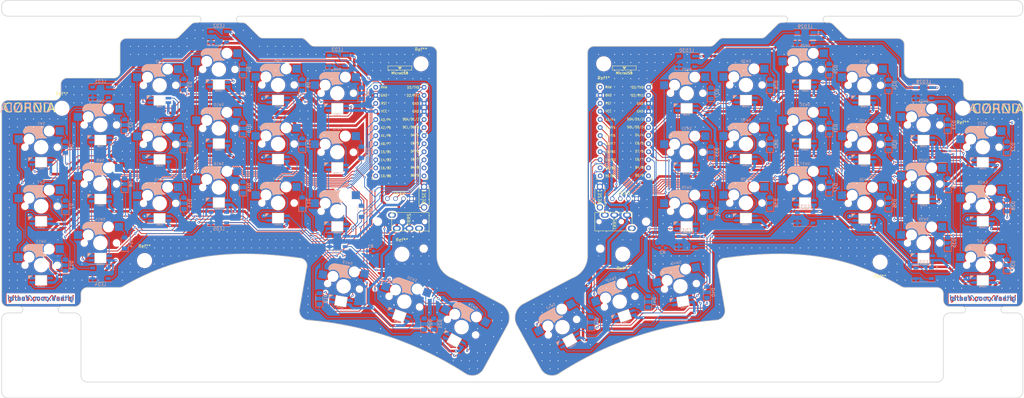
<source format=kicad_pcb>
(kicad_pcb (version 20240108) (generator "pcbnew") (generator_version "8.0")
  (title_block (title "Corne Cherry") (date "2020-09-28") (rev "3.0.1") (company "vaarai"))
  (layers (0 "F.Cu" signal) (31 "B.Cu" signal) (34 "B.Paste" user) (35 "F.Paste" user) (36 "B.SilkS" user "B.Silkscreen") (37 "F.SilkS" user "F.Silkscreen") (38 "B.Mask" user) (39 "F.Mask" user) (44 "Edge.Cuts" user))
  (net 0 "")
  (net 1 "row0")
  (net 2 "Net-(D1-A)")
  (net 3 "row1")
  (net 4 "Net-(D2-A)")
  (net 5 "row2")
  (net 6 "Net-(D3-A)")
  (net 7 "row3")
  (net 8 "Net-(D4-A)")
  (net 9 "Net-(D5-A)")
  (net 10 "Net-(D6-A)")
  (net 11 "Net-(D7-A)")
  (net 12 "Net-(D8-A)")
  (net 13 "Net-(D9-A)")
  (net 14 "Net-(D10-A)")
  (net 15 "Net-(D11-A)")
  (net 16 "Net-(D12-A)")
  (net 17 "Net-(D13-A)")
  (net 18 "Net-(D14-A)")
  (net 19 "Net-(D15-A)")
  (net 20 "Net-(D16-A)")
  (net 21 "Net-(D17-A)")
  (net 22 "Net-(D18-A)")
  (net 23 "Net-(D19-A)")
  (net 24 "Net-(D20-A)")
  (net 25 "GND")
  (net 26 "VCC")
  (net 27 "col0")
  (net 28 "col1")
  (net 29 "col2")
  (net 30 "col3")
  (net 31 "col4")
  (net 32 "col5")
  (net 33 "LED")
  (net 34 "data")
  (net 35 "reset")
  (net 36 "SCL")
  (net 37 "SDA")
  (net 38 "Net-(D21-A)")
  (net 39 "Net-(D22-A)")
  (net 40 "Net-(D23-A)")
  (net 41 "Net-(D24-A)")
  (net 42 "Net-(D25-A)")
  (net 43 "Net-(D26-A)")
  (net 44 "row0_r")
  (net 45 "Net-(D27-A)")
  (net 46 "Net-(D28-A)")
  (net 47 "Net-(D29-A)")
  (net 48 "Net-(D30-A)")
  (net 49 "Net-(D31-A)")
  (net 50 "row1_r")
  (net 51 "Net-(D32-A)")
  (net 52 "Net-(D33-A)")
  (net 53 "Net-(D34-A)")
  (net 54 "Net-(D35-A)")
  (net 55 "Net-(D36-A)")
  (net 56 "Net-(D37-A)")
  (net 57 "row2_r")
  (net 58 "Net-(D38-A)")
  (net 59 "Net-(D39-A)")
  (net 60 "Net-(D40-A)")
  (net 61 "Net-(D41-A)")
  (net 62 "Net-(D42-A)")
  (net 65 "row3_r")
  (net 66 "Net-(LED1-DOUT)")
  (net 67 "data_r")
  (net 68 "SDA_r")
  (net 69 "SCL_r")
  (net 70 "LED_r")
  (net 71 "reset_r")
  (net 72 "col0_r")
  (net 73 "col1_r")
  (net 74 "col2_r")
  (net 75 "col3_r")
  (net 76 "col4_r")
  (net 77 "col5_r")
  (net 78 "VDD")
  (net 79 "GNDA")
  (net 80 "Net-(LED1-DIN)")
  (net 81 "Net-(LED2-DIN)")
  (net 82 "Net-(LED4-DOUT)")
  (net 83 "Net-(LED5-DOUT)")
  (net 84 "Net-(LED7-DIN)")
  (net 85 "Net-(LED13-DIN)")
  (net 86 "Net-(LED14-DOUT)")
  (net 87 "Net-(LED15-DIN)")
  (net 88 "Net-(LED10-DOUT)")
  (net 89 "Net-(LED10-DIN)")
  (net 90 "Net-(LED11-DOUT)")
  (net 91 "Net-(LED11-DIN)")
  (net 92 "Net-(LED12-DIN)")
  (net 93 "Net-(LED13-DOUT)")
  (net 94 "Net-(LED14-DIN)")
  (net 95 "Net-(LED15-DOUT)")
  (net 96 "Net-(LED16-DIN)")
  (net 97 "Net-(LED17-DOUT)")
  (net 98 "Net-(LED18-DIN)")
  (net 100 "Net-(LED20-DIN)")
  (net 101 "Net-(LED22-DIN)")
  (net 102 "Net-(LED23-DOUT)")
  (net 103 "Net-(LED24-DIN)")
  (net 104 "Net-(LED25-DIN)")
  (net 105 "Net-(LED28-DIN)")
  (net 106 "Net-(LED28-DOUT)")
  (net 107 "Net-(LED29-DIN)")
  (net 108 "Net-(LED31-DOUT)")
  (net 109 "Net-(LED32-DOUT)")
  (net 110 "Net-(LED34-DOUT)")
  (net 111 "Net-(LED34-DIN)")
  (net 112 "Net-(LED35-DIN)")
  (net 113 "Net-(LED36-DIN)")
  (net 114 "Net-(LED36-DOUT)")
  (net 115 "Net-(LED37-DIN)")
  (net 116 "Net-(LED38-DOUT)")
  (net 117 "Net-(LED38-DIN)")
  (net 118 "Net-(LED39-DIN)")
  (net 119 "Net-(LED40-DOUT)")
  (net 120 "Net-(LED41-DIN)")
  (net 121 "Net-(LED42-DOUT)")
  (net 122 "Net-(LED43-DIN)")
  (net 123 "Net-(LED44-DOUT)")
  (net 124 "Net-(LED45-DIN)")
  (net 126 "Net-(LED47-DIN)")
  (net 127 "Net-(LED49-DIN)")
  (net 128 "Net-(LED50-DOUT)")
  (net 129 "Net-(LED51-DIN)")
  (net 130 "Net-(LED52-DIN)")
  (net 141 "Net-(LED27-DIN)")
  (net 142 "Net-(LED33-DOUT)")
  (footprint "kbd:MJ-4PP-9" (layer "F.Cu") (at 178.2865 117.5415 -90)
    (property "Reference" "J1")
    (property "Value" "MJ-4PP-9" (hide yes))
  )
  (footprint "kbd:OLED" (layer "F.Cu") (at 168.8375 110.28)
    (property "Reference" "J2")
    (property "Value" "OLED" (hide yes))
  )
  (footprint "kbd:ResetSW" (layer "F.Cu") (at 176.5765 109.7805 -90)
    (property "Reference" "RSW1" (hide yes))
    (property "Value" "SW_PUSH")
  )
  (footprint "kbd:MJ-4PP-9" (layer "F.Cu") (at 230.1505 117.525 90)
    (property "Reference" "J3")
    (property "Value" "MJ-4PP-9" (hide yes))
  )
  (footprint "kbd:OLED" (layer "F.Cu") (at 239.6075 110.28)
    (property "Reference" "J4")
    (property "Value" "OLED" (hide yes))
  )
  (footprint "kbd:ResetSW" (layer "F.Cu") (at 231.9175 109.777 -90)
    (property "Reference" "RSW2" (hide yes))
    (property "Value" "SW_PUSH")
  )
  (footprint "kbd:MountingHole_4.3mm_M4_ISO14580" (layer "F.Cu") (at 175.6075 67.78)
    (property "Reference" "Ref**")
    (property "Value" "Val**")
  )
  (footprint "kbd:MountingHole_4.3mm_M4_ISO14580" (layer "F.Cu") (at 88.6075 129.78)
    (property "Reference" "Ref**")
    (property "Value" "Val**")
  )
  (footprint "kbd:MountingHole_4.3mm_M4_ISO14580" (layer "F.Cu") (at 169.6075 127.78)
    (property "Reference" "Ref**")
    (property "Value" "Val**")
  )
  (footprint "MountingHole:MountingHole_2.2mm_M2_ISO7380" (layer "F.Cu") (at 162.0215 117.5035)
    (property "Reference" "Ref**" (hide yes))
    (property "Value" "Val**")
  )
  (footprint "MountingHole:MountingHole_2.2mm_M2_ISO7380" (layer "F.Cu") (at 176.4535 126.0245)
    (property "Reference" "Ref**" (hide yes))
    (property "Value" "Val**")
  )
  (footprint "kbd:MountingHole_4.3mm_M4_ISO14580" (layer "F.Cu") (at 239.1075 127.78 180)
    (property "Reference" "Ref**")
    (property "Value" "Val**")
  )
  (footprint "kbd:MountingHole_4.3mm_M4_ISO14580" (layer "F.Cu") (at 320.1075 130.28 180)
    (property "Reference" "Ref**")
    (property "Value" "Val**")
  )
  (footprint "kbd:MountingHole_4.3mm_M4_ISO14580" (layer "F.Cu") (at 346.1075 81.78 180)
    (property "Reference" "Ref**")
    (property "Value" "Val**")
  )
  (footprint "kbd:MountingHole_4.3mm_M4_ISO14580" (layer "F.Cu") (at 233.1075 67.78 180)
    (property "Reference" "Ref**")
    (property "Value" "Val**")
  )
  (footprint "kbd:ProMicro" (layer "F.Cu") (at 168.9645 89.6695)
    (property "Reference" "U1" (hide yes))
    (property "Value" "ProMicro" (hide yes))
  )
  (footprint "kbd:ProMicro" (layer "F.Cu") (at 239.6005 89.645)
    (property "Reference" "U2" (hide yes))
    (property "Value" "ProMicro" (hide yes))
  )
  (footprint "kbd:MountingHole_4.3mm_M4_ISO14580" (layer "F.Cu") (at 62.6075 81.78)
    (property "Reference" "Ref**")
    (property "Value" "Val**")
  )
  (footprint "kbd:Breakaway_Tabs" (layer "F.Cu") (at 58.600395 145.272895)
    (property "Reference" "REF**")
    (property "Value" "Breakaway_Tabs")
  )
  (footprint "kbd:Breakaway_Tabs" (layer "F.Cu") (at 114.6825 53.78)
    (property "Reference" "REF**")
    (property "Value" "Breakaway_Tabs")
  )
  (footprint "kbd:Breakaway_Tabs" (layer "F.Cu") (at 293.792062 53.772895)
    (property "Reference" "REF**")
    (property "Value" "Breakaway_Tabs")
  )
  (footprint "kbd:Breakaway_Tabs" (layer "F.Cu") (at 349.792062 145.272895)
    (property "Reference" "REF**")
    (property "Value" "Breakaway_Tabs")
  )
  (footprint "kbd:Breakaway_Tabs" (layer "F.Cu") (at 355.300395 145.272895)
    (property "Reference" "REF**")
    (property "Value" "Breakaway_Tabs")
  )
  (footprint "kbd:Breakaway_Tabs" (layer "F.Cu") (at 299.300395 53.772895)
    (property "Reference" "REF**")
    (property "Value" "Breakaway_Tabs")
  )
  (footprint "kbd:Breakaway_Tabs" (layer "F.Cu") (at 109.174167 53.78)
    (property "Reference" "REF**")
    (property "Value" "Breakaway_Tabs")
  )
  (footprint "kbd:Breakaway_Tabs" (layer "F.Cu") (at 53.092062 145.272895)
    (property "Reference" "REF**")
    (property "Value" "Breakaway_Tabs")
  )
  (footprint "Diode_SMD:D_MiniMELF" (layer "B.Cu") (at 63.6865 94.051375 90)
    (property "Reference" "D1")
    (property "Value" "D")
  )
  (footprint "Diode_SMD:D_MiniMELF" (layer "B.Cu") (at 82.3265 87.0545 90)
    (property "Reference" "D2")
    (property "Value" "D")
  )
  (footprint "Diode_SMD:D_MiniMELF" (layer "B.Cu") (at 100.9395 74.3045 90)
    (property "Reference" "D3")
    (property "Value" "D")
  )
  (footprint "Diode_SMD:D_MiniMELF" (layer "B.Cu") (at 119.5795 69.5545 90)
    (property "Reference" "D4")
    (property "Value" "D")
  )
  (footprint "Diode_SMD:D_MiniMELF" (layer "B.Cu") (at 138.2195 74.4545 90)
    (property "Reference" "D5")
    (property "Value" "D")
  )
  (footprint "Diode_SMD:D_MiniMELF" (layer "B.Cu") (at 156.8595 77.0545 90)
    (property "Reference" "D6")
    (property "Value" "D")
  )
  (footprint "Diode_SMD:D_MiniMELF" (layer "B.Cu") (at 63.6865 112.651375 90)
    (property "Reference" "D7")
    (property "Value" "D")
  )
  (footprint "Diode_SMD:D_MiniMELF" (layer "B.Cu") (at 82.3265 105.6545 90)
    (property "Reference" "D8")
    (property "Value" "D")
  )
  (footprint "Diode_SMD:D_MiniMELF" (layer "B.Cu") (at 100.9395 93.1545 90)
    (property "Reference" "D9")
    (property "Value" "D")
  )
  (footprint "Diode_SMD:D_MiniMELF" (layer "B.Cu") (at 119.5795 88.1545 90)
    (property "Reference" "D10")
    (property "Value" "D")
  )
  (footprint "Diode_SMD:D_MiniMELF" (layer "B.Cu") (at 138.2195 93.0545 90)
    (property "Reference" "D11")
    (property "Value" "D")
  )
  (footprint "Diode_SMD:D_MiniMELF" (layer "B.Cu") (at 156.8595 95.6545 90)
    (property "Reference" "D12")
    (property "Value" "D")
  )
  (footprint "Diode_SMD:D_MiniMELF" (layer "B.Cu") (at 63.6865 131.251375 90)
    (property "Reference" "D13")
    (property "Value" "D")
  )
  (footprint "Diode_SMD:D_MiniMELF" (layer "B.Cu") (at 82.3265 124.2545 90)
    (property "Reference" "D14")
    (property "Value" "D")
  )
  (footprint "Diode_SMD:D_MiniMELF" (layer "B.Cu") (at 100.9395 111.7545 90)
    (property "Reference" "D15")
    (property "Value" "D")
  )
  (footprint "Diode_SMD:D_MiniMELF" (layer "B.Cu") (at 119.5795 106.7545 90)
    (property "Reference" "D16")
    (property "Value" "D")
  )
  (footprint "Diode_SMD:D_MiniMELF" (layer "B.Cu") (at 138.2195 111.6545 90)
    (property "Reference" "D17")
    (property "Value" "D")
  )
  (footprint "Diode_SMD:D_MiniMELF" (layer "B.Cu") (at 156.8595 114.2545 90)
    (property "Reference" "D18")
    (property "Value" "D")
  )
  (footprint "Diode_SMD:D_MiniMELF" (layer "B.Cu") (at 143.6075 141.78 90)
    (property "Reference" "D19")
    (property "Value" "D")
  )
  (footprint "Diode_SMD:D_MiniMELF" (layer "B.Cu") (at 176.6075 149.78 90)
    (property "Reference" "D20")
    (property "Value" "D")
  )
  (footprint "Diode_SMD:D_MiniMELF" (layer "B.Cu") (at 179.6075 149.78 90)
    (property "Reference" "D21")
    (property "Value" "D")
  )
  (footprint "kbd:YS-SK6812MINI-E" (layer "B.Cu") (at 56.0595 98.8045)
    (property "Reference" "LED7")
    (property "Value" "YS-SK6812MINI-E" (hide yes))
    (fp_line (start -1.8 -1.55) (end -1.8 1.55) (stroke (width 0.1)) (layer "Edge.Cuts"))
    (fp_line (start -1.8 1.55) (end 1.8 1.55) (stroke (width 0.1)) (layer "Edge.Cuts"))
    (fp_line (start 1.8 -1.55) (end -1.8 -1.55) (stroke (width 0.1)) (layer "Edge.Cuts"))
    (fp_line (start 1.8 1.55) (end 1.8 -1.55) (stroke (width 0.1)) (layer "Edge.Cuts"))
  )
  (footprint "kbd:YS-SK6812MINI-E" (layer "B.Cu") (at 74.6995 91.8045)
    (property "Reference" "LED8")
    (property "Value" "YS-SK6812MINI-E" (hide yes))
    (fp_line (start -1.8 -1.55) (end -1.8 1.55) (stroke (width 0.1)) (layer "Edge.Cuts"))
    (fp_line (start -1.8 1.55) (end 1.8 1.55) (stroke (width 0.1)) (layer "Edge.Cuts"))
    (fp_line (start 1.8 -1.55) (end -1.8 -1.55) (stroke (width 0.1)) (layer "Edge.Cuts"))
    (fp_line (start 1.8 1.55) (end 1.8 -1.55) (stroke (width 0.1)) (layer "Edge.Cuts"))
  )
  (footprint "kbd:YS-SK6812MINI-E" (layer "B.Cu") (at 93.3395 79.3045)
    (property "Reference" "LED9")
    (property "Value" "YS-SK6812MINI-E" (hide yes))
    (fp_line (start -1.8 -1.55) (end -1.8 1.55) (stroke (width 0.1)) (layer "Edge.Cuts"))
    (fp_line (start -1.8 1.55) (end 1.8 1.55) (stroke (width 0.1)) (layer "Edge.Cuts"))
    (fp_line (start 1.8 -1.55) (end -1.8 -1.55) (stroke (width 0.1)) (layer "Edge.Cuts"))
    (fp_line (start 1.8 1.55) (end 1.8 -1.55) (stroke (width 0.1)) (layer "Edge.Cuts"))
  )
  (footprint "kbd:YS-SK6812MINI-E" (layer "B.Cu") (at 111.9795 74.3045)
    (property "Reference" "LED10")
    (property "Value" "YS-SK6812MINI-E" (hide yes))
    (fp_line (start -1.8 -1.55) (end -1.8 1.55) (stroke (width 0.1)) (layer "Edge.Cuts"))
    (fp_line (start -1.8 1.55) (end 1.8 1.55) (stroke (width 0.1)) (layer "Edge.Cuts"))
    (fp_line (start 1.8 -1.55) (end -1.8 -1.55) (stroke (width 0.1)) (layer "Edge.Cuts"))
    (fp_line (start 1.8 1.55) (end 1.8 -1.55) (stroke (width 0.1)) (layer "Edge.Cuts"))
  )
  (footprint "kbd:YS-SK6812MINI-E" (layer "B.Cu") (at 130.6195 79.2045)
    (property "Reference" "LED11")
    (property "Value" "YS-SK6812MINI-E" (hide yes))
    (fp_line (start -1.8 -1.55) (end -1.8 1.55) (stroke (width 0.1)) (layer "Edge.Cuts"))
    (fp_line (start -1.8 1.55) (end 1.8 1.55) (stroke (width 0.1)) (layer "Edge.Cuts"))
    (fp_line (start 1.8 -1.55) (end -1.8 -1.55) (stroke (width 0.1)) (layer "Edge.Cuts"))
    (fp_line (start 1.8 1.55) (end 1.8 -1.55) (stroke (width 0.1)) (layer "Edge.Cuts"))
  )
  (footprint "kbd:YS-SK6812MINI-E" (layer "B.Cu") (at 149.2595 81.8045)
    (property "Reference" "LED12")
    (property "Value" "YS-SK6812MINI-E" (hide yes))
    (fp_line (start -1.8 -1.55) (end -1.8 1.55) (stroke (width 0.1)) (layer "Edge.Cuts"))
    (fp_line (start -1.8 1.55) (end 1.8 1.55) (stroke (width 0.1)) (layer "Edge.Cuts"))
    (fp_line (start 1.8 -1.55) (end -1.8 -1.55) (stroke (width 0.1)) (layer "Edge.Cuts"))
    (fp_line (start 1.8 1.55) (end 1.8 -1.55) (stroke (width 0.1)) (layer "Edge.Cuts"))
  )
  (footprint "kbd:YS-SK6812MINI-E" (layer "B.Cu") (at 56.0595 117.4045)
    (property "Reference" "LED13")
    (property "Value" "YS-SK6812MINI-E" (hide yes))
    (fp_line (start -1.8 -1.55) (end -1.8 1.55) (stroke (width 0.1)) (layer "Edge.Cuts"))
    (fp_line (start -1.8 1.55) (end 1.8 1.55) (stroke (width 0.1)) (layer "Edge.Cuts"))
    (fp_line (start 1.8 -1.55) (end -1.8 -1.55) (stroke (width 0.1)) (layer "Edge.Cuts"))
    (fp_line (start 1.8 1.55) (end 1.8 -1.55) (stroke (width 0.1)) (layer "Edge.Cuts"))
  )
  (footprint "kbd:YS-SK6812MINI-E" (layer "B.Cu") (at 74.6995 110.4045)
    (property "Reference" "LED14")
    (property "Value" "YS-SK6812MINI-E" (hide yes))
    (fp_line (start -1.8 -1.55) (end -1.8 1.55) (stroke (width 0.1)) (layer "Edge.Cuts"))
    (fp_line (start -1.8 1.55) (end 1.8 1.55) (stroke (width 0.1)) (layer "Edge.Cuts"))
    (fp_line (start 1.8 -1.55) (end -1.8 -1.55) (stroke (width 0.1)) (layer "Edge.Cuts"))
    (fp_line (start 1.8 1.55) (end 1.8 -1.55) (stroke (width 0.1)) (layer "Edge.Cuts"))
  )
  (footprint "kbd:YS-SK6812MINI-E" (layer "B.Cu") (at 93.3395 97.9045)
    (property "Reference" "LED15")
    (property "Value" "YS-SK6812MINI-E" (hide yes))
    (fp_line (start -1.8 -1.55) (end -1.8 1.55) (stroke (width 0.1)) (layer "Edge.Cuts"))
    (fp_line (start -1.8 1.55) (end 1.8 1.55) (stroke (width 0.1)) (layer "Edge.Cuts"))
    (fp_line (start 1.8 -1.55) (end -1.8 -1.55) (stroke (width 0.1)) (layer "Edge.Cuts"))
    (fp_line (start 1.8 1.55) (end 1.8 -1.55) (stroke (width 0.1)) (layer "Edge.Cuts"))
  )
  (footprint "kbd:YS-SK6812MINI-E" (layer "B.Cu") (at 111.9795 92.9045)
    (property "Reference" "LED16")
    (property "Value" "YS-SK6812MINI-E" (hide yes))
    (fp_line (start -1.8 -1.55) (end -1.8 1.55) (stroke (width 0.1)) (layer "Edge.Cuts"))
    (fp_line (start -1.8 1.55) (end 1.8 1.55) (stroke (width 0.1)) (layer "Edge.Cuts"))
    (fp_line (start 1.8 -1.55) (end -1.8 -1.55) (stroke (width 0.1)) (layer "Edge.Cuts"))
    (fp_line (start 1.8 1.55) (end 1.8 -1.55) (stroke (width 0.1)) (layer "Edge.Cuts"))
  )
  (footprint "kbd:YS-SK6812MINI-E" (layer "B.Cu") (at 130.6195 97.8045)
    (property "Reference" "LED17")
    (property "Value" "YS-SK6812MINI-E" (hide yes))
    (fp_line (start -1.8 -1.55) (end -1.8 1.55) (stroke (width 0.1)) (layer "Edge.Cuts"))
    (fp_line (start -1.8 1.55) (end 1.8 1.55) (stroke (width 0.1)) (layer "Edge.Cuts"))
    (fp_line (start 1.8 -1.55) (end -1.8 -1.55) (stroke (width 0.1)) (layer "Edge.Cuts"))
    (fp_line (start 1.8 1.55) (end 1.8 -1.55) (stroke (width 0.1)) (layer "Edge.Cuts"))
  )
  (footprint "kbd:YS-SK6812MINI-E" (layer "B.Cu") (at 149.2595 100.4045)
    (property "Reference" "LED18")
    (property "Value" "YS-SK6812MINI-E" (hide yes))
    (fp_line (start -1.8 -1.55) (end -1.8 1.55) (stroke (width 0.1)) (layer "Edge.Cuts"))
    (fp_line (start -1.8 1.55) (end 1.8 1.55) (stroke (width 0.1)) (layer "Edge.Cuts"))
    (fp_line (start 1.8 -1.55) (end -1.8 -1.55) (stroke (width 0.1)) (layer "Edge.Cuts"))
    (fp_line (start 1.8 1.55) (end 1.8 -1.55) (stroke (width 0.1)) (layer "Edge.Cuts"))
  )
  (footprint "kbd:YS-SK6812MINI-E" (layer "B.Cu") (at 56.0595 136.0045)
    (property "Reference" "LED19")
    (property "Value" "YS-SK6812MINI-E" (hide yes))
    (fp_line (start -1.8 -1.55) (end -1.8 1.55) (stroke (width 0.1)) (layer "Edge.Cuts"))
    (fp_line (start -1.8 1.55) (end 1.8 1.55) (stroke (width 0.1)) (layer "Edge.Cuts"))
    (fp_line (start 1.8 -1.55) (end -1.8 -1.55) (stroke (width 0.1)) (layer "Edge.Cuts"))
    (fp_line (start 1.8 1.55) (end 1.8 -1.55) (stroke (width 0.1)) (layer "Edge.Cuts"))
  )
  (footprint "kbd:YS-SK6812MINI-E" (layer "B.Cu") (at 74.6995 129.0045)
    (property "Reference" "LED20")
    (property "Value" "YS-SK6812MINI-E" (hide yes))
    (fp_line (start -1.8 -1.55) (end -1.8 1.55) (stroke (width 0.1)) (layer "Edge.Cuts"))
    (fp_line (start -1.8 1.55) (end 1.8 1.55) (stroke (width 0.1)) (layer "Edge.Cuts"))
    (fp_line (start 1.8 -1.55) (end -1.8 -1.55) (stroke (width 0.1)) (layer "Edge.Cuts"))
    (fp_line (start 1.8 1.55) (end 1.8 -1.55) (stroke (width 0.1)) (layer "Edge.Cuts"))
  )
  (footprint "kbd:YS-SK6812MINI-E" (layer "B.Cu") (at 93.3395 116.5045)
    (property "Reference" "LED21")
    (property "Value" "YS-SK6812MINI-E" (hide yes))
    (fp_line (start -1.8 -1.55) (end -1.8 1.55) (stroke (width 0.1)) (layer "Edge.Cuts"))
    (fp_line (start -1.8 1.55) (end 1.8 1.55) (stroke (width 0.1)) (layer "Edge.Cuts"))
    (fp_line (start 1.8 -1.55) (end -1.8 -1.55) (stroke (width 0.1)) (layer "Edge.Cuts"))
    (fp_line (start 1.8 1.55) (end 1.8 -1.55) (stroke (width 0.1)) (layer "Edge.Cuts"))
  )
  (footprint "kbd:YS-SK6812MINI-E" (layer "B.Cu") (at 111.9795 111.5045)
    (property "Reference" "LED22")
    (property "Value" "YS-SK6812MINI-E" (hide yes))
    (fp_line (start -1.8 -1.55) (end -1.8 1.55) (stroke (width 0.1)) (layer "Edge.Cuts"))
    (fp_line (start -1.8 1.55) (end 1.8 1.55) (stroke (width 0.1)) (layer "Edge.Cuts"))
    (fp_line (start 1.8 -1.55) (end -1.8 -1.55) (stroke (width 0.1)) (layer "Edge.Cuts"))
    (fp_line (start 1.8 1.55) (end 1.8 -1.55) (stroke (width 0.1)) (layer "Edge.Cuts"))
  )
  (footprint "kbd:YS-SK6812MINI-E" (layer "B.Cu") (at 149.2595 119.0045)
    (property "Reference" "LED24")
    (property "Value" "YS-SK6812MINI-E" (hide yes))
    (fp_line (start -1.8 -1.55) (end -1.8 1.55) (stroke (width 0.1)) (layer "Edge.Cuts"))
    (fp_line (start -1.8 1.55) (end 1.8 1.55) (stroke (width 0.1)) (layer "Edge.Cuts"))
    (fp_line (start 1.8 -1.55) (end -1.8 -1.55) (stroke (width 0.1)) (layer "Edge.Cuts"))
    (fp_line (start 1.8 1.55) (end 1.8 -1.55) (stroke (width 0.1)) (layer "Edge.Cuts"))
  )
  (footprint "kbd:YS-SK6812MINI-E" (layer "B.Cu") (at 186.076257 154.939249 -28.83)
    (property "Reference" "LED27")
    (property "Value" "YS-SK6812MINI-E" (hide yes))
    (fp_line (start -1.8 1.55) (end 1.799999 1.55) (stroke (width 0.1)) (layer "Edge.Cuts"))
    (fp_line (start -1.799999 -1.55) (end -1.8 1.55) (stroke (width 0.1)) (layer "Edge.Cuts"))
    (fp_line (start 1.799999 1.55) (end 1.8 -1.55) (stroke (width 0.1)) (layer "Edge.Cuts"))
    (fp_line (start 1.8 -1.55) (end -1.799999 -1.55) (stroke (width 0.1)) (layer "Edge.Cuts"))
  )
  (footprint "kbd:keyswitch_cherrymx_hotswap_1u" (layer "B.Cu") (at 74.6995 87.0545 180)
    (property "Reference" "SW2")
    (property "Value" "SW_PUSH" (hide yes))
  )
  (footprint "kbd:keyswitch_cherrymx_hotswap_1u" (layer "B.Cu") (at 93.3395 74.5545 180)
    (property "Reference" "SW3")
    (property "Value" "SW_PUSH" (hide yes))
  )
  (footprint "kbd:keyswitch_cherrymx_hotswap_1u" (layer "B.Cu") (at 111.9795 69.5545 180)
    (property "Reference" "SW4")
    (property "Value" "SW_PUSH" (hide yes))
  )
  (footprint "kbd:keyswitch_cherrymx_hotswap_1u" (layer "B.Cu") (at 130.6195 74.4545 180)
    (property "Reference" "SW5")
    (property "Value" "SW_PUSH" (hide yes))
  )
  (footprint "kbd:keyswitch_cherrymx_hotswap_1u" (layer "B.Cu") (at 56.0595 112.6545 180)
    (property "Reference" "SW7")
    (property "Value" "SW_PUSH" (hide yes))
  )
  (footprint "kbd:keyswitch_cherrymx_hotswap_1u" (layer "B.Cu") (at 74.6995 105.6545 180)
    (property "Reference" "SW8")
    (property "Value" "SW_PUSH" (hide yes))
  )
  (footprint "kbd:keyswitch_cherrymx_hotswap_1u" (layer "B.Cu") (at 93.3395 93.1545 180)
    (property "Reference" "SW9")
    (property "Value" "SW_PUSH" (hide yes))
  )
  (footprint "kbd:keyswitch_cherrymx_hotswap_1u" (layer "B.Cu") (at 111.9795 88.1545 180)
    (property "Reference" "SW10")
    (property "Value" "SW_PUSH" (hide yes))
  )
  (footprint "kbd:keyswitch_cherrymx_hotswap_1u" (layer "B.Cu") (at 130.6195 93.0545 180)
    (property "Reference" "SW11")
    (property "Value" "SW_PUSH" (hide yes))
  )
  (footprint "kbd:keyswitch_cherrymx_hotswap_1u" (layer "B.Cu") (at 149.2595 95.6545 180)
    (property "Reference" "SW12")
    (property "Value" "SW_PUSH" (hide yes))
  )
  (footprint "kbd:keyswitch_cherrymx_hotswap_1u" (layer "B.Cu") (at 56.0595 131.2545 180)
    (property "Reference" "SW13")
    (property "Value" "SW_PUSH" (hide yes))
  )
  (footprint "kbd:keyswitch_cherrymx_hotswap_1u" (layer "B.Cu") (at 74.6995 124.2545 180)
    (property "Reference" "SW14")
    (property "Value" "SW_PUSH" (hide yes))
  )
  (footprint "kbd:keyswitch_cherrymx_hotswap_1u" (layer "B.Cu") (at 93.3395 111.7545 180)
    (property "Reference" "SW15")
    (property "Value" "SW_PUSH" (hide yes))
  )
  (footprint "kbd:keyswitch_cherrymx_hotswap_1u" (layer "B.Cu") (at 111.9795 106.7545 180)
    (property "Reference" "SW16")
    (property "Value" "SW_PUSH" (hide yes))
  )
  (footprint "kbd:keyswitch_cherrymx_hotswap_1u" (layer "B.Cu") (at 130.6195 111.6545 180)
    (property "Reference" "SW17")
    (property "Value" "SW_PUSH" (hide yes))
  )
  (footprint "kbd:keyswitch_cherrymx_hotswap_1u" (layer "B.Cu") (at 149.2595 114.2545 180)
    (property "Reference" "SW18")
    (property "Value" "SW_PUSH" (hide yes))
  )
  (footprint "kbd:keyswitch_cherrymx_hotswap_1u" (layer "B.Cu") (at 151.229879 137.914 170.17)
    (property "Reference" "SW19")
    (property "Value" "SW_PUSH" (hide yes))
  )
  (footprint "kbd:keyswitch_cherrymx_hotswap_1u" (layer "B.Cu") (at 170.349879 142.724 160.67)
    (property "Reference" "SW20")
    (property "Value" "SW_PUSH" (hide yes))
  )
  (footprint "kbd:keyswitch_cherrymx_hotswap_1u" (layer "B.Cu") (at 188.3595 150.774 151.17)
    (property "Reference" "SW21")
    (property "Value" "SW_PUSH" (hide yes))
  )
  (footprint "LED_SMD:LED_WS2812B_PLCC4_5.0x5.0mm_P3.2mm" (layer "B.Cu") (at 74.6995 76.78 180)
    (property "Reference" "LED1")
    (property "Value" "WS2812B")
  )
  (footprint "LED_SMD:LED_WS2812B_PLCC4_5.0x5.0mm_P3.2mm" (layer "B.Cu") (at 111.9795 59.28 180)
    (property "Reference" "LED2")
    (property "Value" "WS2812B")
  )
  (footprint "LED_SMD:LED_WS2812B_PLCC4_5.0x5.0mm_P3.2mm" (layer "B.Cu") (at 149.2595 66.78 180)
    (property "Reference" "LED3")
    (property "Value" "WS2812B")
  )
  (footprint "LED_SMD:LED_WS2812B_PLCC4_5.0x5.0mm_P3.2mm" (layer "B.Cu") (at 111.9795 116.2545 180)
    (property "Reference" "LED5")
    (property "Value" "WS2812B")
  )
  (footprint "LED_SMD:LED_WS2812B_PLCC4_5.0x5.0mm_P3.2mm" (layer "B.Cu") (at 149.2595 123.7545 180)
    (property "Reference" "LED6")
    (property "Value" "WS2812B")
  )
  (footprint "LED_SMD:LED_WS2812B_PLCC4_5.0x5.0mm_P3.2mm" (layer "B.Cu") (at 333.7805 76.93 180)
    (property "Reference" "LED28")
    (property "Value" "WS2812B")
  )
  (footprint "LED_SMD:LED_WS2812B_PLCC4_5.0x5.0mm_P3.2mm" (layer "B.Cu") (at 296.5005 59.53 180)
    (property "Reference" "LED29")
    (property "Value" "WS2812B")
  )
  (footprint "LED_SMD:LED_WS2812B_PLCC4_5.0x5.0mm_P3.2mm" (layer "B.Cu") (at 259.2205 67.03 180)
    (property "Reference" "LED30")
    (property "Value" "WS2812B")
  )
  (footprint "LED_SMD:LED_WS2812B_PLCC4_5.0x5.0mm_P3.2mm" (layer "B.Cu") (at 333.7805 133.78 180)
    (property "Reference" "LED31")
    (property "Value" "WS2812B")
  )
  (footprint "LED_SMD:LED_WS2812B_PLCC4_5.0x5.0mm_P3.2mm" (layer "B.Cu") (at 296.5005 116.28 180)
    (property "Reference" "LED32")
    (property "Value" "WS2812B")
  )
  (footprint "LED_SMD:LED_WS2812B_PLCC4_5.0x5.0mm_P3.2mm" (layer "B.Cu") (at 259.2205 123.76 180)
    (property "Reference" "LED33")
    (property "Value" "WS2812B")
  )
  (footprint "kbd:YS-SK6812MINI-E" (layer "B.Cu") (at 296.5005 92.91)
    (property "Reference" "LED43")
    (property "Value" "YS-SK6812MINI-E" (hide yes))
    (fp_line (start -1.8 -1.55) (end -1.8 1.55) (stroke (width 0.1)) (layer "Edge.Cuts"))
    (fp_line (start -1.8 1.55) (end 1.8 1.55) (stroke (width 0.1)) (layer "Edge.Cuts"))
    (fp_line (start 1.8 -1.55) (end -1.8 -1.55) (stroke (width 0.1)) (layer "Edge.Cuts"))
    (fp_line (start 1.8 1.55) (end 1.8 -1.55) (stroke (width 0.1)) (layer "Edge.Cuts"))
  )
  (footprint "kbd:YS-SK6812MINI-E" (layer "B.Cu") (at 277.8605 97.81)
    (property "Reference" "LED44")
    (property "Value" "YS-SK6812MINI-E" (hide yes))
    (fp_line (start -1.8 -1.55) (end -1.8 1.55) (stroke (width 0.1)) (layer "Edge.Cuts"))
    (fp_line (start -1.8 1.55) (end 1.8 1.55) (stroke (width 0.1)) (layer "Edge.Cuts"))
    (fp_line (start 1.8 -1.55) (end -1.8 -1.55) (stroke (width 0.1)) (layer "Edge.Cuts"))
    (fp_line (start 1.8 1.55) (end 1.8 -1.55) (stroke (width 0.1)) (layer "Edge.Cuts"))
  )
  (footprint "kbd:YS-SK6812MINI-E" (layer "B.Cu") (at 259.2205 100.41)
    (property "Reference" "LED45")
    (property "Value" "YS-SK6812MINI-E" (hide yes))
    (fp_line (start -1.8 -1.55) (end -1.8 1.55) (stroke (width 0.1)) (layer "Edge.Cuts"))
    (fp_line (start -1.8 1.55) (end 1.8 1.55) (stroke (width 0.1)) (layer "Edge.Cuts"))
    (fp_line (start 1.8 -1.55) (end -1.8 -1.55) (stroke (width 0.1)) (layer "Edge.Cuts"))
    (fp_line (start 1.8 1.55) (end 1.8 -1.55) (stroke (width 0.1)) (layer "Edge.Cuts"))
  )
  (footprint "kbd:YS-SK6812MINI-E" (layer "B.Cu") (at 352.4205 136.01)
    (property "Reference" "LED46")
    (property "Value" "YS-SK6812MINI-E" (hide yes))
    (fp_line (start -1.8 -1.55) (end -1.8 1.55) (stroke (width 0.1)) (layer "Edge.Cuts"))
    (fp_line (start -1.8 1.55) (end 1.8 1.55) (stroke (width 0.1)) (layer "Edge.Cuts"))
    (fp_line (start 1.8 -1.55) (end -1.8 -1.55) (stroke (width 0.1)) (layer "Edge.Cuts"))
    (fp_line (start 1.8 1.55) (end 1.8 -1.55) (stroke (width 0.1)) (layer "Edge.Cuts"))
  )
  (footprint "kbd:YS-SK6812MINI-E" (layer "B.Cu") (at 333.7805 129.01)
    (property "Reference" "LED47")
    (property "Value" "YS-SK6812MINI-E" (hide yes))
    (fp_line (start -1.8 -1.55) (end -1.8 1.55) (stroke (width 0.1)) (layer "Edge.Cuts"))
    (fp_line (start -1.8 1.55) (end 1.8 1.55) (stroke (width 0.1)) (layer "Edge.Cuts"))
    (fp_line (start 1.8 -1.55) (end -1.8 -1.55) (stroke (width 0.1)) (layer "Edge.Cuts"))
    (fp_line (start 1.8 1.55) (end 1.8 -1.55) (stroke (width 0.1)) (layer "Edge.Cuts"))
  )
  (footprint "kbd:YS-SK6812MINI-E" (layer "B.Cu") (at 315.1405 116.51)
    (property "Reference" "LED48")
    (property "Value" "YS-SK6812MINI-E" (hide yes))
    (fp_line (start -1.8 -1.55) (end -1.8 1.55) (stroke (width 0.1)) (layer "Edge.Cuts"))
    (fp_line (start -1.8 1.55) (end 1.8 1.55) (stroke (width 0.1)) (layer "Edge.Cuts"))
    (fp_line (start 1.8 -1.55) (end -1.8 -1.55) (stroke (width 0.1)) (layer "Edge.Cuts"))
    (fp_line (start 1.8 1.55) (end 1.8 -1.55) (stroke (width 0.1)) (layer "Edge.Cuts"))
  )
  (footprint "kbd:YS-SK6812MINI-E" (layer "B.Cu") (at 296.5005 111.51)
    (property "Reference" "LED49")
    (property "Value" "YS-SK6812MINI-E" (hide yes))
    (fp_line (start -1.8 -1.55) (end -1.8 1.55) (stroke (width 0.1)) (layer "Edge.Cuts"))
    (fp_line (start -1.8 1.55) (end 1.8 1.55) (stroke (width 0.1)) (layer "Edge.Cuts"))
    (fp_line (start 1.8 -1.55) (end -1.8 -1.55) (stroke (width 0.1)) (layer "Edge.Cuts"))
    (fp_line (start 1.8 1.55) (end 1.8 -1.55) (stroke (width 0.1)) (layer "Edge.Cuts"))
  )
  (footprint "kbd:YS-SK6812MINI-E" (layer "B.Cu") (at 277.8605 116.41)
    (property "Reference" "LED50")
    (property "Value" "YS-SK6812MINI-E" (hide yes))
    (fp_line (start -1.8 -1.55) (end -1.8 1.55) (stroke (width 0.1)) (layer "Edge.Cuts"))
    (fp_line (start -1.8 1.55) (end 1.8 1.55) (stroke (width 0.1)) (layer "Edge.Cuts"))
    (fp_line (start 1.8 -1.55) (end -1.8 -1.55) (stroke (width 0.1)) (layer "Edge.Cuts"))
    (fp_line (start 1.8 1.55) (end 1.8 -1.55) (stroke (width 0.1)) (layer "Edge.Cuts"))
  )
  (footprint "kbd:YS-SK6812MINI-E" (layer "B.Cu") (at 259.2205 119.01)
    (property "Reference" "LED51")
    (property "Value" "YS-SK6812MINI-E" (hide yes))
    (fp_line (start -1.8 -1.55) (end -1.8 1.55) (stroke (width 0.1)) (layer "Edge.Cuts"))
    (fp_line (start -1.8 1.55) (end 1.8 1.55) (stroke (width 0.1)) (layer "Edge.Cuts"))
    (fp_line (start 1.8 -1.55) (end -1.8 -1.55) (stroke (width 0.1)) (layer "Edge.Cuts"))
    (fp_line (start 1.8 1.55) (end 1.8 -1.55) (stroke (width 0.1)) (layer "Edge.Cuts"))
  )
  (footprint "kbd:YS-SK6812MINI-E" (layer "B.Cu") (at 258.061799 142.60044 9.83)
    (property "Reference" "LED52")
    (property "Value" "YS-SK6812MINI-E" (hide yes))
    (fp_line (start -1.8 -1.55) (end -1.8 1.55) (stroke (width 0.1)) (layer "Edge.Cuts"))
    (fp_line (start -1.8 1.55) (end 1.8 1.55) (stroke (width 0.1)) (layer "Edge.Cuts"))
    (fp_line (start 1.8 -1.55) (end -1.8 -1.55) (stroke (width 0.1)) (layer "Edge.Cuts"))
    (fp_line (start 1.8 1.55) (end 1.8 -1.55) (stroke (width 0.1)) (layer "Edge.Cuts"))
  )
  (footprint "kbd:YS-SK6812MINI-E" (layer "B.Cu") (at 239.699181 147.207145 19.33)
    (property "Reference" "LED53")
    (property "Value" "YS-SK6812MINI-E" (hide yes))
    (fp_line (start -1.8 -1.55) (end -1.8 1.55) (stroke (width 0.1)) (layer "Edge.Cuts"))
    (fp_line (start -1.8 1.55) (end 1.8 1.55) (stroke (width 0.1)) (layer "Edge.Cuts"))
    (fp_line (start 1.8 -1.55) (end -1.8 -1.55) (stroke (width 0.1)) (layer "Edge.Cuts"))
    (fp_line (start 1.8 1.55) (end 1.8 -1.55) (stroke (width 0.1)) (layer "Edge.Cuts"))
  )
  (footprint "kbd:keyswitch_cherrymx_hotswap_1u" (layer "B.Cu") (at 220.127 150.77525 -151.17)
    (property "Reference" "SW42")
    (property "Value" "SW_PUSH" (hide yes))
  )
  (footprint "Diode_SMD:D_MiniMELF" (layer "B.Cu") (at 341.3875 87.055 90)
    (property "Reference" "D23")
    (property "Value" "D")
  )
  (footprint "Diode_SMD:D_MiniMELF" (layer "B.Cu") (at 322.7475 74.555 90)
    (property "Reference" "D24")
    (property "Value" "D")
  )
  (footprint "Diode_SMD:D_MiniMELF" (layer "B.Cu") (at 304.1075 69.555 90)
    (property "Reference" "D25")
    (property "Value" "D")
  )
  (footprint "Diode_SMD:D_MiniMELF" (layer "B.Cu") (at 266.8205 77.06 90)
    (property "Reference" "D27")
    (property "Value" "D")
  )
  (footprint "Diode_SMD:D_MiniMELF" (layer "B.Cu") (at 360.0275 112.5 90)
    (property "Reference" "D28")
    (property "Value" "D")
  )
  (footprint "Diode_SMD:D_MiniMELF" (layer "B.Cu") (at 341.3875 105.655 90)
    (property "Reference" "D29")
    (property "Value" "D")
  )
  (footprint "Diode_SMD:D_MiniMELF" (layer "B.Cu") (at 322.7475 93.155 90)
    (property "Reference" "D30")
    (property "Value" "D")
  )
  (footprint "Diode_SMD:D_MiniMELF" (layer "B.Cu") (at 304.1075 88.155 90)
    (property "Reference" "D31")
    (property "Value" "D")
  )
  (footprint "Diode_SMD:D_MiniMELF" (layer "B.Cu") (at 285.4675 93.055 90)
    (property "Reference" "D32")
    (property "Value" "D")
  )
  (footprint "Diode_SMD:D_MiniMELF" (layer "B.Cu") (at 266.8205 95.66 90)
    (property "Reference" "D33")
    (property "Value" "D")
  )
  (footprint "Diode_SMD:D_MiniMELF" (layer "B.Cu") (at 360.0275 131.25 90)
    (property "Reference" "D34")
    (property "Value" "D")
  )
  (footprint "Diode_SMD:D_MiniMELF" (layer "B.Cu") (at 341.3875 124.255 90)
    (property "Reference" "D35")
    (property "Value" "D")
  )
  (footprint "Diode_SMD:D_MiniMELF" (layer "B.Cu") (at 322.7475 111.755 90)
    (property "Reference" "D36")
    (property "Value" "D")
  )
  (footprint "Diode_SMD:D_MiniMELF" (layer "B.Cu") (at 304.1075 106.755 90)
    (property "Reference" "D37")
    (property "Value" "D")
  )
  (footprint "Diode_SMD:D_MiniMELF" (layer "B.Cu") (at 285.4675 111.655 90)
    (property "Reference" "D38")
    (property "Value" "D")
  )
  (footprint "Diode_SMD:D_MiniMELF" (layer "B.Cu") (at 266.8205 114.26 90)
    (property "Reference" "D39")
    (property "Value" "D")
  )
  (footprint "Diode_SMD:D_MiniMELF" (layer "B.Cu") (at 265.6075 139.78 90)
    (property "Reference" "D40")
    (property "Value" "D")
  )
  (footprint "Diode_SMD:D_MiniMELF" (layer "B.Cu") (at 247.1075 142.78 90)
    (property "Reference" "D41")
    (property "Value" "D")
  )
  (footprint "Diode_SMD:D_MiniMELF" (layer "B.Cu") (at 229.1075 149.28 90)
    (property "Reference" "D42")
    (property "Value" "D")
  )
  (footprint "Diode_SMD:D_MiniMELF" (layer "B.Cu") (at 360.0275 94.05 90)
    (property "Reference" "D22")
    (property "Value" "D")
  )
  (footprint "kbd:keyswitch_cherrymx_hotswap_1u" (layer "B.Cu") (at 296.5075 106.755 180)
    (property "Reference" "SW37")
    (property "Value" "SW_PUSH" (hide yes))
  )
  (footprint "kbd:keyswitch_cherrymx_hotswap_1u" (layer "B.Cu") (at 277.8675 111.655 180)
    (property "Reference" "SW38")
    (property "Value" "SW_PUSH" (hide yes))
  )
  (footprint "kbd:keyswitch_cherrymx_hotswap_1u" (layer "B.Cu") (at 259.2275 114.255 180)
    (property "Reference" "SW39")
    (property "Value" "SW_PUSH" (hide yes))
  )
  (footprint "kbd:keyswitch_cherrymx_hotswap_1u" (layer "B.Cu") (at 257.256897 137.914055 -170.17)
    (property "Reference" "SW40")
    (property "Value" "SW_PUSH" (hide yes))
  )
  (footprint "kbd:keyswitch_cherrymx_hotswap_1u" (layer "B.Cu") (at 238.13689 142.724912 -160.67)
    (property "Reference" "SW41")
    (property "Value" "SW_PUSH" (hide yes))
  )
  (footprint "kbd:keyswitch_cherrymx_hotswap_1u" (layer "B.Cu") (at 296.5075 69.555 180)
    (property "Reference" "SW25")
    (property "Value" "SW_PUSH" (hide yes))
  )
  (footprint "kbd:keyswitch_cherrymx_hotswap_1u" (layer "B.Cu") (at 277.8675 74.455 180)
    (property "Reference" "SW26")
    (property "Value" "SW_PUSH" (hide yes))
  )
  (footprint "kbd:keyswitch_cherrymx_hotswap_1u" (layer "B.Cu") (at 352.4275 112.655 180)
    (property "Reference" "SW28")
    (property "Value" "SW_PUSH" (hide yes))
  )
  (footprint "kbd:keyswitch_cherrymx_hotswap_1u" (layer "B.Cu") (at 315.1475 74.555 180)
    (property "Reference" "SW24")
    (property "Value" "SW_PUSH" (hide yes))
  )
  (footprint "kbd:keyswitch_cherrymx_hotswap_1u" (layer "B.Cu") (at 333.7875 105.655 180)
    (property "Reference" "SW29")
    (property "Value" "SW_PUSH" (hide yes))
  )
  (footprint "kbd:keyswitch_cherrymx_hotswap_1u" (layer "B.Cu") (at 333.7875 124.255 180)
    (property "Reference" "SW35")
    (property "Value" "SW_PUSH" (hide yes))
  )
  (footprint "kbd:keyswitch_cherrymx_hotswap_1u" (layer "B.Cu") (at 315.1475 111.755 180)
    (property "Reference" "SW36")
    (property "Value" "SW_PUSH" (hide yes))
  )
  (footprint "kbd:keyswitch_cherrymx_hotswap_1u" (layer "B.Cu") (at 352.4275 94.055 180)
    (property "Reference" "SW22")
    (property "Value" "SW_PUSH" (hide yes))
  )
  (footprint "kbd:keyswitch_cherrymx_hotswap_1u" (layer "B.Cu") (at 333.7875 87.055 180)
    (property "Reference" "SW23")
    (property "Value" "SW_PUSH" (hide yes))
  )
  (footprint "kbd:keyswitch_cherrymx_hotswap_1u" (layer "B.Cu") (at 315.1475 93.155 180)
    (property "Reference" "SW30")
    (property "Value" "SW_PUSH" (hide yes))
  )
  (footprint "kbd:keyswitch_cherrymx_hotswap_1u" (layer "B.Cu") (at 296.5075 88.155 180)
    (property "Reference" "SW31")
    (property "Value" "SW_PUSH" (hide yes))
  )
  (footprint "kbd:keyswitch_cherrymx_hotswap_1u" (layer "B.Cu") (at 277.8675 93.055 180)
    (property "Reference" "SW32")
    (property "Value" "SW_PUSH" (hide yes))
  )
  (footprint "kbd:keyswitch_cherrymx_hotswap_1u" (layer "B.Cu") (at 259.2275 95.655 180)
    (property "Reference" "SW33")
    (property "Value" "SW_PUSH" (hide yes))
  )
  (footprint "kbd:keyswitch_cherrymx_hotswap_1u" (layer "B.Cu") (at 352.4275 131.255 180)
    (property "Reference" "SW34")
    (property "Value" "SW_PUSH" (hide yes))
  )
  (footprint "Diode_SMD:D_MiniMELF" (layer "B.Cu") (at 285.4675 74.455 90)
    (property "Reference" "D26")
    (property "Value" "D")
  )
  (footprint "kbd:keyswitch_cherrymx_hotswap_1u" (layer "B.Cu") (at 56.0595 94.0545 180)
    (property "Reference" "SW1")
    (property "Value" "SW_PUSH" (hide yes))
  )
  (footprint "kbd:YS-SK6812MINI-E" (layer "B.Cu") (at 150.418933 142.594264 -9.83)
    (property "Reference" "LED25")
    (property "Value" "YS-SK6812MINI-E" (hide yes))
    (fp_line (start -1.8 1.55) (end 1.8 1.55) (stroke (width 0.1)) (layer "Edge.Cuts"))
    (fp_line (start -1.8 -1.55) (end -1.8 1.55) (stroke (width 0.1)) (layer "Edge.Cuts"))
    (fp_line (start 1.8 1.55) (end 1.8 -1.55) (stroke (width 0.1)) (layer "Edge.Cuts"))
    (fp_line (start 1.8 -1.55) (end -1.8 -1.55) (stroke (width 0.1)) (layer "Edge.Cuts"))
  )
  (footprint "kbd:YS-SK6812MINI-E" (layer "B.Cu") (at 168.787589 147.206232 -19.33)
    (property "Reference" "LED26")
    (property "Value" "YS-SK6812MINI-E" (hide yes))
    (fp_line (start -1.8 1.55) (end 1.8 1.55) (stroke (width 0.1)) (layer "Edge.Cuts"))
    (fp_line (start -1.8 -1.55) (end -1.8 1.55) (stroke (width 0.1)) (layer "Edge.Cuts"))
    (fp_line (start 1.8 1.55) (end 1.8 -1.55) (stroke (width 0.1)) (layer "Edge.Cuts"))
    (fp_line (start 1.8 -1.55) (end -1.8 -1.55) (stroke (width 0.1)) (layer "Edge.Cuts"))
  )
  (footprint "LED_SMD:LED_WS2812B_PLCC4_5.0x5.0mm_P3.2mm" (layer "B.Cu") (at 74.6995 133.78 180)
    (property "Reference" "LED4")
    (property "Value" "WS2812B")
  )
  (footprint "kbd:YS-SK6812MINI-E" (layer "B.Cu") (at 130.6195 116.4045)
    (property "Reference" "LED23")
    (property "Value" "YS-SK6812MINI-E" (hide yes))
    (fp_line (start -1.8 -1.55) (end -1.8 1.55) (stroke (width 0.1)) (layer "Edge.Cuts"))
    (fp_line (start -1.8 1.55) (end 1.8 1.55) (stroke (width 0.1)) (layer "Edge.Cuts"))
    (fp_line (start 1.8 -1.55) (end -1.8 -1.55) (stroke (width 0.1)) (layer "Edge.Cuts"))
    (fp_line (start 1.8 1.55) (end 1.8 -1.55) (stroke (width 0.1)) (layer "Edge.Cuts"))
  )
  (footprint "kbd:YS-SK6812MINI-E" (layer "B.Cu") (at 352.4205 98.81)
    (property "Reference" "LED34")
    (property "Value" "YS-SK6812MINI-E" (hide yes))
    (fp_line (start -1.8 -1.55) (end -1.8 1.55) (stroke (width 0.1)) (layer "Edge.Cuts"))
    (fp_line (start -1.8 1.55) (end 1.8 1.55) (stroke (width 0.1)) (layer "Edge.Cuts"))
    (fp_line (start 1.8 -1.55) (end -1.8 -1.55) (stroke (width 0.1)) (layer "Edge.Cuts"))
    (fp_line (start 1.8 1.55) (end 1.8 -1.55) (stroke (width 0.1)) (layer "Edge.Cuts"))
  )
  (footprint "kbd:YS-SK6812MINI-E" (layer "B.Cu") (at 333.7805 91.81)
    (property "Reference" "LED35")
    (property "Value" "YS-SK6812MINI-E" (hide yes))
    (fp_line (start -1.8 -1.55) (end -1.8 1.55) (stroke (width 0.1)) (layer "Edge.Cuts"))
    (fp_line (start -1.8 1.55) (end 1.8 1.55) (stroke (width 0.1)) (layer "Edge.Cuts"))
    (fp_line (start 1.8 -1.55) (end -1.8 -1.55) (stroke (width 0.1)) (layer "Edge.Cuts"))
    (fp_line (start 1.8 1.55) (end 1.8 -1.55) (stroke (width 0.1)) (layer "Edge.Cuts"))
  )
  (footprint "kbd:YS-SK6812MINI-E" (layer "B.Cu") (at 315.1405 79.31)
    (property "Reference" "LED36")
    (property "Value" "YS-SK6812MINI-E" (hide yes))
    (fp_line (start -1.8 -1.55) (end -1.8 1.55) (stroke (width 0.1)) (layer "Edge.Cuts"))
    (fp_line (start -1.8 1.55) (end 1.8 1.55) (stroke (width 0.1)) (layer "Edge.Cuts"))
    (fp_line (start 1.8 -1.55) (end -1.8 -1.55) (stroke (width 0.1)) (layer "Edge.Cuts"))
    (fp_line (start 1.8 1.55) (end 1.8 -1.55) (stroke (width 0.1)) (layer "Edge.Cuts"))
  )
  (footprint "kbd:YS-SK6812MINI-E" (layer "B.Cu") (at 296.5005 74.31)
    (property "Reference" "LED37")
    (property "Value" "YS-SK6812MINI-E" (hide yes))
    (fp_line (start -1.8 -1.55) (end -1.8 1.55) (stroke (width 0.1)) (layer "Edge.Cuts"))
    (fp_line (start -1.8 1.55) (end 1.8 1.55) (stroke (width 0.1)) (layer "Edge.Cuts"))
    (fp_line (start 1.8 -1.55) (end -1.8 -1.55) (stroke (width 0.1)) (layer "Edge.Cuts"))
    (fp_line (start 1.8 1.55) (end 1.8 -1.55) (stroke (width 0.1)) (layer "Edge.Cuts"))
  )
  (footprint "kbd:YS-SK6812MINI-E" (layer "B.Cu") (at 277.8605 79.21)
    (property "Reference" "LED38")
    (property "Value" "YS-SK6812MINI-E" (hide yes))
    (fp_line (start -1.8 -1.55) (end -1.8 1.55) (stroke (width 0.1)) (layer "Edge.Cuts"))
    (fp_line (start -1.8 1.55) (end 1.8 1.55) (stroke (width 0.1)) (layer "Edge.Cuts"))
    (fp_line (start 1.8 -1.55) (end -1.8 -1.55) (stroke (width 0.1)) (layer "Edge.Cuts"))
    (fp_line (start 1.8 1.55) (end 1.8 -1.55) (stroke (width 0.1)) (layer "Edge.Cuts"))
  )
  (footprint "kbd:YS-SK6812MINI-E" (layer "B.Cu") (at 259.2205 81.81)
    (property "Reference" "LED39")
    (property "Value" "YS-SK6812MINI-E" (hide yes))
    (fp_line (start -1.8 -1.55) (end -1.8 1.55) (stroke (width 0.1)) (layer "Edge.Cuts"))
    (fp_line (start -1.8 1.55) (end 1.8 1.55) (stroke (width 0.1)) (layer "Edge.Cuts"))
    (fp_line (start 1.8 -1.55) (end -1.8 -1.55) (stroke (width 0.1)) (layer "Edge.Cuts"))
    (fp_line (start 1.8 1.55) (end 1.8 -1.55) (stroke (width 0.1)) (layer "Edge.Cuts"))
  )
  (footprint "kbd:YS-SK6812MINI-E" (layer "B.Cu") (at 352.4205 117.41)
    (property "Reference" "LED40")
    (property "Value" "YS-SK6812MINI-E" (hide yes))
    (fp_line (start -1.8 -1.55) (end -1.8 1.55) (stroke (width 0.1)) (layer "Edge.Cuts"))
    (fp_line (start -1.8 1.55) (end 1.8 1.55) (stroke (width 0.1)) (layer "Edge.Cuts"))
    (fp_line (start 1.8 -1.55) (end -1.8 -1.55) (stroke (width 0.1)) (layer "Edge.Cuts"))
    (fp_line (start 1.8 1.55) (end 1.8 -1.55) (stroke (width 0.1)) (layer "Edge.Cuts"))
  )
  (footprint "kbd:YS-SK6812MINI-E" (layer "B.Cu") (at 333.7805 110.41)
    (property "Reference" "LED41")
    (property "Value" "YS-SK6812MINI-E" (hide yes))
    (fp_line (start -1.8 -1.55) (end -1.8 1.55) (stroke (width 0.1)) (layer "Edge.Cuts"))
    (fp_line (start -1.8 1.55) (end 1.8 1.55) (stroke (width 0.1)) (layer "Edge.Cuts"))
    (fp_line (start 1.8 -1.55) (end -1.8 -1.55) (stroke (width 0.1)) (layer "Edge.Cuts"))
    (fp_line (start 1.8 1.55) (end 1.8 -1.55) (stroke (width 0.1)) (layer "Edge.Cuts"))
  )
  (footprint "kbd:YS-SK6812MINI-E" (layer "B.Cu") (at 315.1405 97.91)
    (property "Reference" "LED42")
    (property "Value" "YS-SK6812MINI-E" (hide yes))
    (fp_line (start -1.8 -1.55) (end -1.8 1.55) (stroke (width 0.1)) (layer "Edge.Cuts"))
    (fp_line (start -1.8 1.55) (end 1.8 1.55) (stroke (width 0.1)) (layer "Edge.Cuts"))
    (fp_line (start 1.8 -1.55) (end -1.8 -1.55) (stroke (width 0.1)) (layer "Edge.Cuts"))
    (fp_line (start 1.8 1.55) (end 1.8 -1.55) (stroke (width 0.1)) (layer "Edge.Cuts"))
  )
  (footprint "MountingHole:MountingHole_2.2mm_M2_ISO7380" (layer "B.Cu") (at 232.0315 126.04 180)
    (property "Reference" "Ref**" (hide yes))
    (property "Value" "Val**")
  )
  (footprint "MountingHole:MountingHole_2.2mm_M2_ISO7380" (layer "B.Cu") (at 246.4635 117.519 180)
    (property "Reference" "Ref**" (hide yes))
    (property "Value" "Val**")
  )
  (footprint "kbd:keyswitch_cherrymx_hotswap_1u" (layer "B.Cu") (at 149.2595 77.0545 180)
    (property "Reference" "SW6")
    (property "Value" "SW_PUSH" (hide yes))
  )
  (footprint "kbd:keyswitch_cherrymx_hotswap_1u" (layer "B.Cu") (at 259.2205 77.06 180)
    (property "Reference" "SW27")
    (property "Value" "SW_PUSH" (hide yes))
  )
  (footprint "kbd:YS-SK6812MINI-E" (layer "B.Cu") (at 222.410243 154.940499 28.83)
    (property "Reference" "LED54")
    (property "Value" "YS-SK6812MINI-E" (hide yes))
    (fp_line (start -1.8 -1.55) (end -1.799999 1.55) (stroke (width 0.1)) (layer "Edge.Cuts"))
    (fp_line (start -1.799999 1.55) (end 1.8 1.55) (stroke (width 0.1)) (layer "Edge.Cuts"))
    (fp_line (start 1.799999 -1.55) (end -1.8 -1.55) (stroke (width 0.1)) (layer "Edge.Cuts"))
    (fp_line (start 1.8 1.55) (end 1.799999 -1.55) (stroke (width 0.1)) (layer "Edge.Cuts"))
  )
  (footprint "Resistor_SMD:R_0603_1608Metric_Pad0.98x0.95mm_HandSolder" (layer "B.Cu") (at 159.695 126.78 180)
    (property "Reference" "R1")
    (property "Value" "0")
  )
  (footprint "Resistor_SMD:R_0603_1608Metric_Pad0.98x0.95mm_HandSolder" (layer "B.Cu") (at 251.6075 125.78)
    (property "Reference" "R2")
    (property "Value" "0")
  )
  (gr_arc (start 271.245755 145.07155) (mid 270.661585 147.420837) (end 268.533026 148.573936) (stroke (width 0.2)) (layer "Edge.Cuts"))
  (gr_line (start 338.007499 138.279999) (end 328.01014 138.279999) (stroke (width 0.2)) (layer "Edge.Cuts"))
  (gr_line (start 363.007499 52.780002) (end 303.1075 52.780002) (stroke (width 0.2)) (layer "Edge.Cuts"))
  (gr_line (start 290.025395 52.772895) (end 118.489605 52.787107) (stroke (width 0.2)) (layer "Edge.Cuts"))
  (gr_arc (start 140.081976 148.573915) (mid 137.953419 147.420828) (end 137.369243 145.071551) (stroke (width 0.2)) (layer "Edge.Cuts"))
  (gr_arc (start 363.007502 146.28) (mid 364.421714 146.865787) (end 365.0075 148.279999) (stroke (width 0.2)) (layer "Edge.Cuts"))
  (gr_line (start 342.021713 146.28) (end 346.025395 146.272891) (stroke (width 0.2)) (layer "Edge.Cuts"))
  (gr_line (start 68.607498 166.065785) (end 68.593286 148.279999) (stroke (width 0.2)) (layer "Edge.Cuts"))
  (gr_arc (start 137.792411 129.064168) (mid 139.295221 130.049518) (end 139.667778 131.807516) (stroke (width 0.2)) (layer "Edge.Cuts"))
  (gr_line (start 43.6075 81.279999) (end 43.6075 142.280003) (stroke (width 0.2)) (layer "Edge.Cuts"))
  (gr_line (start 105.4075 54.779996) (end 104.684859 54.78) (stroke (width 0.2)) (layer "Edge.Cuts"))
  (gr_line (start 43.6075 49.779999) (end 43.607497 50.779998) (stroke (width 0.2)) (layer "Edge.Cuts"))
  (gr_arc (start 49.325395 144.272895) (mid 50.032501 144.565787) (end 50.325394 145.272893) (stroke (width 0.2)) (layer "Edge.Cuts"))
  (gr_arc (start 363.007501 79.279999) (mid 364.421761 79.865753) (end 365.007499 81.279998) (stroke (width 0.2)) (layer "Edge.Cuts"))
  (gr_arc (start 62.2475 77.279998) (mid 61.661713 78.694213) (end 60.247497 79.28) (stroke (width 0.2)) (layer "Edge.Cuts"))
  (gr_line (start 346.367499 74.279998) (end 346.367499 77.279997) (stroke (width 0.2)) (layer "Edge.Cuts"))
  (gr_line (start 305.344352 55.365784) (end 309.172783 59.194214) (stroke (width 0.2)) (layer "Edge.Cuts"))
  (gr_line (start 359.107501 146.279998) (end 363.007502 146.28) (stroke (width 0.2)) (layer "Edge.Cuts"))
  (gr_line (start 68.607501 142.279998) (end 68.6075 140.28) (stroke (width 0.2)) (layer "Edge.Cuts"))
  (gr_arc (start 329.727502 72.279999) (mid 328.313269 71.694216) (end 327.727499 70.279997) (stroke (width 0.2)) (layer "Edge.Cuts"))
  (gr_line (start 60.247497 79.28) (end 45.607498 79.28) (stroke (width 0.2)) (layer "Edge.Cuts"))
  (gr_arc (start 303.107501 54.779998) (mid 302.400395 54.487106) (end 302.107502 53.78) (stroke (width 0.2)) (layer "Edge.Cuts"))
  (gr_line (start 80.8875 61.779999) (end 80.8875 70.279998) (stroke (width 0.2)) (layer "Edge.Cuts"))
  (gr_line (start 290.025395 54.772891) (end 289.24486 54.779999) (stroke (width 0.2)) (layer "Edge.Cuts"))
  (gr_line (start 124.512781 59.094213) (end 120.784356 55.365788) (stroke (width 0.2)) (layer "Edge.Cuts"))
  (gr_line (start 62.2475 74.279999) (end 62.2475 77.279998) (stroke (width 0.2)) (layer "Edge.Cuts"))
  (gr_arc (start 137.85907 59.68) (mid 138.624439 59.832241) (end 139.273287 60.265787) (stroke (width 0.2)) (layer "Edge.Cuts"))
  (gr_line (start 340.021715 148.279999) (end 340.007503 166.065785) (stroke (width 0.2)) (layer "Edge.Cuts"))
  (gr_arc (start 346.025395 144.28) (mid 346.727477 144.570811) (end 347.018289 145.272893) (stroke (width 0.2)) (layer "Edge.Cuts"))
  (gr_curve (pts (xy 137.792411 129.064168) (xy 114.6075 125.78) (xy 98.6075 128.28) (xy 81.725255 138.014886)) (stroke (width 0.2)) (layer "Edge.Cuts"))
  (gr_line (start 78.887497 72.28) (end 64.247498 72.28) (stroke (width 0.2)) (layer "Edge.Cuts"))
  (gr_arc (start 310.586992 59.779999) (mid 309.821632 59.627753) (end 309.172783 59.194214) (stroke (width 0.2)) (layer "Edge.Cuts"))
  (gr_arc (start 340.007502 166.065785) (mid 339.391383 167.523981) (end 337.908327 168.077592) (stroke (width 0.2)) (layer "Edge.Cuts"))
  (gr_line (start 346.025395 144.28) (end 342.007501 144.28) (stroke (width 0.2)) (layer "Edge.Cuts"))
  (gr_line (start 365.007499 81.279998) (end 365.007499 142.280002) (stroke (width 0.2)) (layer "Edge.Cuts"))
  (gr_arc (start 140.081976 148.573915) (mid 165.880966 153.919716) (end 189.597778 165.394831) (stroke (width 0.2)) (layer "Edge.Cuts"))
  (gr_line (start 363.007502 47.78) (end 45.607498 47.78) (stroke (width 0.2)) (layer "Edge.Cuts"))
  (gr_arc (start 68.607501 140.279999) (mid 69.193287 138.865786) (end 70.6075 138.28) (stroke (width 0.2)) (layer "Edge.Cuts"))
  (gr_arc (start 45.607499 144.280001) (mid 44.193286 143.694215) (end 43.6075 142.280003) (stroke (width 0.2)) (layer "Edge.Cuts"))
  (gr_arc (start 81.725255 138.014886) (mid 81.180527 138.212819) (end 80.604859 138.280001) (stroke (width 0.2)) (layer "Edge.Cuts"))
  (gr_arc (start 50.325394 145.272893) (mid 50.032501 145.979999) (end 49.325395 146.272891) (stroke (width 0.2)) (layer "Edge.Cuts"))
  (gr_arc (start 119.370139 54.78) (mid 120.135508 54.932241) (end 120.784356 55.365788) (stroke (width 0.2)) (layer "Edge.Cuts"))
  (gr_arc (start 105.4075 52.78) (mid 106.114606 53.072892) (end 106.407499 53.779998) (stroke (width 0.2)) (layer "Edge.Cuts"))
  (gr_line (start 363.007499 173.080002) (end 45.607501 173.080002) (stroke (width 0.2)) (layer "Edge.Cuts"))
  (gr_arc (start 43.6075 81.279999) (mid 44.193286 79.865786) (end 45.607498 79.28) (stroke (width 0.2)) (layer "Edge.Cuts"))
  (gr_line (start 43.6075 148.28) (end 43.607498 171.08) (stroke (width 0.2)) (layer "Edge.Cuts"))
  (gr_line (start 178.6075 62.28) (end 142.115927 62.28) (stroke (width 0.2)) (layer "Edge.Cuts"))
  (gr_line (start 213.338472 163.958386) (end 205.790858 150.191511) (stroke (width 0.2)) (layer "Edge.Cuts"))
  (gr_arc (start 66.593288 146.28) (mid 68.0075 146.865787) (end 68.593286 148.279999) (stroke (width 0.2)) (layer "Edge.Cuts"))
  (gr_arc (start 267.913286 61.694212) (mid 267.264439 62.127758) (end 266.499072 62.279999) (stroke (width 0.2)) (layer "Edge.Cuts"))
  (gr_arc (start 303.93014 54.78) (mid 304.695494 54.932256) (end 305.344352 55.365784) (stroke (width 0.2)) (layer "Edge.Cuts"))
  (gr_arc (start 365.007499 142.280002) (mid 364.4217 143.694216) (end 363.0075 144.28) (stroke (width 0.2)) (layer "Edge.Cuts"))
  (gr_arc (start 142.115927 62.28) (mid 141.35056 62.127759) (end 140.701713 61.694213) (stroke (width 0.2)) (layer "Edge.Cuts"))
  (gr_line (start 195.276527 163.958387) (end 202.824141 150.191512) (stroke (width 0.2)) (layer "Edge.Cuts"))
  (gr_arc (start 62.2475 74.279999) (mid 62.833286 72.865786) (end 64.247498 72.28) (stroke (width 0.2)) (layer "Edge.Cuts"))
  (gr_arc (start 269.341699 60.265773) (mid 269.990555 59.832231) (end 270.755929 59.679999) (stroke (width 0.2)) (layer "Edge.Cuts"))
  (gr_arc (start 45.607501 173.080002) (mid 44.193285 172.494215) (end 43.607498 171.08) (stroke (width 0.2)) (layer "Edge.Cuts"))
  (gr_line (start 70.6075 138.28) (end 80.604859 138.28) (stroke (width 0.2)) (layer "Edge.Cuts"))
  (gr_line (start 140.701713 61.694213) (end 139.273287 60.265787) (stroke (width 0.2)) (layer "Edge.Cuts"))
  (gr_arc (start 219.017227 165.39484) (mid 242.734039 153.919732) (end 268.533026 148.573936) (stroke (width 0.2)) (layer "Edge.Cuts"))
  (gr_arc (start 178.6075 62.28) (mid 180.021713 62.865786) (end 180.607499 64.279999) (stroke (width 0.2)) (layer "Edge.Cuts"))
  (gr_arc (start 125.926995 59.68) (mid 125.161628 59.527759) (end 124.512781 59.094213) (stroke (width 0.2)) (layer "Edge.Cuts"))
  (gr_line (start 45.607499 144.280001) (end 49.325395 144.272895) (stroke (width 0.2)) (layer "Edge.Cuts"))
  (gr_line (start 223.035696 135.358715) (end 207.532024 143.543572) (stroke (width 0.2)) (layer "Edge.Cuts"))
  (gr_line (start 98.028007 59.78) (end 82.887498 59.78) (stroke (width 0.2)) (layer "Edge.Cuts"))
  (gr_line (start 365.007502 50.780002) (end 365.007499 49.780001) (stroke (width 0.2)) (layer "Edge.Cuts"))
  (gr_arc (start 228.0075 64.279998) (mid 228.593286 62.865785) (end 230.007499 62.279999) (stroke (width 0.2)) (layer "Edge.Cuts"))
  (gr_arc (start 342.007501 144.28) (mid 340.593268 143.694216) (end 340.007499 142.279997) (stroke (width 0.2)) (layer "Edge.Cuts"))
  (gr_line (start 119.370139 54.78) (end 118.489606 54.787103) (stroke (width 0.2)) (layer "Edge.Cuts"))
  (gr_arc (start 290.025395 52.772895) (mid 290.732501 53.065787) (end 291.025394 53.772893) (stroke (width 0.2)) (layer "Edge.Cuts"))
  (gr_arc (start 338.007499 138.279999) (mid 339.421695 138.865788) (end 340.007498 140.279998) (stroke (width 0.2)) (layer "Edge.Cuts"))
  (gr_line (start 340.007498 142.279997) (end 340.007499 140.279999) (stroke (width 0.2)) (layer "Edge.Cuts"))
  (gr_arc (start 205.790859 150.19151) (mid 205.33833 146.521004) (end 207.532024 143.543572) (stroke (width 0.2)) (layer "Edge.Cuts"))
  (gr_line (start 310.586992 59.779999) (end 325.727501 59.779999) (stroke (width 0.2)) (layer "Edge.Cuts"))
  (gr_line (start 348.367502 79.279999) (end 363.007501 79.279999) (stroke (width 0.2)) (layer "Edge.Cuts"))
  (gr_line (start 303.93014 54.78) (end 303.107501 54.779998) (stroke (width 0.2)) (layer "Edge.Cuts"))
  (gr_line (start 230.007499 62.279999) (end 266.499072 62.279999) (stroke (width 0.2)) (layer "Edge.Cuts"))
  (gr_arc (start 68.6075 142.279998) (mid 68.021713 143.694214) (end 66.607498 144.280001) (stroke (width 0.2)) (layer "Edge.Cuts"))
  (gr_arc (start 291.025394 53.772893) (mid 290.732501 54.479999) (end 290.025395 54.772891) (stroke (width 0.2)) (layer "Edge.Cuts"))
  (gr_arc (start 43.6075 148.279999) (mid 44.193286 146.865787) (end 45.607498 146.28) (stroke (width 0.2)) (layer "Edge.Cuts"))
  (gr_arc (start 80.8875 70.279998) (mid 80.301713 71.694213) (end 78.887497 72.28) (stroke (width 0.2)) (layer "Edge.Cuts"))
  (gr_arc (start 201.082975 143.543573) (mid 203.276669 146.521005) (end 202.82414 150.191511) (stroke (width 0.2)) (layer "Edge.Cuts"))
  (gr_arc (start 45.6075 52.78) (mid 44.193284 52.194213) (end 43.607497 50.779998) (stroke (width 0.2)) (layer "Edge.Cuts"))
  (gr_arc (start 106.407499 53.779998) (mid 106.114606 54.487104) (end 105.4075 54.779996) (stroke (width 0.2)) (layer "Edge.Cuts"))
  (gr_arc (start 268.947221 131.807515) (mid 269.319777 130.049517) (end 270.822588 129.064167) (stroke (width 0.2)) (layer "Edge.Cuts"))
  (gr_line (start 327.727499 61.779998) (end 327.727499 70.279997) (stroke (width 0.2)) (layer "Edge.Cuts"))
  (gr_arc (start 70.706674 168.077592) (mid 69.223618 167.523981) (end 68.607499 166.065785) (stroke (width 0.2)) (layer "Edge.Cuts"))
  (gr_arc (start 185.579303 135.358716) (mid 182.110746 132.811991) (end 180.6075 128.78) (stroke (width 0.2)) (layer "Edge.Cuts"))
  (gr_line (start 284.102218 59.094212) (end 287.830643 55.365787) (stroke (width 0.2)) (layer "Edge.Cuts"))
  (gr_arc (start 287.830643 55.365787) (mid 288.479486 54.932216) (end 289.24486 54.779999) (stroke (width 0.2)) (layer "Edge.Cuts"))
  (gr_arc (start 365.007502 171.08) (mid 364.421715 172.494215) (end 363.007499 173.080002) (stroke (width 0.2)) (layer "Edge.Cuts"))
  (gr_arc (start 62.407501 146.279998) (mid 61.700395 145.987106) (end 61.407502 145.28) (stroke (width 0.2)) (layer "Edge.Cuts"))
  (gr_line (start 329.727502 72.279999) (end 344.367501 72.279999) (stroke (width 0.2)) (layer "Edge.Cuts"))
  (gr_line (start 185.579303 135.358716) (end 201.082975 143.543573) (stroke (width 0.2)) (layer "Edge.Cuts"))
  (gr_line (start 270.755929 59.679999) (end 282.688004 59.679999) (stroke (width 0.2)) (layer "Edge.Cuts"))
  (gr_line (start 365.007502 171.08) (end 365.0075 148.28) (stroke (width 0.2)) (layer "Edge.Cuts"))
  (gr_arc (start 365.007502 50.780002) (mid 364.421714 52.194216) (end 363.007499 52.780002) (stroke (width 0.2)) (layer "Edge.Cuts"))
  (gr_arc (start 195.276527 163.958387) (mid 192.749975 165.913303) (end 189.597778 165.394831) (stroke (width 0.2)) (layer "Edge.Cuts"))
  (gr_arc (start 117.489607 53.787105) (mid 117.7825 53.08) (end 118.489605 52.787107) (stroke (width 0.2)) (layer "Edge.Cuts"))
  (gr_arc (start 344.367501 72.279999) (mid 345.781696 72.865788) (end 346.367499 74.279998) (stroke (width 0.2)) (layer "Edge.Cuts"))
  (gr_arc (start 219.017221 165.39483) (mid 215.865024 165.913302) (end 213.338472 163.958386) (stroke (width 0.2)) (layer "Edge.Cuts"))
  (gr_arc (start 284.102218 59.094212) (mid 283.453374 59.52777) (end 282.688004 59.679999) (stroke (width 0.2)) (layer "Edge.Cuts"))
  (gr_line (start 180.6075 128.78) (end 180.607499 64.279999) (stroke (width 0.2)) (layer "Edge.Cuts"))
  (gr_arc (start 228.007499 128.779999) (mid 226.504253 132.81199) (end 223.035696 135.358715) (stroke (width 0.2)) (layer "Edge.Cuts"))
  (gr_line (start 103.270647 55.365785) (end 99.442216 59.194215) (stroke (width 0.2)) (layer "Edge.Cuts"))
  (gr_arc (start 359.107501 146.279998) (mid 358.400395 145.987106) (end 358.107502 145.28) (stroke (width 0.2)) (layer "Edge.Cuts"))
  (gr_arc (start 99.442214 59.194213) (mid 98.79337 59.627758) (end 98.028007 59.78) (stroke (width 0.2)) (layer "Edge.Cuts"))
  (gr_arc (start 103.270647 55.365785) (mid 103.919493 54.932241) (end 104.684859 54.780001) (stroke (width 0.2)) (layer "Edge.Cuts"))
  (gr_arc (start 325.727501 59.779999) (mid 327.141696 60.365788) (end 327.727499 61.779998) (stroke (width 0.2)) (layer "Edge.Cuts"))
  (gr_line (start 62.4075 144.280002) (end 66.607498 144.280001) (stroke (width 0.2)) (layer "Edge.Cuts"))
  (gr_arc (start 118.489606 54.787103) (mid 117.7825 54.494211) (end 117.489607 53.787105) (stroke (width 0.2)) (layer "Edge.Cuts"))
  (gr_arc (start 80.8875 61.779999) (mid 81.473286 60.365786) (end 82.887498 59.78) (stroke (width 0.2)) (layer "Edge.Cuts"))
  (gr_arc (start 348.367502 79.279999) (mid 346.953269 78.694216) (end 346.367499 77.279997) (stroke (width 0.2)) (layer "Edge.Cuts"))
  (gr_arc (start 43.6075 49.779999) (mid 44.193286 48.365787) (end 45.607498 47.78) (stroke (width 0.2)) (layer "Edge.Cuts"))
  (gr_arc (start 363.007502 47.780001) (mid 364.421714 48.365788) (end 365.0075 49.78) (stroke (width 0.2)) (layer "Edge.Cuts"))
  (gr_line (start 45.607501 146.28) (end 49.325395 146.272891) (stroke (width 0.2)) (layer "Edge.Cuts"))
  (gr_arc (start 347.025394 145.272893) (mid 346.732501 145.979999) (end 346.025395 146.272891) (stroke (width 0.2)) (layer "Edge.Cuts"))
  (gr_line (start 139.667779 131.807516) (end 137.369243 145.071551) (stroke (width 0.2)) (layer "Edge.Cuts"))
  (gr_line (start 359.1075 144.280002) (end 363.0075 144.28) (stroke (width 0.2)) (layer "Edge.Cuts"))
  (gr_line (start 267.913286 61.694212) (end 269.341699 60.265773) (stroke (width 0.2)) (layer "Edge.Cuts"))
  (gr_line (start 268.94722 131.807515) (end 271.245756 145.07155) (stroke (width 0.2)) (layer "Edge.Cuts"))
  (gr_arc (start 61.407502 145.28) (mid 61.700395 144.572895) (end 62.4075 144.280002) (stroke (width 0.2)) (layer "Edge.Cuts"))
  (gr_line (start 105.4075 52.78) (end 45.6075 52.78) (stroke (width 0.2)) (layer "Edge.Cuts"))
  (gr_line (start 62.407501 146.279998) (end 66.593288 146.28) (stroke (width 0.2)) (layer "Edge.Cuts"))
  (gr_arc (start 328.01014 138.28) (mid 327.434469 138.212829) (end 326.889744 138.014885) (stroke (width 0.2)) (layer "Edge.Cuts"))
  (gr_line (start 137.85907 59.68) (end 125.926995 59.68) (stroke (width 0.2)) (layer "Edge.Cuts"))
  (gr_line (start 337.908327 168.077592) (end 70.7075 168.08) (stroke (width 0.2)) (layer "Edge.Cuts"))
  (gr_curve (pts (xy 270.822588 129.064167) (xy 294.007499 125.779999) (xy 310.007499 128.279999) (xy 326.889744 138.014885)) (stroke (width 0.2)) (layer "Edge.Cuts"))
  (gr_arc (start 358.107502 145.28) (mid 358.400395 144.572895) (end 359.1075 144.280002) (stroke (width 0.2)) (layer "Edge.Cuts"))
  (gr_arc (start 340.021715 148.279999) (mid 340.607501 146.865787) (end 342.021713 146.28) (stroke (width 0.2)) (layer "Edge.Cuts"))
  (gr_arc (start 302.107502 53.78) (mid 302.400395 53.072895) (end 303.1075 52.780002) (stroke (width 0.2)) (layer "Edge.Cuts"))
  (gr_line (start 228.007499 128.779999) (end 228.0075 64.279998) (stroke (width 0.2)) (layer "Edge.Cuts"))
  (gr_text "github.com/Vaarai" (at 341.8575 142.53 0) (layer "F.Cu") (effects (font (size 1.5 1.5) (thickness 0.3) (bold yes)) (justify left bottom)))
  (gr_text "github.com/Vaarai" (at 45.3575 142.53 0) (layer "F.Cu") (effects (font (size 1.5 1.5) (thickness 0.3) (bold yes)) (justify left bottom)))
  (gr_text "github.com/Vaarai" (at 363.0075 142.53 -0) (layer "B.Cu") (effects (font (size 1.5 1.5) (thickness 0.3) (bold yes)) (justify left bottom mirror)))
  (gr_text "github.com/Vaarai" (at 66.5075 142.53 -0) (layer "B.Cu") (effects (font (size 1.5 1.5) (thickness 0.3) (bold yes)) (justify left bottom mirror)))
  (gr_text "CORNIA" (at 364.3075 83.88 -0) (layer "B.SilkS") (effects (font (size 3 3)) (justify left bottom mirror)))
  (gr_text "CORNIA" (at 59.5075 83.58 -0) (layer "B.SilkS") (effects (font (size 3 3)) (justify left bottom mirror)))
  (gr_text "CORNIA" (at 349.0075 83.88 0) (layer "F.SilkS") (effects (font (size 3 3)) (justify left bottom)))
  (gr_text "CORNIA" (at 44.2075 83.58 0) (layer "F.SilkS") (effects (font (size 3 3)) (justify left bottom)))
  (segment (start 76.6075 96.78) (end 83.3575 90.03) (width 0.254) (layer "F.Cu") (net 1))
  (segment (start 102.1075 77.28) (end 119.5795 77.28) (width 0.254) (layer "F.Cu") (net 1))
  (segment (start 133.6075 81.78) (end 138.1075 77.28) (width 0.254) (layer "F.Cu") (net 1))
  (segment (start 65.044 99.3435) (end 67.6075 96.78) (width 0.254) (layer "F.Cu") (net 1))
  (segment (start 141.6075 77.28) (end 138.1075 77.28) (width 0.254) (layer "F.Cu") (net 1))
  (segment (start 144.1075 79.78) (end 141.6075 77.28) (width 0.254) (layer "F.Cu") (net 1))
  (segment (start 64.1075 99.3435) (end 65.044 99.3435) (width 0.254) (layer "F.Cu") (net 1))
  (segment (start 97.6075 81.78) (end 102.1075 77.28) (width 0.254) (layer "F.Cu") (net 1))
  (segment (start 119.5795 77.28) (end 124.0795 81.78) (width 0.254) (layer "F.Cu") (net 1))
  (segment (start 124.0795 81.78) (end 133.6075 81.78) (width 0.254) (layer "F.Cu") (net 1))
  (segment (start 67.6075 96.78) (end 76.6075 96.78) (width 0.254) (layer "F.Cu") (net 1))
  (segment (start 91.6075 81.78) (end 97.6075 81.78) (width 0.254) (layer "F.Cu") (net 1))
  (segment (start 83.3575 90.03) (end 91.6075 81.78) (width 0.254) (layer "F.Cu") (net 1))
  (via (at 64.1075 99.3435) (size 0.7) (drill 0.3) (layers "F.Cu" "B.Cu") (net 1))
  (via (at 144.1075 79.78) (size 0.7) (drill 0.3) (layers "F.Cu" "B.Cu") (net 1))
  (via (at 138.1075 77.28) (size 0.7) (drill 0.3) (layers "F.Cu" "B.Cu") (net 1))
  (via (at 102.1075 77.28) (size 0.7) (drill 0.3) (layers "F.Cu" "B.Cu") (net 1))
  (via (at 83.3575 90.03) (size 0.7) (drill 0.3) (layers "F.Cu" "B.Cu") (net 1))
  (via (at 119.5795 77.28) (size 0.7) (drill 0.3) (layers "F.Cu" "B.Cu") (net 1))
  (segment (start 160.633 73.7545) (end 177.0595 73.7545) (width 0.254) (layer "B.Cu") (net 1))
  (segment (start 138.1075 77.28) (end 138.1075 76.3415) (width 0.254) (layer "B.Cu") (net 1))
  (segment (start 83.3575 90.03) (end 82.3265 88.999) (width 0.254) (layer "B.Cu") (net 1))
  (segment (start 102.1075 77.2475) (end 100.9395 76.0795) (width 0.254) (layer "B.Cu") (net 1))
  (segment (start 102.1075 77.28) (end 102.1075 77.2475) (width 0.254) (layer "B.Cu") (net 1))
  (segment (start 155.909 79.78) (end 156.8595 78.8295) (width 0.254) (layer "B.Cu") (net 1))
  (segment (start 144.1075 79.78) (end 155.909 79.78) (width 0.254) (layer "B.Cu") (net 1))
  (segment (start 119.5795 77.28) (end 119.5795 71.3295) (width 0.254) (layer "B.Cu") (net 1))
  (segment (start 64.1075 99.3435) (end 63.6865 98.9225) (width 0.254) (layer "B.Cu") (net 1))
  (segment (start 178.3595 75.0545) (end 178.3595 88.6479) (width 0.254) (layer "B.Cu") (net 1))
  (segment (start 178.3595 88.6479) (end 176.5759 90.4315) (width 0.254) (layer "B.Cu") (net 1))
  (segment (start 158.6075 77.0815) (end 158.6075 75.78) (width 0.254) (layer "B.Cu") (net 1))
  (segment (start 156.8595 78.8295) (end 158.6075 77.0815) (width 0.254) (layer "B.Cu") (net 1))
  (segment (start 63.6865 98.9225) (end 63.6865 95.826375) (width 0.254) (layer "B.Cu") (net 1))
  (segment (start 177.0595 73.7545) (end 178.3595 75.0545) (width 0.254) (layer "B.Cu") (net 1))
  (segment (start 158.6075 75.78) (end 160.633 73.7545) (width 0.254) (layer "B.Cu") (net 1))
  (segment (start 63.6865 92.276375) (end 63.6865 90.7595) (width 0.254) (layer "B.Cu") (net 2))
  (segment (start 63.6865 90.7595) (end 61.9015 88.9745) (width 0.254) (layer "B.Cu") (net 2))
  (segment (start 100.1075 120.28) (end 104.6075 115.78) (width 0.254) (layer "F.Cu") (net 3))
  (segment (start 119.6075 115.78) (end 120.6075 116.78) (width 0.254) (layer "F.Cu") (net 3))
  (segment (start 145.207606 123.28) (end 150.1075 123.28) (width 0.254) (layer "F.Cu") (net 3))
  (segment (start 83.6075 115.78) (end 88.1075 120.28) (width 0.254) (layer "F.Cu") (net 3))
  (segment (start 143.207606 121.28) (end 140.6075 121.28) (width 0.254) (layer "F.Cu") (net 3))
  (segment (start 155.386868 101.059368) (end 157.8575 103.53) (width 0.254) (layer "F.Cu") (net 3))
  (segment (start 124.1075 120.28) (end 120.6075 116.78) (width 0.254) (layer "F.Cu") (net 3))
  (segment (start 143.207606 121.28) (end 145.207606 123.28) (width 0.254) (layer "F.Cu") (net 3))
  (segment (start 68.6075 115.78) (end 63.6075 120.78) (width 0.254) (layer "F.Cu") (net 3))
  (segment (start 82.6075 115.78) (end 83.6075 115.78) (width 0.254) (layer "F.Cu") (net 3))
  (segment (start 140.6075 121.28) (end 139.6075 120.28) (width 0.254) (layer "F.Cu") (net 3))
  (segment (start 104.6075 115.78) (end 119.6075 115.78) (width 0.254) (layer "F.Cu") (net 3))
  (segment (start 155.386868 100.559368) (end 155.386868 101.059368) (width 0.254) (layer "F.Cu") (net 3))
  (segment (start 88.1075 120.28) (end 100.1075 120.28) (width 0.254) (layer "F.Cu") (net 3))
  (segment (start 82.6075 115.78) (end 68.6075 115.78) (width 0.254) (layer "F.Cu") (net 3))
  (segment (start 139.6075 120.28) (end 124.1075 120.28) (width 0.254) (layer "F.Cu") (net 3))
  (segment (start 150.1075 123.28) (end 154.1075 119.28) (width 0.254) (layer "F.Cu") (net 3))
  (via (at 120.6075 116.78) (size 0.7) (drill 0.3) (layers "F.Cu" "B.Cu") (net 3))
  (via (at 82.6075 115.78) (size 0.7) (drill 0.3) (layers "F.Cu" "B.Cu") (net 3))
  (via (at 157.8575 103.53) (size 0.7) (drill 0.3) (layers "F.Cu" "B.Cu") (net 3))
  (via (at 143.207606 121.28) (size 0.7) (drill 0.3) (layers "F.Cu" "B.Cu") (net 3))
  (via (at 155.386868 100.559368) (size 0.7) (drill 0.3) (layers "F.Cu" "B.Cu") (net 3))
  (via (at 154.1075 119.28) (size 0.7) (drill 0.3) (layers "F.Cu" "B.Cu") (net 3))
  (via (at 104.6075 115.78) (size 0.7) (drill 0.3) (layers "F.Cu" "B.Cu") (net 3))
  (via (at 63.6075 120.78) (size 0.7) (drill 0.3) (layers "F.Cu" "B.Cu") (net 3))
  (segment (start 161.1075 109.78) (end 161.1075 110.28) (width 0.254) (layer "B.Cu") (net 3))
  (segment (start 121.1075 91.4575) (end 119.5795 89.9295) (width 0.254) (layer "B.Cu") (net 3))
  (segment (start 161.1075 109.87915) (end 161.1075 110.28) (width 0.254) (layer "B.Cu") (net 3))
  (segment (start 139.6075 114.28) (end 139.6075 96.2175) (width 0.254) (layer "B.Cu") (net 3))
  (segment (start 157.8575 106.53) (end 161.1075 109.78) (width 0.254) (layer "B.Cu") (net 3))
  (segment (start 176.5759 93.0381) (end 174.5595 95.0545) (width 0.254) (layer "B.Cu") (net 3))
  (segment (start 155.6075 115.12915) (end 156.6075 114.12915) (width 0.254) (layer "B.Cu") (net 3))
  (segment (start 103.6075 115.78) (end 102.6075 114.78) (width 0.254) (layer "B.Cu") (net 3))
  (segment (start 120.6075 116.78) (end 121.1075 116.28) (width 0.254) (layer "B.Cu") (net 3))
  (segment (start 139.6075 96.2175) (end 138.2195 94.8295) (width 0.254) (layer "B.Cu") (net 3))
  (segment (start 155.386868 100.559368) (end 156.8595 99.086736) (width 0.254) (layer "B.Cu") (net 3))
  (segment (start 172.0595 107.2545) (end 163.73215 107.2545) (width 0.254) (layer "B.Cu") (net 3))
  (segment (start 157.8575 103.53) (end 157.8575 106.53) (width 0.254) (layer "B.Cu") (net 3))
  (segment (start 63.6075 120.78) (end 63.6075 114.505375) (width 0.254) (layer "B.Cu") (net 3))
  (segment (start 143.207606 121.28) (end 141.6075 119.679894) (width 0.254) (layer "B.Cu") (net 3))
  (segment (start 155.6075 117.78) (end 155.6075 115.12915) (width 0.254) (layer "B.Cu") (net 3))
  (segment (start 161.1075 110.78) (end 161.1075 110.28) (width 0.254) (layer "B.Cu") (net 3))
  (segment (start 157.75835 114.12915) (end 161.1075 110.78) (width 0.254) (layer "B.Cu") (net 3))
  (segment (start 141.6075 119.679894) (end 141.6075 116.28) (width 0.254) (layer "B.Cu") (net 3))
  (segment (start 104.6075 115.78) (end 103.6075 115.78) (width 0.254) (layer "B.Cu") (net 3))
  (segment (start 156.8595 99.086736) (end 156.8595 97.4295) (width 0.254) (layer "B.Cu") (net 3))
  (segment (start 163.73215 107.2545) (end 161.1075 109.87915) (width 0.254) (layer "B.Cu") (net 3))
  (segment (start 174.5595 95.0545) (end 174.5595 104.7545) (width 0.254) (layer "B.Cu") (net 3))
  (segment (start 100.9395 103.612) (end 100.9395 94.9295) (width 0.254) (layer "B.Cu") (net 3))
  (segment (start 121.1075 116.28) (end 121.1075 91.4575) (width 0.254) (layer "B.Cu") (net 3))
  (segment (start 102.6075 105.28) (end 100.9395 103.612) (width 0.254) (layer "B.Cu") (net 3))
  (segment (start 156.6075 114.12915) (end 157.75835 114.12915) (width 0.254) (layer "B.Cu") (net 3))
  (segment (start 154.1075 119.28) (end 155.6075 117.78) (width 0.254) (layer "B.Cu") (net 3))
  (segment (start 141.6075 116.28) (end 139.6075 114.28) (width 0.254) (layer "B.Cu") (net 3))
  (segment (start 82.6075 115.78) (end 82.6075 107.7105) (width 0.254) (layer "B.Cu") (net 3))
  (segment (start 102.6075 114.78) (end 102.6075 105.28) (width 0.254) (layer "B.Cu") (net 3))
  (segment (start 174.5595 104.7545) (end 172.0595 107.2545) (width 0.254) (layer "B.Cu") (net 3))
  (segment (start 82.3265 83.7595) (end 80.5415 81.9745) (width 0.254) (layer "B.Cu") (net 4))
  (segment (start 82.3265 85.2795) (end 82.3265 83.7595) (width 0.254) (layer "B.Cu") (net 4))
  (segment (start 150.1075 124.28) (end 144.921 124.28) (width 0.254) (layer "F.Cu") (net 5))
  (segment (start 85.6075 119.28) (end 87.6075 121.28) (width 0.254) (layer "F.Cu") (net 5))
  (segment (start 144.921 124.28) (end 142.6075 121.9665) (width 0.254) (layer "F.Cu") (net 5))
  (segment (start 142.6075 121.9665) (end 141.6075 121.9665) (width 0.254) (layer "F.Cu") (net 5))
  (segment (start 100.6075 121.28) (end 105.1075 116.78) (width 0.254) (layer "F.Cu") (net 5))
  (segment (start 140.294 121.9665) (end 139.1075 120.78) (width 0.254) (layer "F.Cu") (net 5))
  (segment (start 141.6075 121.9665) (end 140.294 121.9665) (width 0.254) (layer "F.Cu") (net 5))
  (segment (start 85.6075 119.28) (end 83.1075 116.78) (width 0.254) (layer "F.Cu") (net 5))
  (segment (start 87.6075 121.28) (end 100.6075 121.28) (width 0.254) (layer "F.Cu") (net 5))
  (segment (start 123.6075 120.78) (end 119.6075 116.78) (width 0.254) (layer "F.Cu") (net 5))
  (segment (start 154.1075 120.28) (end 150.1075 124.28) (width 0.254) (layer "F.Cu") (net 5))
  (segment (start 139.1075 120.78) (end 123.6075 120.78) (width 0.254) (layer "F.Cu") (net 5))
  (segment (start 69.1075 116.78) (end 63.6075 122.28) (width 0.254) (layer "F.Cu") (net 5))
  (segment (start 105.1075 116.78) (end 119.6075 116.78) (width 0.254) (layer "F.Cu") (net 5))
  (segment (start 83.1075 116.78) (end 69.1075 116.78) (width 0.254) (layer "F.Cu") (net 5))
  (via (at 154.1075 120.28) (size 0.7) (drill 0.3) (layers "F.Cu" "B.Cu") (net 5))
  (via (at 85.6075 119.28) (size 0.7) (drill 0.3) (layers "F.Cu" "B.Cu") (net 5))
  (via (at 119.6075 116.78) (size 0.7) (drill 0.3) (layers "F.Cu" "B.Cu") (net 5))
  (via (at 63.6075 122.28) (size 0.7) (drill 0.3) (layers "F.Cu" "B.Cu") (net 5))
  (via (at 105.1075 116.78) (size 0.7) (drill 0.3) (layers "F.Cu" "B.Cu") (net 5))
  (via (at 141.6075 121.9665) (size 0.7) (drill 0.3) (layers "F.Cu" "B.Cu") (net 5))
  (segment (start 162.6075 110.28) (end 162.6075 109.4799) (width 0.254) (layer "B.Cu") (net 5))
  (segment (start 141.6075 121.9665) (end 141.294 121.9665) (width 0.254) (layer "B.Cu") (net 5))
  (segment (start 156.8595 116.028) (end 162.6075 110.28) (width 0.254) (layer "B.Cu") (net 5))
  (segment (start 175.011511 105.068489) (end 175.011511 97.075889) (width 0.254) (layer "B.Cu") (net 5))
  (segment (start 102.6075 116.78) (end 100.9395 115.112) (width 0.254) (layer "B.Cu") (net 5))
  (segment (start 105.1075 116.78) (end 102.6075 116.78) (width 0.254) (layer "B.Cu") (net 5))
  (segment (start 84.1075 124.78) (end 82.858 126.0295) (width 0.254) (layer "B.Cu") (net 5))
  (segment (start 85.6075 119.28) (end 84.1075 120.78) (width 0.254) (layer "B.Cu") (net 5))
  (segment (start 138.2195 118.892) (end 138.2195 113.4295) (width 0.254) (layer "B.Cu") (net 5))
  (segment (start 119.5795 116.752) (end 119.5795 108.5295) (width 0.254) (layer "B.Cu") (net 5))
  (segment (start 65.1075 132.28) (end 64.361125 133.026375) (width 0.254) (layer "B.Cu") (net 5))
  (segment (start 65.1075 125.28) (end 65.1075 132.28) (width 0.254) (layer "B.Cu") (net 5))
  (segment (start 172.3255 107.7545) (end 175.011511 105.068489) (width 0.254) (layer "B.Cu") (net 5))
  (segment (start 119.6075 116.78) (end 119.5795 116.752) (width 0.254) (layer "B.Cu") (net 5))
  (segment (start 63.6075 123.78) (end 65.1075 125.28) (width 0.254) (layer "B.Cu") (net 5))
  (segment (start 63.6075 122.28) (end 63.6075 123.78) (width 0.254) (layer "B.Cu") (net 5))
  (segment (start 154.1075 120.28) (end 156.8595 117.528) (width 0.254) (layer "B.Cu") (net 5))
  (segment (start 100.9395 115.112) (end 100.9395 113.5295) (width 0.254) (layer "B.Cu") (net 5))
  (segment (start 164.3329 107.7545) (end 172.3255 107.7545) (width 0.254) (layer "B.Cu") (net 5))
  (segment (start 175.011511 97.075889) (end 176.5759 95.5115) (width 0.254) (layer "B.Cu") (net 5))
  (segment (start 156.8595 117.528) (end 156.8595 116.028) (width 0.254) (layer "B.Cu") (net 5))
  (segment (start 84.1075 120.78) (end 84.1075 124.78) (width 0.254) (layer "B.Cu") (net 5))
  (segment (start 141.294 121.9665) (end 138.2195 118.892) (width 0.254) (layer "B.Cu") (net 5))
  (segment (start 162.6075 109.4799) (end 164.3329 107.7545) (width 0.254) (layer "B.Cu") (net 5))
  (segment (start 100.9395 71.2325) (end 99.1815 69.4745) (width 0.254) (layer "B.Cu") (net 6))
  (segment (start 100.9395 72.5295) (end 100.9395 71.2325) (width 0.254) (layer "B.Cu") (net 6))
  (segment (start 151.1075 128.28) (end 154.6075 128.28) (width 0.254) (layer "F.Cu") (net 7))
  (segment (start 154.6075 128.28) (end 156.6075 126.28) (width 0.254) (layer "F.Cu") (net 7))
  (segment (start 156.6075 126.28) (end 156.6075 119.28) (width 0.254) (layer "F.Cu") (net 7))
  (via (at 151.1075 128.28) (size 0.7) (drill 0.3) (layers "F.Cu" "B.Cu") (net 7))
  (via (at 156.6075 119.28) (size 0.7) (drill 0.3) (layers "F.Cu" "B.Cu") (net 7))
  (segment (start 142.6075 145.28) (end 141.6075 144.28) (width 0.254) (layer "B.Cu") (net 7))
  (segment (start 141.6075 144.28) (end 141.6075 131.78) (width 0.254) (layer "B.Cu") (net 7))
  (segment (start 143.6075 145.28) (end 146.1075 147.78) (width 0.254) (layer "B.Cu") (net 7))
  (segment (start 176.5759 98.0515) (end 175.465522 99.161878) (width 0.254) (layer "B.Cu") (net 7))
  (segment (start 141.6075 131.78) (end 146.1075 127.28) (width 0.254) (layer "B.Cu") (net 7))
  (segment (start 166.6075 152.78) (end 172.1075 152.78) (width 0.254) (layer "B.Cu") (net 7))
  (segment (start 163.6075 109.704862) (end 163.6075 111.28) (width 0.254) (layer "B.Cu") (net 7))
  (segment (start 143.6075 145.28) (end 142.6075 145.28) (width 0.254) (layer "B.Cu") (net 7))
  (segment (start 158.6075 117.28) (end 156.6075 119.28) (width 0.254) (layer "B.Cu") (net 7))
  (segment (start 161.6075 147.78) (end 166.6075 152.78) (width 0.254) (layer "B.Cu") (net 7))
  (segment (start 173.3575 151.53) (end 176.6075 151.53) (width 0.254) (layer "B.Cu") (net 7))
  (segment (start 146.1075 127.28) (end 150.1075 127.28) (width 0.254) (layer "B.Cu") (net 7))
  (segment (start 143.6075 143.555) (end 143.6075 145.28) (width 0.254) (layer "B.Cu") (net 7))
  (segment (start 165.057862 108.2545) (end 163.6075 109.704862) (width 0.254) (layer "B.Cu") (net 7))
  (segment (start 175.465522 105.256546) (end 172.467568 108.2545) (width 0.254) (layer "B.Cu") (net 7))
  (segment (start 158.6075 116.28) (end 158.6075 117.28) (width 0.254) (layer "B.Cu") (net 7))
  (segment (start 150.1075 127.28) (end 151.1075 128.28) (width 0.254) (layer "B.Cu") (net 7))
  (segment (start 175.465522 99.161878) (end 175.465522 105.256546) (width 0.254) (layer "B.Cu") (net 7))
  (segment (start 172.1075 152.78) (end 173.3575 151.53) (width 0.254) (layer "B.Cu") (net 7))
  (segment (start 146.1075 147.78) (end 161.6075 147.78) (width 0.254) (layer "B.Cu") (net 7))
  (segment (start 163.6075 111.28) (end 158.6075 116.28) (width 0.254) (layer "B.Cu") (net 7))
  (segment (start 172.467568 108.2545) (end 165.057862 108.2545) (width 0.254) (layer "B.Cu") (net 7))
  (segment (start 176.6075 151.53) (end 179.6075 151.53) (width 0.254) (layer "B.Cu") (net 7))
  (segment (start 119.5795 67.7795) (end 119.5795 66.2325) (width 0.254) (layer "B.Cu") (net 8))
  (segment (start 119.5795 66.2325) (end 117.8215 64.4745) (width 0.254) (layer "B.Cu") (net 8))
  (segment (start 138.2195 72.6795) (end 138.2195 71.1325) (width 0.254) (layer "B.Cu") (net 9))
  (segment (start 138.2195 71.1325) (end 136.4615 69.3745) (width 0.254) (layer "B.Cu") (net 9))
  (segment (start 156.8595 73.7325) (end 155.1015 71.9745) (width 0.254) (layer "B.Cu") (net 10))
  (segment (start 156.8595 75.2795) (end 156.8595 73.7325) (width 0.254) (layer "B.Cu") (net 10))
  (segment (start 63.6865 109.3595) (end 61.9015 107.5745) (width 0.254) (layer "B.Cu") (net 11))
  (segment (start 63.6865 110.876375) (end 63.6865 109.3595) (width 0.254) (layer "B.Cu") (net 11))
  (segment (start 82.3265 102.3595) (end 80.5415 100.5745) (width 0.254) (layer "B.Cu") (net 12))
  (segment (start 82.3265 103.8795) (end 82.3265 102.3595) (width 0.254) (layer "B.Cu") (net 12))
  (segment (start 100.9395 89.8325) (end 99.1815 88.0745) (width 0.254) (layer "B.Cu") (net 13))
  (segment (start 100.9395 91.3795) (end 100.9395 89.8325) (width 0.254) (layer "B.Cu") (net 13))
  (segment (start 119.5795 84.8325) (end 117.8215 83.0745) (width 0.254) (layer "B.Cu") (net 14))
  (segment (start 119.5795 86.3795) (end 119.5795 84.8325) (width 0.254) (layer "B.Cu") (net 14))
  (segment (start 138.2195 89.7325) (end 136.4615 87.9745) (width 0.254) (layer "B.Cu") (net 15))
  (segment (start 138.2195 91.2795) (end 138.2195 89.7325) (width 0.254) (layer "B.Cu") (net 15))
  (segment (start 156.8595 93.8795) (end 156.8595 92.3325) (width 0.254) (layer "B.Cu") (net 16))
  (segment (start 156.8595 92.3325) (end 155.1015 90.5745) (width 0.254) (layer "B.Cu") (net 16))
  (segment (start 63.6865 129.476375) (end 63.6865 127.9595) (width 0.254) (layer "B.Cu") (net 17))
  (segment (start 63.6865 127.9595) (end 61.9015 126.1745) (width 0.254) (layer "B.Cu") (net 17))
  (segment (start 82.3265 120.9595) (end 80.5415 119.1745) (width 0.254) (layer "B.Cu") (net 18))
  (segment (start 82.3265 122.4795) (end 82.3265 120.9595) (width 0.254) (layer "B.Cu") (net 18))
  (segment (start 100.9395 109.9795) (end 100.9395 108.4325) (width 0.254) (layer "B.Cu") (net 19))
  (segment (start 100.9395 108.4325) (end 99.1815 106.6745) (width 0.254) (layer "B.Cu") (net 19))
  (segment (start 119.5795 104.9795) (end 119.5795 103.4325) (width 0.254) (layer "B.Cu") (net 20))
  (segment (start 119.5795 103.4325) (end 117.8215 101.6745) (width 0.254) (layer "B.Cu") (net 20))
  (segment (start 138.2195 109.8795) (end 138.2195 108.3325) (width 0.254) (layer "B.Cu") (net 21))
  (segment (start 138.2195 108.3325) (end 136.4615 106.5745) (width 0.254) (layer "B.Cu") (net 21))
  (segment (start 156.8595 110.9325) (end 155.1015 109.1745) (width 0.254) (layer "B.Cu") (net 22))
  (segment (start 156.8595 112.4795) (end 156.8595 110.9325) (width 0.254) (layer "B.Cu") (net 22))
  (segment (start 146.1075 143.78) (end 146.1075 140.28) (width 0.254) (layer "F.Cu") (net 23))
  (segment (start 158.6075 143.28) (end 156.1075 145.78) (width 0.254) (layer "F.Cu") (net 23))
  (segment (start 158.6075 136.78) (end 158.6075 143.28) (width 0.254) (layer "F.Cu") (net 23))
  (segment (start 148.1075 145.78) (end 146.1075 143.78) (width 0.254) (layer "F.Cu") (net 23))
  (segment (start 156.1075 145.78) (end 148.1075 145.78) (width 0.254) (layer "F.Cu") (net 23))
  (segment (start 146.1075 140.28) (end 145.6075 139.78) (width 0.254) (layer "F.Cu") (net 23))
  (via (at 158.6075 136.78) (size 0.7) (drill 0.3) (layers "F.Cu" "B.Cu") (net 23))
  (via (at 145.6075 139.78) (size 0.7) (drill 0.3) (layers "F.Cu" "B.Cu") (net 23))
  (segment (start 157.853396 133.905959) (end 157.853396 136.025896) (width 0.254) (layer "B.Cu") (net 23))
  (segment (start 145.6075 139.78) (end 143.8325 139.78) (width 0.254) (layer "B.Cu") (net 23))
  (segment (start 157.853396 136.025896) (end 158.6075 136.78) (width 0.254) (layer "B.Cu") (net 23))
  (segment (start 176.6075 148.03) (end 177.1075 147.53) (width 0.254) (layer "B.Cu") (net 24))
  (segment (start 177.1075 140.310699) (end 177.554076 139.864123) (width 0.254) (layer "B.Cu") (net 24))
  (segment (start 177.1075 147.53) (end 177.1075 140.310699) (width 0.254) (layer "B.Cu") (net 24))
  (segment (start 171.9865 121.159) (end 173.1075 122.28) (width 0.8) (layer "F.Cu") (net 25))
  (segment (start 161.3559 77.7315) (end 160.156 77.7315) (width 0.8) (layer "F.Cu") (net 25))
  (segment (start 160.156 77.7315) (end 159.6075 78.28) (width 0.8) (layer "F.Cu") (net 25))
  (segment (start 171.9865 119.6415) (end 171.9865 121.159) (width 0.8) (layer "F.Cu") (net 25))
  (segment (start 171.9865 118.401) (end 171.9865 119.6415) (width 0.8) (layer "F.Cu") (net 25))
  (segment (start 173.1075 117.28) (end 171.9865 118.401) (width 0.8) (layer "F.Cu") (net 25))
  (via (at 134.9475 64.839999) (size 0.7) (drill 0.3) (layers "F.Cu" "B.Cu") (net 25))
  (via (at 165.4275 95.319999) (size 0.7) (drill 0.3) (layers "F.Cu" "B.Cu") (net 25))
  (via (at 165.4275 105.479999) (size 0.7) (drill 0.3) (layers "F.Cu" "B.Cu") (net 25))
  (via (at 101.9275 59.759999) (size 0.7) (drill 0.3) (layers "F.Cu" "B.Cu") (net 25))
  (via (at 119.7075 120.719999) (size 0.7) (drill 0.3) (layers "F.Cu" "B.Cu") (net 25))
  (via (at 137.4875 85.159999) (size 0.7) (drill 0.3) (layers "F.Cu" "B.Cu") (net 25))
  (via (at 53.6675 85.159999) (size 0.7) (drill 0.3) (layers "F.Cu" "B.Cu") (net 25))
  (via (at 165.4275 90.239999) (size 0.7) (drill 0.3) (layers "F.Cu" "B.Cu") (net 25))
  (via (at 81.6075 77.539999) (size 0.7) (drill 0.3) (layers "F.Cu" "B.Cu") (net 25))
  (via (at 99.3875 128.339999) (size 0.7) (drill 0.3) (layers "F.Cu" "B.Cu") (net 25))
  (via (at 124.7875 123.259999) (size 0.7) (drill 0.3) (layers "F.Cu" "B.Cu") (net 25))
  (via (at 89.2275 87.699999) (size 0.7) (drill 0.3) (layers "F.Cu" "B.Cu") (net 25))
  (via (at 104.4675 110.559999) (size 0.7) (drill 0.3) (layers "F.Cu" "B.Cu") (net 25))
  (via (at 162.8875 141.039999) (size 0.7) (drill 0.3) (layers "F.Cu" "B.Cu") (net 25))
  (via (at 129.8675 64.839999) (size 0.7) (drill 0.3) (layers "F.Cu" "B.Cu") (net 25))
  (via (at 94.3075 62.299999) (size 0.7) (drill 0.3) (layers "F.Cu" "B.Cu") (net 25))
  (via (at 66.3675 77.539999) (size 0.7) (drill 0.3) (layers "F.Cu" "B.Cu") (net 25))
  (via (at 56.2075 87.699999) (size 0.7) (drill 0.3) (layers "F.Cu" "B.Cu") (net 25))
  (via (at 173.0475 95.319999) (size 0.7) (drill 0.3) (layers "F.Cu" "B.Cu") (net 25))
  (via (at 101.9275 125.799999) (size 0.7) (drill 0.3) (layers "F.Cu" "B.Cu") (net 25))
  (via (at 122.2475 97.859999) (size 0.7) (drill 0.3) (layers "F.Cu" "B.Cu") (net 25))
  (via (at 48.5875 102.939999) (size 0.7) (drill 0.3) (layers "F.Cu" "B.Cu") (net 25))
  (via (at 117.1675 90.239999) (size 0.7) (drill 0.3) (layers "F.Cu" "B.Cu") (net 25))
  (via (at 63.8275 74.999999) (size 0.7) (drill 0.3) (layers "F.Cu" "B.Cu") (net 25))
  (via (at 88.6075 115.78) (size 0.8) (drill 0.4) (layers "F.Cu" "B.Cu") (net 25))
  (via (at 46.0475 87.699999) (size 0.7) (drill 0.3) (layers "F.Cu" "B.Cu") (net 25))
  (via (at 61.2875 110.559999) (size 0.7) (drill 0.3) (layers "F.Cu" "B.Cu") (net 25))
  (via (at 107.0075 120.719999) (size 0.7) (drill 0.3) (layers "F.Cu" "B.Cu") (net 25))
  (via (at 51.1275 87.699999) (size 0.7) (drill 0.3) (layers "F.Cu" "B.Cu") (net 25))
  (via (at 112.0875 100.399999) (size 0.7) (drill 0.3) (layers "F.Cu" "B.Cu") (net 25))
  (via (at 132.4075 125.799999) (size 0.7) (drill 0.3) (layers "F.Cu" "B.Cu") (net 25))
  (via (at 68.9075 135.959999) (size 0.7) (drill 0.3) (layers "F.Cu" "B.Cu") (net 25))
  (via (at 167.9675 123.259999) (size 0.7) (drill 0.3) (layers "F.Cu" "B.Cu") (net 25))
  (via (at 129.8675 123.259999) (size 0.7) (drill 0.3) (layers "F.Cu" "B.Cu") (net 25))
  (via (at 200.9875 146.119999) (size 0.7) (drill 0.3) (layers "F.Cu" "B.Cu") (net 25))
  (via (at 178.1275 72.459999) (size 0.7) (drill 0.3) (layers "F.Cu" "B.Cu") (net 25))
  (via (at 170.5075 80.079999) (size 0.7) (drill 0.3) (layers "F.Cu" "B.Cu") (net 25))
  (via (at 101.9275 123.259999) (size 0.7) (drill 0.3) (layers "F.Cu" "B.Cu") (net 25))
  (via (at 173.0475 82.619999) (size 0.7) (drill 0.3) (layers "F.Cu" "B.Cu") (net 25))
  (via (at 165.4275 77.539999) (size 0.7) (drill 0.3) (layers "F.Cu" "B.Cu") (net 25))
  (via (at 127.3275 87.699999) (size 0.7) (drill 0.3) (layers "F.Cu" "B.Cu") (net 25))
  (via (at 66.3675 74.999999) (size 0.7) (drill 0.3) (layers "F.Cu" "B.Cu") (net 25))
  (via (at 79.0675 85.159999) (size 0.7) (drill 0.3) (layers "F.Cu" "B.Cu") (net 25))
  (via (at 188.2875 161.359999) (size 0.7) (drill 0.3) (layers "F.Cu" "B.Cu") (net 25))
  (via (at 91.7675 130.879999) (size 0.7) (drill 0.3) (layers "F.Cu" "B.Cu") (net 25))
  (via (at 129.8675 62.299999) (size 0.7) (drill 0.3) (layers "F.Cu" "B.Cu") (net 25))
  (via (at 66.3675 138.499999) (size 0.7) (drill 0.3) (layers "F.Cu" "B.Cu") (net 25))
  (via (at 165.4275 85.159999) (size 0.7) (drill 0.3) (layers "F.Cu" "B.Cu") (net 25))
  (via (at 122.2475 125.799999) (size 0.7) (drill 0.3) (layers "F.Cu" "B.Cu") (net 25))
  (via (at 101.9275 85.159999) (size 0.7) (drill 0.3) (layers "F.Cu" "B.Cu") (net 25))
  (via (at 68.9075 90.239999) (size 0.7) (drill 0.3) (layers "F.Cu" "B.Cu") (net 25))
  (via (at 48.5875 123.259999) (size 0.7) (drill 0.3) (layers "F.Cu" "B.Cu") (net 25))
  (via (at 127.3275 105.479999) (size 0.7) (drill 0.3) (layers "F.Cu" "B.Cu") (net 25))
  (via (at 46.0475 118.179999) (size 0.7) (drill 0.3) (layers "F.Cu" "B.Cu") (net 25))
  (via (at 101.9275 97.859999) (size 0.7) (drill 0.3) (layers "F.Cu" "B.Cu") (net 25))
  (via (at 68.9075 130.879999) (size 0.7) (drill 0.3) (layers "F.Cu" "B.Cu") (net 25))
  (via (at 117.1675 123.259999) (size 0.7) (drill 0.3) (layers "F.Cu" "B.Cu") (net 25))
  (via (at 63.8275 135.959999) (size 0.7) (drill 0.3) (layers "F.Cu" "B.Cu") (net 25))
  (via (at 167.9675 87.699999) (size 0.7) (drill 0.3) (layers "F.Cu" "B.Cu") (net 25))
  (via (at 84.1475 62.299999) (size 0.7) (drill 0.3) (layers "F.Cu" "B.Cu") (net 25))
  (via (at 165.4275 69.919999) (size 0.7) (drill 0.3) (layers "F.Cu" "B.Cu") (net 25))
  (via (at 89.2275 62.299999) (size 0.7) (drill 0.3) (layers "F.Cu" "B.Cu") (net 25))
  (via (at 178.1275 115.639999) (size 0.7) (drill 0.3) (layers "F.Cu" "B.Cu") (net 25))
  (via (at 89.032 97.2045) (size 0.8) (drill 0.4) (layers "F.Cu" "B.Cu") (net 25))
  (via (at 125.6075 97.28) (size 0.8) (drill 0.4) (layers "F.Cu" "B.Cu") (net 25))
  (via (at 94.3075 64.839999) (size 0.7) (drill 0.3) (layers "F.Cu" "B.Cu") (net 25))
  (via (at 193.3675 161.359999) (size 0.7) (drill 0.3) (layers "F.Cu" "B.Cu") (net 25))
  (via (at 165.4275 82.619999) (size 0.7) (drill 0.3) (layers "F.Cu" "B.Cu") (net 25))
  (via (at 173.0475 128.339999) (size 0.7) (drill 0.3) (layers "F.Cu" "B.Cu") (net 25))
  (via (at 122.2475 95.319999) (size 0.7) (drill 0.3) (layers "F.Cu" "B.Cu") (net 25))
  (via (at 173.0475 87.699999) (size 0.7) (drill 0.3) (layers "F.Cu" "B.Cu") (net 25))
  (via (at 51.1275 85.159999) (size 0.7) (drill 0.3) (layers "F.Cu" "B.Cu") (net 25))
  (via (at 61.2875 85.159999) (size 0.7) (drill 0.3) (layers "F.Cu" "B.Cu") (net 25))
  (via (at 140.0275 69.919999) (size 0.7) (drill 0.3) (layers "F.Cu" "B.Cu") (net 25))
  (via (at 48.5875 135.959999) (size 0.7) (drill 0.3) (layers "F.Cu" "B.Cu") (net 25))
  (via (at 51.1275 133.419999) (size 0.7) (drill 0.3) (layers "F.Cu" "B.Cu") (net 25))
  (via (at 195.9075 156.279999) (size 0.7) (drill 0.3) (layers "F.Cu" "B.Cu") (net 25))
  (via (at 178.1275 156.279999) (size 0.7) (drill 0.3) (layers "F.Cu" "B.Cu") (net 25))
  (via (at 46.0475 115.639999) (size 0.7) (drill 0.3) (layers "F.Cu" "B.Cu") (net 25))
  (via (at 167.9675 105.479999) (size 0.7) (drill 0.3) (layers "F.Cu" "B.Cu") (net 25))
  (via (at 66.3675 113.099999) (size 0.7) (drill 0.3) (layers "F.Cu" "B.Cu") (net 25))
  (via (at 140.0275 64.839999) (size 0.7) (drill 0.3) (layers "F.Cu" "B.Cu") (net 25))
  (via (at 46.0475 128.339999) (size 0.7) (drill 0.3) (layers "F.Cu" "B.Cu") (net 25))
  (via (at 124.7875 125.799999) (size 0.7) (drill 0.3) (layers "F.Cu" "B.Cu") (net 25))
  (via (at 68.9075 80.079999) (size 0.7) (drill 0.3) (layers "F.Cu" "B.Cu") (net 25))
  (via (at 165.4275 80.079999) (size 0.7) (drill 0.3) (layers "F.Cu" "B.Cu") (net 25))
  (via (at 46.0475 113.099999) (size 0.7) (drill 0.3) (layers "F.Cu" "B.Cu") (net 25))
  (via (at 167.9675 95.319999) (size 0.7) (drill 0.3) (layers "F.Cu" "B.Cu") (net 25))
  (via (at 84.1475 77.539999) (size 0.7) (drill 0.3) (layers "F.Cu" "B.Cu") (net 25))
  (via (at 190.8275 143.579999) (size 0.7) (drill 0.3) (layers "F.Cu" "B.Cu") (net 25))
  (via (at 84.1475 130.879999) (size 0.7) (drill 0.3) (layers "F.Cu" "B.Cu") (net 25))
  (via (at 167.9675 97.859999) (size 0.7) (drill 0.3) (layers "F.Cu" "B.Cu") (net 25))
  (via (at 104.4675 57.219999) (size 0.7) (drill 0.3) (layers "F.Cu" "B.Cu") (net 25))
  (via (at 46.0475 100.399999) (size 0.7) (drill 0.3) (layers "F.Cu" "B.Cu") (net 25))
  (via (at 140.0275 128.339999) (size 0.7) (drill 0.3) (layers "F.Cu" "B.Cu") (net 25))
  (via (at 114.6275 67.379999) (size 0.7) (drill 0.3) (layers "F.Cu" "B.Cu") (net 25))
  (via (at 155.2675 135.959999) (size 0.7) (drill 0.3) (layers "F.Cu" "B.Cu") (net 25))
  (via (at 170.5075 69.919999) (size 0.7) (drill 0.3) (layers "F.Cu" "B.Cu") (net 25))
  (via (at 46.0475 102.939999) (size 0.7) (drill 0.3) (layers "F.Cu" "B.Cu") (net 25))
  (via (at 140.0275 85.159999) (size 0.7) (drill 0.3) (layers "F.Cu" "B.Cu") (net 25))
  (via (at 160.3475 69.919999) (size 0.7) (drill 0.3) (layers "F.Cu" "B.Cu") (net 25))
  (via (at 170.5075 130.879999) (size 0.7) (drill 0.3) (layers "F.Cu" "B.Cu") (net 25))
  (via (at 107.0075 110.559999) (size 0.7) (drill 0.3) (layers "F.Cu" "B.Cu") (net 25))
  (via (at 81.6075 74.999999) (size 0.7) (drill 0.3) (layers "F.Cu" "B.Cu") (net 25))
  (via (at 84.1475 133.419999) (size 0.7) (drill 0.3) (layers "F.Cu" "B.Cu") (net 25))
  (via (at 84.1475 64.839999) (size 0.7) (drill 0.3) (layers "F.Cu" "B.Cu") (net 25))
  (via (at 170.5075 92.779999) (size 0.7) (drill 0.3) (layers "F.Cu" "B.Cu") (net 25))
  (via (at 178.1275 120.719999) (size 0.7) (drill 0.3) (layers "F.Cu" "B.Cu") (net 25))
  (via (at 94.3075 125.799999) (size 0.7) (drill 0.3) (layers "F.Cu" "B.Cu") (net 25))
  (via (at 195.9075 158.819999) (size 0.7) (drill 0.3) (layers "F.Cu" "B.Cu") (net 25))
  (via (at 86.6875 133.419999) (size 0.7) (drill 0.3) (layers "F.Cu" "B.Cu") (net 25))
  (via (at 89.2275 100.399999) (size 0.7) (drill 0.3) (layers "F.Cu" "B.Cu") (net 25))
  (via (at 73.9875 77.539999) (size 0.7) (drill 0.3) (layers "F.Cu" "B.Cu") (net 25))
  (via (at 53.6675 87.699999) (size 0.7) (drill 0.3) (layers "F.Cu" "B.Cu") (net 25))
  (via (at 119.7075 92.779999) (size 0.7) (drill 0.3) (layers "F.Cu" "B.Cu") (net 25))
  (via (at 127.3275 123.259999) (size 0.7) (drill 0.3) (layers "F.Cu" "B.Cu") (net 25))
  (via (at 162.8875 151.199999) (size 0.7) (drill 0.3) (layers "F.Cu" "B.Cu") (net 25))
  (via (at 46.0475 97.859999) (size 0.7) (drill 0.3) (layers "F.Cu" "B.Cu") (net 25))
  (via (at 165.4275 87.699999) (size 0.7) (drill 0.3) (layers "F.Cu" "B.Cu") (net 25))
  (via (at 134.9475 125.799999) (size 0.7) (drill 0.3) (layers "F.Cu" "B.Cu") (net 25))
  (via (at 51.1275 100.399999) (size 0.7) (drill 0.3) (layers "F.Cu" "B.Cu") (net 25))
  (via (at 104.4675 108.019999) (size 0.7) (drill 0.3) (layers "F.Cu" "B.Cu") (net 25))
  (via (at 173.0475 85.159999) (size 0.7) (drill 0.3) (layers "F.Cu" "B.Cu") (net 25))
  (via (at 109.5475 125.799999) (size 0.7) (drill 0.3) (layers "F.Cu" "B.Cu") (net 25))
  (via (at 46.0475 92.779999) (size 0.7) (drill 0.3) (layers "F.Cu" "B.Cu") (net 25))
  (via (at 167.9675 92.779999) (size 0.7) (drill 0.3) (layers "F.Cu" "B.Cu") (net 25))
  (via (at 147.6475 72.459999) (size 0.7) (drill 0.3) (layers "F.Cu" "B.Cu") (net 25))
  (via (at 167.9675 72.459999) (size 0.7) (drill 0.3) (layers "F.Cu" "B.Cu") (net 25))
  (via (at 167.9675 100.399999) (size 0.7) (drill 0.3) (layers "F.Cu" "B.Cu") (net 25))
  (via (at 167.9675 85.159999) (size 0.7) (drill 0.3) (layers "F.Cu" "B.Cu") (net 25))
  (via (at 147.6475 69.919999) (size 0.7) (drill 0.3) (layers "F.Cu" "B.Cu") (net 25))
  (via (at 159.6075 78.28) (size 0.8) (drill 0.4) (layers "F.Cu" "B.Cu") (net 25))
  (via (at 89.2275 64.839999) (size 0.7) (drill 0.3) (layers "F.Cu" "B.Cu") (net 25))
  (via (at 68.9075 108.019999) (size 0.7) (drill 0.3) (layers "F.Cu" "B.Cu") (net 25))
  (via (at 84.1475 92.779999) (size 0.7) (drill 0.3) (layers "F.Cu" "B.Cu") (net 25))
  (via (at 81.6075 105.479999) (size 0.7) (drill 0.3) (layers "F.Cu" "B.Cu") (net 25))
  (via (at 73.9875 135.959999) (size 0.7) (drill 0.3) (layers "F.Cu" "B.Cu") (net 25))
  (via (at 68.9075 74.999999) (size 0.7) (drill 0.3) (layers "F.Cu" "B.Cu") (net 25))
  (via (at 183.2075 151.199999) (size 0.7) (drill 0.3) (layers "F.Cu" "B.Cu") (net 25))
  (via (at 117.1675 92.779999) (size 0.7) (drill 0.3) (layers "F.Cu" "B.Cu") (net 25))
  (via (at 134.9475 95.319999) (size 0.7) (drill 0.3) (layers "F.Cu" "B.Cu") (net 25))
  (via (at 119.7075 95.319999) (size 0.7) (drill 0.3) (layers "F.Cu" "B.Cu") (net 25))
  (via (at 193.3675 151.199999) (size 0.7) (drill 0.3) (layers "F.Cu" "B.Cu") (net 25))
  (via (at 173.0475 90.239999) (size 0.7) (drill 0.3) (layers "F.Cu" "B.Cu") (net 25))
  (via (at 91.7675 125.799999) (size 0.7) (drill 0.3) (layers "F.Cu" "B.Cu") (net 25))
  (via (at 140.0275 143.579999) (size 0.7) (drill 0.3) (layers "F.Cu" "B.Cu") (net 25))
  (via (at 165.4275 97.859999) (size 0.7) (drill 0.3) (layers "F.Cu" "B.Cu") (net 25))
  (via (at 84.1475 80.079999) (size 0.7) (drill 0.3) (layers "F.Cu" "B.Cu") (net 25))
  (via (at 63.8275 138.499999) (size 0.7) (drill 0.3) (layers "F.Cu" "B.Cu") (net 25))
  (via (at 170.5075 90.239999) (size 0.7) (drill 0.3) (layers "F.Cu" "B.Cu") (net 25))
  (via (at 175.5875 156.279999) (size 0.7) (drill 0.3) (layers "F.Cu" "B.Cu") (net 25))
  (via (at 132.4075 62.299999) (size 0.7) (drill 0.3) (layers "F.Cu" "B.Cu") (net 25))
  (via (at 165.4275 118.179999) (size 0.7) (drill 0.3) (layers "F.Cu" "B.Cu") (net 25))
  (via (at 61.2875 123.259999) (size 0.7) (drill 0.3) (layers "F.Cu" "B.Cu") (net 25))
  (via (at 48.5875 133.419999) (size 0.7) (drill 0.3) (layers "F.Cu" "B.Cu") (net 25))
  (via (at 107.0075 90.239999) (size 0.7) (drill 0.3) (layers "F.Cu" "B.Cu") (net 25))
  (via (at 134.9475 90.239999) (size 0.7) (drill 0.3) (layers "F.Cu" "B.Cu") (net 25))
  (via (at 170.5075 77.539999) (size 0.7) (drill 0.3) (layers "F.Cu" "B.Cu") (net 25))
  (via (at 81.6075 110.559999) (size 0.7) (drill 0.3) (layers "F.Cu" "B.Cu") (net 25))
  (via (at 200.9875 148.659999) (size 0.7) (drill 0.3) (layers "F.Cu" "B.Cu") (net 25))
  (via (at 160.3475 123.259999) (size 0.7) (drill 0.3) (layers "F.Cu" "B.Cu") (net 25))
  (via (at 107.0075 74.999999) (size 0.7) (drill 0.3) (layers "F.Cu" "B.Cu") (net 25))
  (via (at 119.7075 123.259999) (size 0.7) (drill 0.3) (layers "F.Cu" "B.Cu") (net 25))
  (via (at 170.5075 64.839999) (size 0.7) (drill 0.3) (layers "F.Cu" "B.Cu") (net 25))
  (via (at 58.7475 85.159999) (size 0.7) (drill 0.3) (layers "F.Cu" "B.Cu") (net 25))
  (via (at 101.9275 87.699999) (size 0.7) (drill 0.3) (layers "F.Cu" "B.Cu") (net 25))
  (via (at 101.9275 69.919999) (size 0.7) (drill 0.3) (layers "F.Cu" "B.Cu") (net 25))
  (via (at 61.2875 128.339999) (size 0.7) (drill 0.3) (layers "F.Cu" "B.Cu") (net 25))
  (via (at 114.6275 125.799999) (size 0.7) (drill 0.3) (layers "F.Cu" "B.Cu") (net 25))
  (via (at 107.0075 125.799999) (size 0.7) (drill 0.3) (layers "F.Cu" "B.Cu") (net 25))
  (via (at 107.0075 123.259999) (size 0.7) (drill 0.3) (layers "F.Cu" "B.Cu") (net 25))
  (via (at 63.8275 85.159999) (size 0.7) (drill 0.3) (layers "F.Cu" "B.Cu") (net 25))
  (via (at 175.5875 115.639999) (size 0.7) (drill 0.3) (layers "F.Cu" "B.Cu") (net 25))
  (via (at 160.3475 67.379999) (size 0.7) (drill 0.3) (layers "F.Cu" "B.Cu") (net 25))
  (via (at 145.1075 69.919999) (size 0.7) (drill 0.3) (layers "F.Cu" "B.Cu") (net 25))
  (via (at 104.4675 123.259999) (size 0.7) (drill 0.3) (layers "F.Cu" "B.Cu") (net 25))
  (via (at 127.3275 62.299999) (size 0.7) (drill 0.3) (layers "F.Cu" "B.Cu") (net 25))
  (via (at 190.8275 161.359999) (size 0.7) (drill 0.3) (layers "F.Cu" "B.Cu") (net 25))
  (via (at 170.5075 82.619999) (size 0.7) (drill 0.3) (layers "F.Cu" "B.Cu") (net 25))
  (via (at 117.1675 125.799999) (size 0.7) (drill 0.3) (layers "F.Cu" "B.Cu") (net 25))
  (via (at 122.2475 113.099999) (size 0.7) (drill 0.3) (layers "F.Cu" "B.Cu") (net 25))
  (via (at 190.8275 163.899999) (size 0.7) (drill 0.3) (layers "F.Cu" "B.Cu") (net 25))
  (via (at 145.1075 64.839999) (size 0.7) (drill 0.3) (layers "F.Cu" "B.Cu") (net 25))
  (via (at 165.4275 92.779999) (size 0.7) (drill 0.3) (layers "F.Cu" "B.Cu") (net 25))
  (via (at 96.8475 62.299999) (size 0.7) (drill 0.3) (layers "F.Cu" "B.Cu") (net 25))
  (via (at 129.8675 125.799999) (size 0.7) (drill 0.3) (layers "F.Cu" "B.Cu") (net 25))
  (via (at 81.6075 135.959999) (size 0.7) (drill 0.3) (layers "F.Cu" "B.Cu") (net 25))
  (via (at 81.6075 97.859999) (size 0.7) (drill 0.3) (layers "F.Cu" "B.Cu") (net 25))
  (via (at 99.3875 123.259999) (size 0.7) (drill 0.3) (layers "F.Cu" "B.Cu") (net 25))
  (via (at 91.7675 64.839999) (size 0.7) (drill 0.3) (layers "F.Cu" "B.Cu") (net 25))
  (via (at 180.6675 158.819999) (size 0.7) (drill 0.3) (layers "F.Cu" "B.Cu") (net 25))
  (via (at 86.6875 62.299999) (size 0.7) (drill 0.3) (layers "F.Cu" "B.Cu") (net 25))
  (via (at 178.1275 128.339999) (size 0.7) (drill 0.3) (layers "F.Cu" "B.Cu") (net 25))
  (via (at 99.3875 115.639999) (size 0.7) (drill 0.3) (layers "F.Cu" "B.Cu") (net 25))
  (via (at 173.0475 92.779999) (size 0.7) (drill 0.3) (layers "F.Cu" "B.Cu") (net 25))
  (via (at 140.0275 125.799999) (size 0.7) (drill 0.3) (layers "F.Cu" "B.Cu") (net 25))
  (via (at 46.0475 110.559999) (size 0.7) (drill 0.3) (layers "F.Cu" "B.Cu") (net 25))
  (via (at 96.8475 64.839999) (size 0.7) (drill 0.3) (layers "F.Cu" "B.Cu") (net 25))
  (via (at 114.6275 120.719999) (size 0.7) (drill 0.3) (layers "F.Cu" "B.Cu") (net 25))
  (via (at 140.0275 118.179999) (size 0.7) (drill 0.3) (layers "F.Cu" "B.Cu") (net 25))
  (via (at 152.7275 74.999999) (size 0.7) (drill 0.3) (layers "F.Cu" "B.Cu") (net 25))
  (via (at 91.7675 62.299999) (size 0.7) (drill 0.3) (layers "F.Cu" "B.Cu") (net 25))
  (via (at 122.2475 87.699999) (size 0.7) (drill 0.3) (layers "F.Cu" "B.Cu") (net 25))
  (via (at 165.4275 130.879999) (size 0.7) (drill 0.3) (layers "F.Cu" "B.Cu") (net 25))
  (via (at 48.5875 130.879999) (size 0.7) (drill 0.3) (layers "F.Cu" "B.Cu") (net 25))
  (via (at 68.9075 92.779999) (size 0.7) (drill 0.3) (layers "F.Cu" "B.Cu") (net 25))
  (via (at 167.9675 69.919999) (size 0.7) (drill 0.3) (layers "F.Cu" "B.Cu") (net 25))
  (via (at 180.6675 138.499999) (size 0.7) (drill 0.3) (layers "F.Cu" "B.Cu") (net 25))
  (via (at 145.1075 108.019999) (size 0.7) (drill 0.3) (layers "F.Cu" "B.Cu") (net 25))
  (via (at 180.6675 146.119999) (size 0.7) (drill 0.3) (layers "F.Cu" "B.Cu") (net 25))
  (via (at 127.3275 64.839999) (size 0.7) (drill 0.3) (layers "F.Cu" "B.Cu") (net 25))
  (via (at 142.5675 69.919999) (size 0.7) (drill 0.3) (layers "F.Cu" "B.Cu") (net 25))
  (via (at 127.3275 113.099999) (size 0.7) (drill 0.3) (layers "F.Cu" "B.Cu") (net 25))
  (via (at 170.5075 67.379999) (size 0.7) (drill 0.3) (layers "F.Cu" "B.Cu") (net 25))
  (via (at 134.9475 72.459999) (size 0.7) (drill 0.3) (layers "F.Cu" "B.Cu") (net 25))
  (via (at 175.5875 153.739999) (size 0.7) (drill 0.3) (layers "F.Cu" "B.Cu") (net 25))
  (via (at 66.3675 105.479999) (size 0.7) (drill 0.3) (layers "F.Cu" "B.Cu") (net 25))
  (via (at 46.0475 133.419999) (size 0.7) (drill 0.3) (layers "F.Cu" "B.Cu") (net 25))
  (via (at 117.1675 110.559999) (size 0.7) (drill 0.3) (layers "F.Cu" "B.Cu") (net 25))
  (via (at 46.0475 108.019999) (size 0.7) (drill 0.3) (layers "F.Cu" "B.Cu") (net 25))
  (via (at 109.5475 123.259999) (size 0.7) (drill 0.3) (layers "F.Cu" "B.Cu") (net 25))
  (via (at 46.0475 125.799999) (size 0.7) (drill 0.3) (layers "F.Cu" "B.Cu") (net 25))
  (via (at 107.0075 57.219999) (size 0.7) (drill 0.3) (layers "F.Cu" "B.Cu") (net 25))
  (via (at 96.8475 123.259999) (size 0.7) (drill 0.3) (layers "F.Cu" "B.Cu") (net 25))
  (via (at 160.3475 128.339999) (size 0.7) (drill 0.3) (layers "F.Cu" "B.Cu") (net 25))
  (via (at 99.3875 62.299999) (size 0.7) (drill 0.3) (layers "F.Cu" "B.Cu") (net 25))
  (via (at 140.0275 82.619999) (size 0.7) (drill 0.3) (layers "F.Cu" "B.Cu") (net 25))
  (via (at 137.4875 123.259999) (size 0.7) (drill 0.3) (layers "F.Cu" "B.Cu") (net 25))
  (via (at 125.6075 78.78) (size 0.8) (drill 0.4) (layers "F.Cu" "B.Cu") (net 25))
  (via (at 119.7075 57.219999) (size 0.7) (drill 0.3) (layers "F.Cu" "B.Cu") (net 25))
  (via (at 165.4275 67.379999) (size 0.7) (drill 0.3) (layers "F.Cu" "B.Cu") (net 25))
  (via (at 170.5075 85.159999) (size 0.7) (drill 0.3) (layers "F.Cu" "B.Cu") (net 25))
  (via (at 48.5875 85.159999) (size 0.7) (drill 0.3) (layers "F.Cu" "B.Cu") (net 25))
  (via (at 112.0875 123.259999) (size 0.7) (drill 0.3) (layers "F.Cu" "B.Cu") (net 25))
  (via (at 79.0675 108.019999) (size 0.7) (drill 0.3) (layers "F.Cu" "B.Cu") (net 25))
  (via (at 200.9875 151.199999) (size 0.7) (drill 0.3) (layers "F.Cu" "B.Cu") (net 25))
  (via (at 71.4475 80.079999) (size 0.7) (drill 0.3) (layers "F.Cu" "B.Cu") (net 25))
  (via (at 71.4475 87.699999) (size 0.7) (drill 0.3) (layers "F.Cu" "B.Cu") (net 25))
  (via (at 173.0475 130.879999) (size 0.7) (drill 0.3) (layers "F.Cu" "B.Cu") (net 25))
  (via (at 137.4875 62.299999) (size 0.7) (drill 0.3) (layers "F.Cu" "B.Cu") (net 25))
  (via (at 173.0475 102.939999) (size 0.7) (drill 0.3) (layers "F.Cu" "B.Cu") (net 25))
  (via (at 124.7875 62.299999) (size 0.7) (drill 0.3) (layers "F.Cu" "B.Cu") (net 25))
  (via (at 140.0275 141.039999) (size 0.7) (drill 0.3) (layers "F.Cu" "B.Cu") (net 25))
  (via (at 175.5875 130.879999) (size 0.7) (drill 0.3) (layers "F.Cu" "B.Cu") (net 25))
  (via (at 160.3475 64.839999) (size 0.7) (drill 0.3) (layers "F.Cu" "B.Cu") (net 25))
  (via (at 126.149914 115.64) (size 0.8) (drill 0.4) (layers "F.Cu" "B.Cu") (net 25))
  (via (at 178.1275 135.959999) (size 0.7) (drill 0.3) (layers "F.Cu" "B.Cu") (net 25))
  (via (at 167.9675 82.619999) (size 0.7) (drill 0.3) (layers "F.Cu" "B.Cu") (net 25))
  (via (at 68.9075 110.559999) (size 0.7) (drill 0.3) (layers "F.Cu" "B.Cu") (net 25))
  (via (at 140.0275 92.779999) (size 0.7) (drill 0.3) (layers "F.Cu" "B.Cu") (net 25))
  (via (at 173.0475 146.119999) (size 0.7) (drill 0.3) (layers "F.Cu" "B.Cu") (net 25))
  (via (at 104.4675 59.759999) (size 0.7) (drill 0.3) (layers "F.Cu" "B.Cu") (net 25))
  (via (at 107.0075 82.619999) (size 0.7) (drill 0.3) (layers "F.Cu" "B.Cu") (net 25))
  (via (at 185.7475 161.359999) (size 0.7) (drill 0.3) (layers "F.Cu" "B.Cu") (net 25))
  (via (at 124.7875 87.699999) (size 0.7) (drill 0.3) (layers "F.Cu" "B.Cu") (net 25))
  (via (at 91.7675 128.339999) (size 0.7) (drill 0.3) (layers "F.Cu" "B.Cu") (net 25))
  (via (at 173.0475 97.859999) (size 0.7) (drill 0.3) (layers "F.Cu" "B.Cu") (net 25))
  (via (at 112.0875 125.799999) (size 0.7) (drill 0.3) (layers "F.Cu" "B.Cu") (net 25))
  (via (at 142.5675 64.839999) (size 0.7) (drill 0.3) (layers "F.Cu" "B.Cu") (net 25))
  (via (at 170.5075 95.319999) (size 0.7) (drill 0.3) (layers "F.Cu" "B.Cu") (net 25))
  (via (at 89.2275 125.799999) (size 0.7) (drill 0.3) (layers "F.Cu" "B.Cu") (net 25))
  (via (at 173.1075 117.28) (size 0.8) (drill 0.4) (layers "F.Cu" "B.Cu") (net 25))
  (via (at 71.4475 108.019999) (size 0.7) (drill 0.3) (layers "F.Cu" "B.Cu") (net 25))
  (via (at 173.0475 125.799999) (size 0.7) (drill 0.3) (layers "F.Cu" "B.Cu") (net 25))
  (via (at 162.8875 67.379999) (size 0.7) (drill 0.3) (layers "F.Cu" "B.Cu") (net 25))
  (via (at 46.0475 90.239999) (size 0.7) (drill 0.3) (layers "F.Cu" "B.Cu") (net 25))
  (via (at 137.4875 125.799999) (size 0.7) (drill 0.3) (layers "F.Cu" "B.Cu") (net 25))
  (via (at 66.3675 110.559999) (size 0.7) (drill 0.3) (layers "F.Cu" "B.Cu") (net 25))
  (via (at 114.6275 123.259999) (size 0.7) (drill 0.3) (layers "F.Cu" "B.Cu") (net 25))
  (via (at 84.1475 74.999999) (size 0.7) (drill 0.3) (layers "F.Cu" "B.Cu") (net 25))
  (via (at 137.4875 82.619999) (size 0.7) (drill 0.3) (layers "F.Cu" "B.Cu") (net 25))
  (via (at 84.1475 82.619999) (size 0.7) (drill 0.3) (layers "F.Cu" "B.Cu") (net 25))
  (via (at 193.3675 158.819999) (size 0.7) (drill 0.3) (layers "F.Cu" "B.Cu") (net 25))
  (via (at 157.8075 64.839999) (size 0.7) (drill 0.3) (layers "F.Cu" "B.Cu") (net 25))
  (via (at 167.9675 77.539999) (size 0.7) (drill 0.3) (layers "F.Cu" "B.Cu") (net 25))
  (via (at 170.5075 97.859999) (size 0.7) (drill 0.3) (layers "F.Cu" "B.Cu") (net 25))
  (via (at 94.3075 130.879999) (size 0.7) (drill 0.3) (layers "F.Cu" "B.Cu") (net 25))
  (via (at 52.1075 115.28) (size 0.8) (drill 0.4) (layers "F.Cu" "B.Cu") (net 25))
  (via (at 101.9275 128.339999) (size 0.7) (drill 0.3) (layers "F.Cu" "B.Cu") (net 25))
  (via (at 107.0075 95.319999) (size 0.7) (drill 0.3) (layers "F.Cu" "B.Cu") (net 25))
  (via (at 170.5075 113.099999) (size 0.7) (drill 0.3) (layers "F.Cu" "B.Cu") (net 25))
  (via (at 122.2475 77.539999) (size 0.7) (drill 0.3) (layers "F.Cu" "B.Cu") (net 25))
  (via (at 167.9675 102.939999) (size 0.7) (drill 0.3) (layers "F.Cu" "B.Cu") (net 25))
  (via (at 66.3675 87.699999) (size 0.7) (drill 0.3) (layers "F.Cu" "B.Cu") (net 25))
  (via (at 170.5075 105.479999) (size 0.7) (drill 0.3) (layers "F.Cu" "B.Cu") (net 25))
  (via (at 107.0075 92.779999) (size 0.7) (drill 0.3) (layers "F.Cu" "B.Cu") (net 25))
  (via (at 46.0475 135.959999) (size 0.7) (drill 0.3) (layers "F.Cu" "B.Cu") (net 25))
  (via (at 178.1275 130.879999) (size 0.7) (drill 0.3) (layers "F.Cu" "B.Cu") (net 25))
  (via (at 140.0275 138.499999) (size 0.7) (drill 0.3) (layers "F.Cu" "B.Cu") (net 25))
  (via (at 46.0475 85.159999) (size 0.7) (drill 0.3) (layers "F.Cu" "B.Cu") (net 25))
  (via (at 91.7675 105.479999) (size 0.7) (drill 0.3) (layers "F.Cu" "B.Cu") (net 25))
  (via (at 66.3675 108.019999) (size 0.7) (drill 0.3) (layers "F.Cu" "B.Cu") (net 25))
  (via (at 167.1075 143.78) (size 0.8) (drill 0.4) (layers "F.Cu" "B.Cu") (net 25))
  (via (at 132.4075 123.259999) (size 0.7) (drill 0.3) (layers "F.Cu" "B.Cu") (net 25))
  (via (at 56.2075 85.159999) (size 0.7) (drill 0.3) (layers "F.Cu" "B.Cu") (net 25))
  (via (at 198.4475 153.739999) (size 0.7) (drill 0.3) (layers "F.Cu" "B.Cu") (net 25))
  (via (at 66.3675 135.959999) (size 0.7) (drill 0.3) (layers "F.Cu" "B.Cu") (net 25))
  (via (at 46.0475 138.499999) (size 0.7) (drill 0.3) (layers "F.Cu" "B.Cu") (net 25))
  (via (at 165.4275 102.939999) (size 0.7) (drill 0.3) (layers "F.Cu" "B.Cu") (net 25))
  (via (at 84.1475 97.859999) (size 0.7) (drill 0.3) (layers "F.Cu" "B.Cu") (net 25))
  (via (at 178.1275 64.839999) (size 0.7) (drill 0.3) (layers "F.Cu" "B.Cu") (net 25))
  (via (at 51.1275 125.799999) (size 0.7) (drill 0.3) (layers "F.Cu" "B.Cu") (net 25))
  (via (at 167.9675 90.239999) (size 0.7) (drill 0.3) (layers "F.Cu" "B.Cu") (net 25))
  (via (at 117.1675 67.379999) (size 0.7) (drill 0.3) (layers "F.Cu" "B.Cu") (net 25))
  (via (at 51.1275 97.859999) (size 0.7) (drill 0.3) (layers "F.Cu" "B.Cu") (net 25))
  (via (at 51.1275 138.499999) (size 0.7) (drill 0.3) (layers "F.Cu" "B.Cu") (net 25))
  (via (at 48.5875 87.699999) (size 0.7) (drill 0.3) (layers "F.Cu" "B.Cu") (net 25))
  (via (at 46.0475 123.259999) (size 0.7) (drill 0.3) (layers "F.Cu" "B.Cu") (net 25))
  (via (at 170.5075 87.699999) (size 0.7) (drill 0.3) (layers "F.Cu" "B.Cu") (net 25))
  (via (at 51.1275 135.959999) (size 0.7) (drill 0.3) (layers "F.Cu" "B.Cu") (net 25))
  (via (at 94.3075 123.259999) (size 0.7) (drill 0.3) (layers "F.Cu" "B.Cu") (net 25))
  (via (at 173.0475 64.839999) (size 0.7) (drill 0.3) (layers "F.Cu" "B.Cu") (net 25))
  (via (at 46.0475 130.879999) (size 0.7) (drill 0.3) (layers "F.Cu" "B.Cu") (net 25))
  (via (at 96.8475 128.339999) (size 0.7) (drill 0.3) (layers "F.Cu" "B.Cu") (net 25))
  (via (at 132.4075 64.839999) (size 0.7) (drill 0.3) (layers "F.Cu" "B.Cu") (net 25))
  (via (at 122.2475 67.379999) (size 0.7) (drill 0.3) (layers "F.Cu" "B.Cu") (net 25))
  (via (at 178.1275 146.119999) (size 0.7) (drill 0.3) (layers "F.Cu" "B.Cu") (net 25))
  (via (at 167.9675 80.079999) (size 0.7) (drill 0.3) (layers "F.Cu" "B.Cu") (net 25))
  (via (at 53.6675 105.479999) (size 0.7) (drill 0.3) (layers "F.Cu" "B.Cu") (net 25))
  (via (at 81.6075 95.319999) (size 0.7) (drill 0.3) (layers "F.Cu" "B.Cu") (net 25))
  (via (at 71.4475 105.479999) (size 0.7) (drill 0.3) (layers "F.Cu" "B.Cu") (net 25))
  (via (at 173.0475 72.459999) (size 0.7) (drill 0.3) (layers "F.Cu" "B.Cu") (net 25))
  (via (at 140.0275 90.239999) (size 0.7) (drill 0.3) (layers "F.Cu" "B.Cu") (net 25))
  (via (at 162.8875 64.839999) (size 0.7) (drill 0.3) (layers "F.Cu" "B.Cu") (net 25))
  (via (at 68.9075 77.539999) (size 0.7) (drill 0.3) (layers "F.Cu" "B.Cu") (net 25))
  (via (at 140.0275 74.999999) (size 0.7) (drill 0.3) (layers "F.Cu" "B.Cu") (net 25))
  (via (at 122.2475 59.759999) (size 0.7) (drill 0.3) (layers "F.Cu" "B.Cu") (net 25))
  (via (at 137.4875 64.839999) (size 0.7) (drill 0.3) (layers "F.Cu" "B.Cu") (net 25))
  (via (at 89.2275 105.479999) (size 0.7) (drill 0.3) (layers "F.Cu" "B.Cu") (net 25))
  (via (at 157.8075 67.379999) (size 0.7) (drill 0.3) (layers "F.Cu" "B.Cu") (net 25))
  (via (at 99.3875 125.799999) (size 0.7) (drill 0.3) (layers "F.Cu" "B.Cu") (net 25))
  (via (at 170.5075 72.459999) (size 0.7) (drill 0.3) (layers "F.Cu" "B.Cu") (net 25))
  (via (at 46.0475 95.319999) (size 0.7) (drill 0.3) (layers "F.Cu" "B.Cu") (net 25))
  (via (at 178.1275 123.259999) (size 0.7) (drill 0.3) (layers "F.Cu" "B.Cu") (net 25))
  (via (at 145.1075 97.859999) (size 0.7) (drill 0.3) (layers "F.Cu" "B.Cu") (net 25))
  (via (at 96.8475 125.799999) (size 0.7) (drill 0.3) (layers "F.Cu" "B.Cu") (net 25))
  (via (at 170.5075 123.259999) (size 0.7) (drill 0.3) (layers "F.Cu" "B.Cu") (net 25))
  (via (at 129.8675 69.919999) (size 0.7) (drill 0.3) (layers "F.Cu" "B.Cu") (net 25))
  (via (at 46.0475 105.479999) (size 0.7) (drill 0.3) (layers "F.Cu" "B.Cu") (net 25))
  (via (at 193.3675 163.899999) (size 0.7) (drill 0.3) (layers "F.Cu" "B.Cu") (net 25))
  (via (at 96.8475 72.459999) (size 0.7) (drill 0.3) (layers "F.Cu" "B.Cu") (net 25))
  (via (at 117.1675 120.719999) (size 0.7) (drill 0.3) (layers "F.Cu" "B.Cu") (net 25))
  (via (at 48.5875 120.719999) (size 0.7) (drill 0.3) (layers "F.Cu" "B.Cu") (net 25))
  (via (at 109.5475 120.719999) (size 0.7) (drill 0.3) (layers "F.Cu" "B.Cu") (net 25))
  (via (at 188.2875 138.499999) (size 0.7) (drill 0.3) (layers "F.Cu" "B.Cu") (net 25))
  (via (at 145.1075 90.239999) (size 0.7) (drill 0.3) (layers "F.Cu" "B.Cu") (net 25))
  (via (at 84.1475 85.159999) (size 0.7) (drill 0.3) (layers "F.Cu" "B.Cu") (net 25))
  (via (at 175.5875 110.559999) (size 0.7) (drill 0.3) (layers "F.Cu" "B.Cu") (net 25))
  (via (at 170.5075 100.399999) (size 0.7) (drill 0.3) (layers "F.Cu" "B.Cu") (net 25))
  (via (at 119.7075 125.799999) (size 0.7) (drill 0.3) (layers "F.Cu" "B.Cu") (net 25))
  (via (at 66.3675 92.779999) (size 0.7) (drill 0.3) (layers "F.Cu" "B.Cu") (net 25))
  (via (at 144.1075 81.28) (size 0.8) (drill 0.4) (layers "F.Cu" "B.Cu") (net 25))
  (via (at 134.9475 123.259999) (size 0.7) (drill 0.3) (layers "F.Cu" "B.Cu") (net 25))
  (via (at 127.3275 125.799999) (size 0.7) (drill 0.3) (layers "F.Cu" "B.Cu") (net 25))
  (via (at 86.6875 64.839999) (size 0.7) (drill 0.3) (layers "F.Cu" "B.Cu") (net 25))
  (via (at 165.4275 100.399999) (size 0.7) (drill 0.3) (layers "F.Cu" "B.Cu") (net 25))
  (via (at 167.9675 67.379999) (size 0.7) (drill 0.3) (layers "F.Cu" "B.Cu") (net 25))
  (via (at 167.9675 64.839999) (size 0.7) (drill 0.3) (layers "F.Cu" "B.Cu") (net 25))
  (via (at 112.0875 120.719999) (size 0.7) (drill 0.3) (layers "F.Cu" "B.Cu") (net 25))
  (via (at 84.1475 95.319999) (size 0.7) (drill 0.3) (layers "F.Cu" "B.Cu") (net 25))
  (via (at 134.9475 62.299999) (size 0.7) (drill 0.3) (layers "F.Cu" "B.Cu") (net 25))
  (via (at 119.7075 97.859999) (size 0.7) (drill 0.3) (layers "F.Cu" "B.Cu") (net 25))
  (via (at 170.5075 102.939999) (size 0.7) (drill 0.3) (layers "F.Cu" "B.Cu") (net 25))
  (via (at 63.8275 77.539999) (size 0.7) (drill 0.3) (layers "F.Cu" "B.Cu") (net 25))
  (via (at 175.5875 128.339999) (size 0.7) (drill 0.3) (layers "F.Cu" "B.Cu") (net 25))
  (via (at 173.0475 77.539999) (size 0.7) (drill 0.3) (layers "F.Cu" "B.Cu") (net 25))
  (via (at 140.0275 72.459999) (size 0.7) (drill 0.3) (layers "F.Cu" "B.Cu") (net 25))
  (via (at 140.0275 146.119999) (size 0.7) (drill 0.3) (layers "F.Cu" "B.Cu") (net 25))
  (via (at 173.0475 100.399999) (size 0.7) (drill 0.3) (layers "F.Cu" "B.Cu") (net 25))
  (via (at 81.6075 133.419999) (size 0.7) (drill 0.3) (layers "F.Cu" "B.Cu") (net 25))
  (via (at 165.4275 64.839999) (size 0.7) (drill 0.3) (layers "F.Cu" "B.Cu") (net 25))
  (via (at 91.7675 85.159999) (size 0.7) (drill 0.3) (layers "F.Cu" "B.Cu") (net 25))
  (via (at 56.2075 90.239999) (size 0.7) (drill 0.3) (layers "F.Cu" "B.Cu") (net 25))
  (via (at 107.0075 59.759999) (size 0.7) (drill 0.3) (layers "F.Cu" "B.Cu") (net 25))
  (via (at 122.2475 74.999999) (size 0.7) (drill 0.3) (layers "F.Cu" "B.Cu") (net 25))
  (via (at 99.3875 64.839999) (size 0.7) (drill 0.3) (layers "F.Cu" "B.Cu") (net 25))
  (via (at 66.3675 90.239999) (size 0.7) (drill 0.3) (layers "F.Cu" "B.Cu") (net 25))
  (via (at 167.9675 130.879999) (size 0.7) (drill 0.3) (layers "F.Cu" "B.Cu") (net 25))
  (via (at 104.4675 125.799999) (size 0.7) (drill 0.3) (layers "F.Cu" "B.Cu") (net 25))
  (via (at 46.0475 120.719999) (size 0.7) (drill 0.3) (layers "F.Cu" "B.Cu") (net 25))
  (via (at 175.5875 72.459999) (size 0.7) (drill 0.3) (layers "F.Cu" "B.Cu") (net 25))
  (via (at 122.2475 92.779999) (size 0.7) (drill 0.3) (layers "F.Cu" "B.Cu") (net 25))
  (via (at 142.5675 128.339999) (size 0.7) (drill 0.3) (layers "F.Cu" "B.Cu") (net 25))
  (via (at 66.3675 80.079999) (size 0.7) (drill 0.3) (layers "F.Cu" "B.Cu") (net 25))
  (via (at 91.7675 123.259999) (size 0.7) (drill 0.3) (layers "F.Cu" "B.Cu") (net 25))
  (via (at 101.9275 82.619999) (size 0.7) (drill 0.3) (layers "F.Cu" "B.Cu") (net 25))
  (via (at 94.3075 128.339999) (size 0.7) (drill 0.3) (layers "F.Cu" "B.Cu") (net 25))
  (via (at 122.2475 123.259999) (size 0.7) (drill 0.3) (layers "F.Cu" "B.Cu") (net 25))
  (via (at 101.9275 62.299999) (size 0.7) (drill 0.3) (layers "F.Cu" "B.Cu") (net 25))
  (via (at 48.5875 138.499999) (size 0.7) (drill 0.3) (layers "F.Cu" "B.Cu") (net 25))
  (via (at 178.1275 110.559999) (size 0.7) (drill 0.3) (layers "F.Cu" "B.Cu") (net 25))
  (via (at 162.8875 69.919999) (size 0.7) (drill 0.3) (layers "F.Cu" "B.Cu") (net 25))
  (via (at 91.7675 87.699999) (size 0.7) (drill 0.3) (layers "F.Cu" "B.Cu") (net 25))
  (via (at 79.0675 77.539999) (size 0.7) (drill 0.3) (layers "F.Cu" "B.Cu") (net 25))
  (via (at 198.4475 143.579999) (size 0.7) (drill 0.3) (layers "F.Cu" "B.Cu") (net 25))
  (via (at 173.0475 80.079999) (size 0.7) (drill 0.3) (layers "F.Cu" "B.Cu") (net 25))
  (via (at 173.1075 122.28) (size 0.8) (drill 0.4) (layers "F.Cu" "B.Cu") (net 25))
  (via (at 165.4275 72.459999) (size 0.7) (drill 0.3) (layers "F.Cu" "B.Cu") (net 25))
  (via (at 117.1675 74.999999) (size 0.7) (drill 0.3) (layers "F.Cu" "B.Cu") (net 25))
  (segment (start 146.5095 81.1045) (end 144.283 81.1045) (width 0.8) (layer "B.Cu") (net 25))
  (segment (start 90.5895 115.8045) (end 88.632 115.8045) (width 0.8) (layer "B.Cu") (net 25))
  (segment (start 88.632 115.8045) (end 88.6075 115.78) (width 0.8) (layer "B.Cu") (net 25))
  (segment (start 125.6075 78.78) (end 125.883 78.5045) (width 0.8) (layer "B.Cu") (net 25))
  (segment (start 53.3095 116.7045) (end 52.1075 115.5025) (width 0.8) (layer "B.Cu") (net 25))
  (segment (start 52.1075 115.5025) (end 52.1075 115.28) (width 0.8) (layer "B.Cu") (net 25))
  (segment (start 127.8695 115.7045) (end 126.214414 115.7045) (width 0.8) (layer "B.Cu") (net 25))
  (segment (start 166.424319 145.635419) (end 166.424319 144.463181) (width 0.8) (layer "B.Cu") (net 25))
  (segment (start 125.883 78.5045) (end 127.8695 78.5045) (width 0.8) (layer "B.Cu") (net 25))
  (segment (start 125.783 97.1045) (end 125.6075 97.28) (width 0.8) (layer "B.Cu") (net 25))
  (segment (start 126.214414 115.7045) (end 126.149914 115.64) (width 0.8) (layer "B.Cu") (net 25))
  (segment (start 127.8695 97.1045) (end 125.783 97.1045) (width 0.8) (layer "B.Cu") (net 25))
  (segment (start 144.283 81.1045) (end 144.1075 81.28) (width 0.8) (layer "B.Cu") (net 25))
  (segment (start 89.032 97.2045) (end 90.5895 97.2045) (width 0.8) (layer "B.Cu") (net 25))
  (segment (start 166.424319 144.463181) (end 167.1075 143.78) (width 0.8) (layer "B.Cu") (net 25))
  (segment (start 119.1075 79.78) (end 102.1075 79.78) (width 0.8) (layer "F.Cu") (net 26))
  (segment (start 158.6075 95.78) (end 158.6075 83.78) (width 0.8) (layer "F.Cu") (net 26))
  (segment (start 184.6075 158.28) (end 186.6075 158.28) (width 0.8) (layer "F.Cu") (net 26))
  (segment (start 158.6075 83.78) (end 155.1075 87.28) (width 0.8) (layer "F.Cu") (net 26))
  (segment (start 106.1075 96.78) (end 116.1075 96.78) (width 0.8) (layer "F.Cu") (net 26))
  (segment (start 104.1075 114.28) (end 99.6075 118.78) (width 0.8) (layer "F.Cu") (net 26))
  (segment (start 68.1075 114.28) (end 64.1075 118.28) (width 0.8) (layer "F.Cu") (net 26))
  (segment (start 151.3575 103.03) (end 140.8575 103.03) (width 0.8) (layer "F.Cu") (net 26))
  (segment (start 158.6075 82.78) (end 157.6075 81.78) (width 0.8) (layer "F.Cu") (net 26))
  (segment (start 56.1075 123.78) (end 56.1075 127.28) (width 0.8) (layer "F.Cu") (net 26))
  (segment (start 168.64275 116.24475) (end 167.9865 116.901) (width 0.8) (layer "F.Cu") (net 26))
  (segment (start 160.6075 144.78) (end 166.1075 150.28) (width 0.8) (layer "F.Cu") (net 26))
  (segment (start 64.1075 118.28) (end 61.6075 118.28) (width 0.8) (layer "F.Cu") (net 26))
  (segment (start 170.1805 110.74225) (end 170.1805 110.2775) (width 0.8) (layer "F.Cu") (net 26))
  (segment (start 98.6075 83.28) (end 96.1075 83.28) (width 0.8) (layer "F.Cu") (net 26))
  (segment (start 140.8575 103.03) (end 138.6075 100.78) (width 0.8) (layer "F.Cu") (net 26))
  (segment (start 134.1075 84.78) (end 129.6075 84.78) (width 0.8) (layer "F.Cu") (net 26))
  (segment (start 166.1075 150.28) (end 167.6075 150.28) (width 0.8) (layer "F.Cu") (net 26))
  (segment (start 61.6075 118.28) (end 56.1075 123.78) (width 0.8) (layer "F.Cu") (net 26))
  (segment (start 168.64275 112.28) (end 168.64275 116.24475) (width 0.8) (layer "F.Cu") (net 26))
  (segment (start 61.1075 134.28) (end 75.1075 134.28) (width 0.8) (layer "F.Cu") (net 26))
  (segment (start 106.1075 61.28) (end 100.6075 66.78) (width 0.8) (layer "F.Cu") (net 26))
  (segment (start 167.9865 116.901) (end 167.9865 119.6415) (width 0.8) (layer "F.Cu") (net 26))
  (segment (start 116.1075 58.28) (end 124.6075 66.78) (width 0.8) (layer "F.Cu") (net 26))
  (segment (start 163.3575 111.03) (end 164.6075 112.28) (width 0.8) (layer "F.Cu") (net 26))
  (segment (start 133.1075 118.78) (end 132.8575 119.03) (width 0.8) (layer "F.Cu") (net 26))
  (segment (start 101.1075 101.78) (end 106.1075 96.78) (width 0.8) (layer "F.Cu") (net 26))
  (segment (start 136.6075 87.28) (end 134.1075 84.78) (width 0.8) (layer "F.Cu") (net 26))
  (segment (start 134.6075 100.78) (end 120.1075 100.78) (width 0.8) (layer "F.Cu") (net 26))
  (segment (start 151.3575 103.03) (end 158.6075 95.78) (width 0.8) (layer "F.Cu") (net 26))
  (segment (start 125.6075 66.78) (end 124.1075 66.78) (width 0.8) (layer "F.Cu") (net 26))
  (segment (start 119.1075 61.28) (end 106.1075 61.28) (width 0.8) (layer "F.Cu") (net 26))
  (segment (start 117.1075 114.28) (end 104.1075 114.28) (width 0.8) (layer "F.Cu") (net 26))
  (segment (start 157.6075 81.78) (end 157.6075 72.28) (width 0.8) (layer "F.Cu") (net 26))
  (segment (start 164.6075 112.28) (end 168.64275 112.28) (width 0.8) (layer "F.Cu") (net 26))
  (segment (start 59.1075 132.28) (end 61.1075 134.28) (width 0.8) (layer "F.Cu") (net 26))
  (segment (start 124.6075 66.78) (end 125.6075 66.78) (width 0.8) (layer "F.Cu") (net 26))
  (segment (start 168.64275 112.28) (end 170.1805 110.74225) (width 0.8) (layer "F.Cu") (net 26))
  (segment (start 157.6075 72.28) (end 154.6075 69.28) (width 0.8) (layer "F.Cu") (net 26))
  (segment (start 56.1075 127.28) (end 59.1075 130.28) (width 0.8) (layer "F.Cu") (net 26))
  (segment (start 124.1075 84.78) (end 119.1075 79.78) (width 0.8) (layer "F.Cu") (net 26))
  (segment (start 116.1075 96.78) (end 120.1075 100.78) (width 0.8) (layer "F.Cu") (net 26))
  (segment (start 82.1075 101.78) (end 78.6075 98.28) (width 0.8) (layer "F.Cu") (net 26))
  (segment (start 163.3575 84.8131) (end 163.3575 111.03) (width 0.8) (layer "F.Cu") (net 26))
  (segment (start 84.1075 114.28) (end 79.1075 114.28) (width 0.8) (layer "F.Cu") (net 26))
  (segment (start 124.8575 119.03) (end 120.1075 114.28) (width 0.8) (layer "F.Cu") (net 26))
  (segment (start 154.6075 69.28) (end 152.1075 66.78) (width 0.8) (layer "F.Cu") (net 26))
  (segment (start 100.6075 66.78) (end 87.1075 66.78) (width 0.8) (layer "F.Cu") (net 26))
  (segment (start 97.1075 101.78) (end 82.1075 101.78) (width 0.8) (layer "F.Cu") (net 26))
  (segment (start 129.6075 84.78) (end 124.1075 84.78) (width 0.8) (layer "F.Cu") (net 26))
  (segment (start 99.6075 118.78) (end 96.6075 118.78) (width 0.8) (layer "F.Cu") (net 26))
  (segment (start 152.1075 66.78) (end 125.6075 66.78) (width 0.8) (layer "F.Cu") (net 26))
  (segment (start 154.6075 65.78) (end 154.6075 69.28) (width 0.8) (layer "F.Cu") (net 26))
  (segment (start 138.6075 100.78) (end 134.6075 100.78) (width 0.8) (layer "F.Cu") (net 26))
  (segment (start 63.8345 102.553) (end 68.1075 98.28) (width 0.8) (layer "F.Cu") (net 26))
  (segment (start 97.1075 101.78) (end 101.1075 101.78) (width 0.8) (layer "F.Cu") (net 26))
  (segment (start 155.1075 87.28) (end 136.6075 87.28) (width 0.8) (layer "F.Cu") (net 26))
  (segment (start 79.1075 114.28) (end 68.1075 114.28) (width 0.8) (layer "F.Cu") (net 26))
  (segment (start 75.1075 134.28) (end 79.6075 129.78) (width 0.8) (layer "F.Cu") (net 26))
  (segment (start 167.6075 150.28) (end 176.6075 150.28) (width 0.8) (layer "F.Cu") (net 26))
  (segment (start 120.1075 114.28) (end 117.1075 114.28) (width 0.8) (layer "F.Cu") (net 26))
  (segment (start 158.6075 82.78) (end 158.6075 83.78) (width 0.8) (layer "F.Cu") (net 26))
  (segment (start 59.1075 130.28) (end 59.1075 132.28) (width 0.8) (layer "F.Cu") (net 26))
  (segment (start 68.1075 98.28) (end 78.6075 98.28) (width 0.8) (layer "F.Cu") (net 26))
  (segment (start 161.3559 82.8115) (end 163.3575 84.8131) (width 0.8) (layer "F.Cu") (net 26))
  (segment (start 102.1075 79.78) (end 98.6075 83.28) (width 0.8) (layer "F.Cu") (net 26))
  (segment (start 59.1075 102.553) (end 63.8345 102.553) (width 0.8) (layer "F.Cu") (net 26))
  (segment (start 87.1075 66.78) (end 79.1075 74.78) (width 0.8) (layer "F.Cu") (net 26))
  (segment (start 88.6075 118.78) (end 84.1075 114.28) (width 0.8) (layer "F.Cu") (net 26))
  (segment (start 96.6075 118.78) (end 88.6075 118.78) (width 0.8) (layer "F.Cu") (net 26))
  (segment (start 176.6075 150.28) (end 184.6075 158.28) (width 0.8) (layer "F.Cu") (net 26))
  (segment (start 132.8575 119.03) (end 124.8575 119.03) (width 0.8) (layer "F.Cu") (net 26))
  (via (at 116.1075 58.28) (size 0.8) (drill 0.4) (layers "F.Cu" "B.Cu") (net 26))
  (via (at 158.6075 82.78) (size 0.8) (drill 0.4) (layers "F.Cu" "B.Cu") (net 26))
  (via (at 151.3575 103.03) (size 0.8) (drill 0.4) (layers "F.Cu" "B.Cu") (net 26))
  (via (at 96.1075 83.28) (size 0.8) (drill 0.4) (layers "F.Cu" "B.Cu") (net 26))
  (via (at 61.1075 134.28) (size 0.8) (drill 0.4) (layers "F.Cu" "B.Cu") (net 26))
  (via (at 133.1075 118.78) (size 0.8) (drill 0.4) (layers "F.Cu" "B.Cu") (net 26))
  (via (at 129.6075 84.78) (size 0.8) (drill 0.4) (layers "F.Cu" "B.Cu") (net 26))
  (via (at 117.1075 114.28) (size 0.8) (drill 0.4) (layers "F.Cu" "B.Cu") (net 26))
  (via (at 154.6075 65.78) (size 0.8) (drill 0.4) (layers "F.Cu" "B.Cu") (net 26))
  (via (at 79.1075 74.78) (size 0.8) (drill 0.4) (layers "F.Cu" "B.Cu") (net 26))
  (via (at 186.6075 158.28) (size 0.8) (drill 0.4) (layers "F.Cu" "B.Cu") (net 26))
  (via (at 119.1075 79.78) (size 0.8) (drill 0.4) (layers "F.Cu" "B.Cu") (net 26))
  (via (at 160.6075 144.78) (size 0.8) (drill 0.4) (layers "F.Cu" "B.Cu") (net 26))
  (via (at 79.6075 129.78) (size 0.8) (drill 0.4) (layers "F.Cu" "B.Cu") (net 26))
  (via (at 84.1075 101.78) (size 0.8) (drill 0.4) (layers "F.Cu" "B.Cu") (net 26))
  (via (at 116.1075 96.78) (size 0.8) (drill 0.4) (layers "F.Cu" "B.Cu") (net 26))
  (via (at 134.6075 100.78) (size 0.8) (drill 0.4) (layers "F.Cu" "B.Cu") (net 26))
  (via (at 84.1075 114.28) (size 0.8) (drill 0.4) (layers "F.Cu" "B.Cu") (net 26))
  (via (at 61.6075 118.28) (size 0.8) (drill 0.4) (layers "F.Cu" "B.Cu") (net 26))
  (via (at 167.6075 150.28) (size 0.8) (drill 0.4) (layers "F.Cu" "B.Cu") (net 26))
  (via (at 78.6075 98.28) (size 0.8) (drill 0.4) (layers "F.Cu" "B.Cu") (net 26))
  (via (at 79.1075 114.28) (size 0.8) (drill 0.4) (layers "F.Cu" "B.Cu") (net 26))
  (via (at 59.1075 102.553) (size 0.8) (drill 0.4) (layers "F.Cu" "B.Cu") (net 26))
  (via (at 97.1075 101.78) (size 0.8) (drill 0.4) (layers "F.Cu" "B.Cu") (net 26))
  (via (at 96.6075 118.78) (size 0.8) (drill 0.4) (layers "F.Cu" "B.Cu") (net 26))
  (segment (start 133.3695 79.9045) (end 133.3695 81.018) (width 0.8) (layer "B.Cu") (net 26))
  (segment (start 116.1075 58.28) (end 115.5075 57.68) (width 0.8) (layer "B.Cu") (net 26))
  (segment (start 77.4495 112.622) (end 79.1075 114.28) (width 0.8) (layer "B.Cu") (net 26))
  (segment (start 61.1075 134.28) (end 61.1075 135.78) (width 0.8) (layer "B.Cu") (net 26))
  (segment (start 114.7295 75.0045) (end 114.7295 75.402) (width 0.8) (layer "B.Cu") (net 26))
  (segment (start 159.6075 118.28) (end 159.6075 116.78) (width 0.8) (layer "B.Cu") (net 26))
  (segment (start 167.6075 150.28) (end 170.177774 150.28) (width 0.8) (layer "B.Cu") (net 26))
  (segment (start 117.1075 113.28) (end 117.1075 114.28) (width 0.8) (layer "B.Cu") (net 26))
  (segment (start 116.032 112.2045) (end 117.1075 113.28) (width 0.8) (layer "B.Cu") (net 26))
  (segment (start 114.7295 93.6045) (end 114.7295 95.402) (width 0.8) (layer "B.Cu") (net 26))
  (segment (start 58.985 118.28) (end 58.8095 118.1045) (width 0.8) (layer "B.Cu") (net 26))
  (segment (start 151.7095 122.1545) (end 155.733 122.1545) (width 0.8) (layer "B.Cu") (net 26))
  (segment (start 114.7295 114.3545) (end 114.4295 114.6545) (width 0.8) (layer "B.Cu") (net 26))
  (segment (start 133.3695 117.1045) (end 133.3695 118.518) (width 0.8) (layer "B.Cu") (net 26))
  (segment (start 77.4495 111.1045) (end 77.4495 112.622) (width 0.8) (layer "B.Cu") (net 26))
  (segment (start 158.6075 82.78) (end 158.383 82.78) (width 0.8) (layer "B.Cu") (net 26))
  (segment (start 115.5075 57.68) (end 114.4295 57.68) (width 0.8) (layer "B.Cu") (net 26))
  (segment (start 159.6075 116.78) (end 164.1075 112.28) (width 0.8) (layer "B.Cu") (net 26))
  (segment (start 77.4495 92.5045) (end 77.4495 97.122) (width 0.8) (layer "B.Cu") (net 26))
  (segment (start 158.1075 82.5045) (end 152.0095 82.5045) (width 0.8) (layer "B.Cu") (net 26))
  (segment (start 171.15086 149.306914) (end 171.15086 148.777044) (width 0.8) (layer "B.Cu") (net 26))
  (segment (start 160.6075 144.78) (end 154.035569 144.78) (width 0.8) (layer "B.Cu") (net 26))
  (segment (start 114.7295 112.2045) (end 116.032 112.2045) (width 0.8) (layer "B.Cu") (net 26))
  (segment (start 77.1495 75.18) (end 78.7075 75.18) (width 0.8) (layer "B.Cu") (net 26))
  (segment (start 96.0895 118.262) (end 96.6075 118.78) (width 0.8) (layer "B.Cu") (net 26))
  (segment (start 78.7075 75.18) (end 79.1075 74.78) (width 0.8) (layer "B.Cu") (net 26))
  (segment (start 155.733 122.1545) (end 159.6075 118.28) (width 0.8) (layer "B.Cu") (net 26))
  (segment (start 77.4495 97.122) (end 78.6075 98.28) (width 0.8) (layer "B.Cu") (net 26))
  (segment (start 188.19166 157.69584) (end 188.19166 156.902682) (width 0.8) (layer "B.Cu") (net 26))
  (segment (start 158.6075 82.78) (end 161.3244 82.78) (width 0.8) (layer "B.Cu") (net 26))
  (segment (start 163.2575 134.63) (end 163.2575 128.13) (width 0.8) (layer "B.Cu") (net 26))
  (segment (start 133.3695 98.5045) (end 133.3695 99.542) (width 0.8) (layer "B.Cu") (net 26))
  (segment (start 170.1805 110.707) (end 170.1805 110.2775) (width 0.8) (layer "B.Cu") (net 26))
  (segment (start 96.0895 80.0045) (end 96.0895 83.262) (width 0.8) (layer "B.Cu") (net 26))
  (segment (start 165.6075 125.78) (end 165.6075 122.0205) (width 0.8) (layer "B.Cu") (net 26))
  (segment (start 160.6075 144.78) (end 159.1075 143.28) (width 0.8) (layer "B.Cu") (net 26))
  (segment (start 96.0895 100.762) (end 97.1075 101.78) (width 0.8) (layer "B.Cu") (net 26))
  (segment (start 153.9575 65.13) (end 154.6075 65.78) (width 0.8) (layer "B.Cu") (net 26))
  (segment (start 165.6075 122.0205) (end 167.9865 119.6415) (width 0.8) (layer "B.Cu") (net 26))
  (segment (start 114.7295 112.2045) (end 114.7295 114.3545) (width 0.8) (layer "B.Cu") (net 26))
  (segment (start 77.4495 129.7045) (end 77.4495 131.88) (width 0.8) (layer "B.Cu") (net 26))
  (segment (start 96.0895 117.2045) (end 96.0895 118.262) (width 0.8) (layer "B.Cu") (net 26))
  (segment (start 152.0095 119.7045) (end 152.0095 121.8545) (width 0.8) (layer "B.Cu") (net 26))
  (segment (start 77.4495 131.88) (end 77.1495 132.18) (width 0.8) (layer "B.Cu") (net 26))
  (segment (start 77.525 129.78) (end 77.4495 129.7045) (width 0.8) (layer "B.Cu") (net 26))
  (segment (start 79.6075 129.78) (end 77.525 129.78) (width 0.8) (layer "B.Cu") (net 26))
  (segment (start 164.1075 112.28) (end 168.6075 112.28) (width 0.8) (layer "B.Cu") (net 26))
  (segment (start 60.183 136.7045) (end 58.8095 136.7045) (width 0.8) (layer "B.Cu") (net 26))
  (segment (start 187.6075 158.28) (end 188.19166 157.69584) (width 0.8) (layer "B.Cu") (net 26))
  (segment (start 59.1075 99.8025) (end 58.8095 99.5045) (width 0.8) (layer "B.Cu") (net 26))
  (segment (start 133.3695 99.542) (end 134.6075 100.78) (width 0.8) (layer "B.Cu") (net 26))
  (segment (start 133.3695 81.018) (end 129.6075 84.78) (width 0.8) (layer "B.Cu") (net 26))
  (segment (start 84.1075 101.78) (end 84.1075 114.28) (width 0.8) (layer "B.Cu") (net 26))
  (segment (start 151.3575 103.03) (end 152.0095 102.378) (width 0.8) (layer "B.Cu") (net 26))
  (segment (start 96.0895 98.6045) (end 96.0895 100.762) (width 0.8) (layer "B.Cu") (net 26))
  (segment (start 61.1075 135.78) (end 60.183 136.7045) (width 0.8) (layer "B.Cu") (net 26))
  (segment (start 159.1075 138.78) (end 163.2575 134.63) (width 0.8) (layer "B.Cu") (net 26))
  (segment (start 151.7095 65.13) (end 153.9575 65.13) (width 0.8) (layer "B.Cu") (net 26))
  (segment (start 133.3695 118.518) (end 133.1075 118.78) (width 0.8) (layer "B.Cu") (net 26))
  (segment (start 152.0095 102.378) (end 152.0095 101.1045) (width 0.8) (layer "B.Cu") (net 26))
  (segment (start 168.6075 112.28) (end 170.1805 110.707) (width 0.8) (layer "B.Cu") (net 26))
  (segment (start 163.2575 128.13) (end 165.6075 125.78) (width 0.8) (layer "B.Cu") (net 26))
  (segment (start 154.035569 144.78) (end 153.009051 143.753482) (width 0.8) (layer "B.Cu") (net 26))
  (segment (start 96.0895 83.262) (end 96.1075 83.28) (width 0.8) (layer "B.Cu") (net 26))
  (segment (start 170.177774 150.28) (end 171.15086 149.306914) (width 0.8) (layer "B.Cu") (net 26))
  (segment (start 61.6075 118.28) (end 58.985 118.28) (width 0.8) (layer "B.Cu") (net 26))
  (segment (start 186.6075 158.28) (end 187.6075 158.28) (width 0.8) (layer "B.Cu") (net 26))
  (segment (start 59.1075 102.553) (end 59.1075 99.8025) (width 0.8) (layer "B.Cu") (net 26))
  (segment (start 114.7295 75.402) (end 119.1075 79.78) (width 0.8) (layer "B.Cu") (net 26))
  (segment (start 152.0095 121.8545) (end 151.7095 122.1545) (width 0.8) (layer "B.Cu") (net 26))
  (segment (start 159.1075 143.28) (end 159.1075 138.78) (width 0.8) (layer "B.Cu") (net 26))
  (segment (start 114.7295 95.402) (end 116.1075 96.78) (width 0.8) (layer "B.Cu") (net 26))
  (segment (start 158.383 82.78) (end 158.1075 82.5045) (width 0.8) (layer "B.Cu") (net 26))
  (segment (start 73.94901 100.28) (end 67.6075 100.28) (width 0.254) (layer "F.Cu") (net 27))
  (segment (start 154.995732 101.652072) (end 153.985428 101.652072) (width 0.254) (layer "F.Cu") (net 27))
  (segment (start 151.6075 104.03) (end 140.499552 104.03) (width 0.254) (layer "F.Cu") (net 27))
  (segment (start 115.891604 97.78) (end 106.323395 97.78) (width 0.254) (layer "F.Cu") (net 27))
  (segment (start 64.1075 103.78) (end 51.6075 103.78) (width 0.254) (layer "F.Cu") (net 27))
  (segment (start 67.6075 100.28) (end 64.1075 103.78) (width 0.254) (layer "F.Cu") (net 27))
  (segment (start 106.323395 97.78) (end 101.323395 102.78) (width 0.254) (layer "F.Cu") (net 27))
  (segment (start 51.6075 103.78) (end 50.1075 105.28) (width 0.254) (layer "F.Cu") (net 27))
  (segment (start 119.891604 101.78) (end 115.891604 97.78) (width 0.254) (layer "F.Cu") (net 27))
  (segment (start 101.323395 102.78) (end 76.44901 102.78) (width 0.254) (layer "F.Cu") (net 27))
  (segment (start 153.985428 101.652072) (end 151.6075 104.03) (width 0.254) (layer "F.Cu") (net 27))
  (segment (start 140.499552 104.03) (end 138.249552 101.78) (width 0.254) (layer "F.Cu") (net 27))
  (segment (start 76.44901 102.78) (end 73.94901 100.28) (width 0.254) (layer "F.Cu") (net 27))
  (segment (start 138.249552 101.78) (end 119.891604 101.78) (width 0.254) (layer "F.Cu") (net 27))
  (via (at 50.1075 105.28) (size 0.7) (drill 0.3) (layers "F.Cu" "B.Cu") (net 27))
  (via (at 154.995732 101.652072) (size 0.7) (drill 0.3) (layers "F.Cu" "B.Cu") (net 27))
  (segment (start 155.251588 101.652072) (end 158.386502 98.517158) (width 0.254) (layer "B.Cu") (net 27))
  (segment (start 50.1075 105.28) (end 48.9745 106.413) (width 0.254) (layer "B.Cu") (net 27))
  (segment (start 158.386502 88.320898) (end 161.3559 85.3515) (width 0.254) (layer "B.Cu") (net 27))
  (segment (start 48.9745 110.1145) (end 48.9745 118.647) (width 0.254) (layer "B.Cu") (net 27))
  (segment (start 48.9745 125.413) (end 48.9745 128.7145) (width 0.254) (layer "B.Cu") (net 27))
  (segment (start 50.1075 105.28) (end 50.1075 101.78) (width 0.254) (layer "B.Cu") (net 27))
  (segment (start 48.9745 106.413) (end 48.9745 110.1145) (width 0.254) (layer "B.Cu") (net 27))
  (segment (start 50.6075 123.78) (end 48.9745 125.413) (width 0.254) (layer "B.Cu") (net 27))
  (segment (start 50.6075 120.28) (end 50.6075 123.78) (width 0.254) (layer "B.Cu") (net 27))
  (segment (start 50.1075 101.78) (end 48.9745 100.647) (width 0.254) (layer "B.Cu") (net 27))
  (segment (start 158.386502 98.517158) (end 158.386502 88.320898) (width 0.254) (layer "B.Cu") (net 27))
  (segment (start 154.995732 101.652072) (end 155.251588 101.652072) (width 0.254) (layer "B.Cu") (net 27))
  (segment (start 48.9745 100.647) (end 48.9745 91.5145) (width 0.254) (layer "B.Cu") (net 27))
  (segment (start 48.9745 118.647) (end 50.6075 120.28) (width 0.254) (layer "B.Cu") (net 27))
  (segment (start 119.749552 102.28) (end 115.749552 98.28) (width 0.254) (layer "F.Cu") (net 28))
  (segment (start 68.1145 100.78) (end 67.6145 101.28) (width 0.254) (layer "F.Cu") (net 28))
  (segment (start 140.3575 104.53) (end 138.1075 102.28) (width 0.254) (layer "F.Cu") (net 28))
  (segment (start 115.749552 98.28) (end 106.465447 98.28) (width 0.254) (layer "F.Cu") (net 28))
  (segment (start 138.1075 102.28) (end 119.749552 102.28) (width 0.254) (layer "F.Cu") (net 28))
  (segment (start 76.1075 103.28) (end 73.6075 100.78) (width 0.254) (layer "F.Cu") (net 28))
  (segment (start 106.465447 98.28) (end 101.465447 103.28) (width 0.254) (layer "F.Cu") (net 28))
  (segment (start 154.558678 102.731178) (end 153.656322 102.731178) (width 0.254) (layer "F.Cu") (net 28))
  (segment (start 153.656322 102.731178) (end 151.8575 104.53) (width 0.254) (layer "F.Cu") (net 28))
  (segment (start 73.6075 100.78) (end 68.1145 100.78) (width 0.254) (layer "F.Cu") (net 28))
  (segment (start 151.8575 104.53) (end 140.3575 104.53) (width 0.254) (layer "F.Cu") (net 28))
  (segment (start 101.465447 103.28) (end 76.1075 103.28) (width 0.254) (layer "F.Cu") (net 28))
  (via (at 67.6145 101.28) (size 0.7) (drill 0.3) (layers "F.Cu" "B.Cu") (net 28))
  (via (at 154.558678 102.731178) (size 0.7) (drill 0.3) (layers "F.Cu" "B.Cu") (net 28))
  (segment (start 158.84051 98.764718) (end 158.84051 90.40689) (width 0.254) (layer "B.Cu") (net 28))
  (segment (start 67.6145 84.5145) (end 67.6145 101.28) (width 0.254) (layer "B.Cu") (net 28))
  (segment (start 67.6145 103.1145) (end 67.6145 121.7145) (width 0.254) (layer "B.Cu") (net 28))
  (segment (start 154.558678 102.731178) (end 154.87405 102.731178) (width 0.254) (layer "B.Cu") (net 28))
  (segment (start 67.6145 101.28) (end 67.6145 103.1145) (width 0.254) (layer "B.Cu") (net 28))
  (segment (start 154.87405 102.731178) (end 158.84051 98.764718) (width 0.254) (layer "B.Cu") (net 28))
  (segment (start 158.84051 90.40689) (end 161.3559 87.8915) (width 0.254) (layer "B.Cu") (net 28))
  (segment (start 137.891604 102.78) (end 119.6075 102.78) (width 0.254) (layer "F.Cu") (net 29))
  (segment (start 153.411474 103.78) (end 152.161474 105.03) (width 0.254) (layer "F.Cu") (net 29))
  (segment (start 106.6075 98.78) (end 101.6075 103.78) (width 0.254) (layer "F.Cu") (net 29))
  (segment (start 86.7545 103.78) (end 86.2545 104.28) (width 0.254) (layer "F.Cu") (net 29))
  (segment (start 115.6075 98.78) (end 106.6075 98.78) (width 0.254) (layer "F.Cu") (net 29))
  (segment (start 140.141604 105.03) (end 137.891604 102.78) (width 0.254) (layer "F.Cu") (net 29))
  (segment (start 154.1075 103.78) (end 153.411474 103.78) (width 0.254) (layer "F.Cu") (net 29))
  (segment (start 101.6075 103.78) (end 86.7545 103.78) (width 0.254) (layer "F.Cu") (net 29))
  (segment (start 152.161474 105.03) (end 140.141604 105.03) (width 0.254) (layer "F.Cu") (net 29))
  (segment (start 119.6075 102.78) (end 115.6075 98.78) (width 0.254) (layer "F.Cu") (net 29))
  (via (at 86.2545 104.28) (size 0.7) (drill 0.3) (layers "F.Cu" "B.Cu") (net 29))
  (via (at 154.1075 103.78) (size 0.7) (drill 0.3) (layers "F.Cu" "B.Cu") (net 29))
  (segment (start 86.2545 72.0145) (end 86.2545 90.6145) (width 0.254) (layer "B.Cu") (net 29))
  (segment (start 86.2545 104.28) (end 86.2545 109.2145) (width 0.254) (layer "B.Cu") (net 29))
  (segment (start 154.1075 103.78) (end 154.46728 103.78) (width 0.254) (layer "B.Cu") (net 29))
  (segment (start 159.294521 98.952759) (end 159.294521 92.492879) (width 0.254) (layer "B.Cu") (net 29))
  (segment (start 159.294521 92.492879) (end 161.3559 90.4315) (width 0.254) (layer "B.Cu") (net 29))
  (segment (start 86.2545 90.6145) (end 86.2545 104.28) (width 0.254) (layer "B.Cu") (net 29))
  (segment (start 154.46728 103.78) (end 159.294521 98.952759) (width 0.254) (layer "B.Cu") (net 29))
  (segment (start 139.999552 105.53) (end 137.749552 103.28) (width 0.254) (layer "F.Cu") (net 30))
  (segment (start 153.6075 104.78) (end 153.1075 104.78) (width 0.254) (layer "F.Cu") (net 30))
  (segment (start 137.749552 103.28) (end 119.465448 103.28) (width 0.254) (layer "F.Cu") (net 30))
  (segment (start 155.1075 122.28) (end 155.1075 118.78) (width 0.254) (layer "F.Cu") (net 30))
  (segment (start 152.3575 105.53) (end 139.999552 105.53) (width 0.254) (layer "F.Cu") (net 30))
  (segment (start 149.1075 109.78) (end 149.1075 107.78) (width 0.254) (layer "F.Cu") (net 30))
  (segment (start 119.465448 103.28) (end 115.419448 99.234) (width 0.254) (layer "F.Cu") (net 30))
  (segment (start 152.1075 115.78) (end 152.1075 112.78) (width 0.254) (layer "F.Cu") (net 30))
  (segment (start 115.419448 99.234) (end 107.117356 99.234) (width 0.254) (layer "F.Cu") (net 30))
  (segment (start 153.1075 104.78) (end 152.3575 105.53) (width 0.254) (layer "F.Cu") (net 30))
  (segment (start 152.1075 112.78) (end 149.1075 109.78) (width 0.254) (layer "F.Cu") (net 30))
  (segment (start 149.1075 128.28) (end 155.1075 122.28) (width 0.254) (layer "F.Cu") (net 30))
  (segment (start 107.117356 99.234) (end 104.944356 101.407) (width 0.254) (layer "F.Cu") (net 30))
  (segment (start 155.1075 118.78) (end 152.1075 115.78) (width 0.254) (layer "F.Cu") (net 30))
  (via (at 104.944356 101.407) (size 0.7) (drill 0.3) (layers "F.Cu" "B.Cu") (net 30))
  (via (at 149.1075 107.78) (size 0.7) (drill 0.3) (layers "F.Cu" "B.Cu") (net 30))
  (via (at 149.1075 128.28) (size 0.7) (drill 0.3) (layers "F.Cu" "B.Cu") (net 30))
  (via (at 153.6075 104.78) (size 0.7) (drill 0.3) (layers "F.Cu" "B.Cu") (net 30))
  (segment (start 152.1075 104.78) (end 149.1075 107.78) (width 0.254) (layer "B.Cu") (net 30))
  (segment (start 147.1075 128.28) (end 144.6075 130.78) (width 0.254) (layer "B.Cu") (net 30))
  (segment (start 144.6075 130.78) (end 144.6075 134.126662) (width 0.254) (layer "B.Cu") (net 30))
  (segment (start 159.748532 94.578868) (end 161.3559 92.9715) (width 0.254) (layer "B.Cu") (net 30))
  (segment (start 149.1075 128.28) (end 147.1075 128.28) (width 0.254) (layer "B.Cu") (net 30))
  (segment (start 104.8945 104.2145) (end 104.8945 85.6145) (width 0.254) (layer "B.Cu") (net 30))
  (segment (start 159.748532 99.140835) (end 159.748532 94.578868) (width 0.254) (layer "B.Cu") (net 30))
  (segment (start 154.109367 104.78) (end 159.748532 99.140835) (width 0.254) (layer "B.Cu") (net 30))
  (segment (start 153.6075 104.78) (end 154.109367 104.78) (width 0.254) (layer "B.Cu") (net 30))
  (segment (start 153.6075 104.78) (end 152.1075 104.78) (width 0.254) (layer "B.Cu") (net 30))
  (segment (start 104.8945 85.6145) (end 104.8945 67.0145) (width 0.254) (layer "B.Cu") (net 30))
  (segment (start 124.0345 103.78) (end 123.5345 104.28) (width 0.254) (layer "F.Cu") (net 31))
  (segment (start 137.6075 103.78) (end 124.0345 103.78) (width 0.254) (layer "F.Cu") (net 31))
  (segment (start 139.8575 106.03) (end 137.6075 103.78) (width 0.254) (layer "F.Cu") (net 31))
  (segment (start 153.6075 105.78) (end 158.6075 110.78) (width 0.254) (layer "F.Cu") (net 31))
  (segment (start 153.1075 105.78) (end 153.6075 105.78) (width 0.254) (layer "F.Cu") (net 31))
  (segment (start 165.6845 135.653) (end 165.7345 135.603) (width 0.254) (layer "F.Cu") (net 31))
  (segment (start 162.9805 135.653) (end 165.6845 135.653) (width 0.254) (layer "F.Cu") (net 31))
  (segment (start 158.6075 131.28) (end 162.9805 135.653) (width 0.254) (layer "F.Cu") (net 31))
  (segment (start 152.8575 106.03) (end 139.8575 106.03) (width 0.254) (layer "F.Cu") (net 31))
  (segment (start 158.6075 110.78) (end 158.6075 131.28) (width 0.254) (layer "F.Cu") (net 31))
  (segment (start 153.1075 105.78) (end 152.8575 106.03) (width 0.254) (layer "F.Cu") (net 31))
  (via (at 123.5345 104.28) (size 0.7) (drill 0.3) (layers "F.Cu" "B.Cu") (net 31))
  (via (at 165.7345 135.603) (size 0.7) (drill 0.3) (layers "F.Cu" "B.Cu") (net 31))
  (via (at 153.1075 105.78) (size 0.7) (drill 0.3) (layers "F.Cu" "B.Cu") (net 31))
  (segment (start 123.5345 104.28) (end 123.5345 109.1145) (width 0.254) (layer "B.Cu") (net 31))
  (segment (start 153.1075 105.78) (end 153.751419 105.78) (width 0.254) (layer "B.Cu") (net 31))
  (segment (start 165.7345 135.603) (end 164.515038 136.822462) (width 0.254) (layer "B.Cu") (net 31))
  (segment (start 123.5345 90.5145) (end 123.5345 104.28) (width 0.254) (layer "B.Cu") (net 31))
  (segment (start 123.5345 71.9145) (end 123.5345 90.5145) (width 0.254) (layer "B.Cu") (net 31))
  (segment (start 160.202543 99.328876) (end 160.202543 96.664857) (width 0.254) (layer "B.Cu") (net 31))
  (segment (start 160.202543 96.664857) (end 161.3559 95.5115) (width 0.254) (layer "B.Cu") (net 31))
  (segment (start 153.751419 105.78) (end 160.202543 99.328876) (width 0.254) (layer "B.Cu") (net 31))
  (segment (start 142.4245 106.53) (end 142.1745 106.78) (width 0.254) (layer "F.Cu") (net 32))
  (segment (start 153.6075 106.78) (end 157.6075 110.78) (width 0.254) (layer "F.Cu") (net 32))
  (segment (start 157.6075 110.78) (end 157.6075 131.28) (width 0.254) (layer "F.Cu") (net 32))
  (segment (start 152.6075 106.78) (end 153.6075 106.78) (width 0.254) (layer "F.Cu") (net 32))
  (segment (start 162.6075 136.28) (end 175.6075 136.28) (width 0.254) (layer "F.Cu") (net 32))
  (segment (start 157.6075 131.28) (end 162.6075 136.28) (width 0.254) (layer "F.Cu") (net 32))
  (segment (start 175.6075 136.28) (end 181.1075 141.78) (width 0.254) (layer "F.Cu") (net 32))
  (segment (start 152.6075 106.78) (end 152.3575 106.53) (width 0.254) (layer "F.Cu") (net 32))
  (segment (start 152.3575 106.53) (end 142.4245 106.53) (width 0.254) (layer "F.Cu") (net 32))
  (via (at 152.6075 106.78) (size 0.7) (drill 0.3) (layers "F.Cu" "B.Cu") (net 32))
  (via (at 142.1745 106.78) (size 0.7) (drill 0.3) (layers "F.Cu" "B.Cu") (net 32))
  (via (at 181.1075 141.78) (size 0.7) (drill 0.3) (layers "F.Cu" "B.Cu") (net 32))
  (segment (start 142.1745 93.1145) (end 142.1745 74.5145) (width 0.254) (layer "B.Cu") (net 32))
  (segment (start 152.6075 106.78) (end 153.3575 106.78) (width 0.254) (layer "B.Cu") (net 32))
  (segment (start 161.3559 98.7816) (end 161.3559 98.0515) (width 0.254) (layer "B.Cu") (net 32))
  (segment (start 142.1745 111.7145) (end 142.1745 106.78) (width 0.254) (layer "B.Cu") (net 32))
  (segment (start 181.1075 141.78) (end 183.377475 144.049975) (width 0.254) (layer "B.Cu") (net 32))
  (segment (start 183.377475 144.049975) (end 183.377475 145.132347) (width 0.254) (layer "B.Cu") (net 32))
  (segment (start 153.3575 106.78) (end 161.3559 98.7816) (width 0.254) (layer "B.Cu") (net 32))
  (segment (start 142.1745 106.78) (end 142.1745 93.1145) (width 0.254) (layer "B.Cu") (net 32))
  (segment (start 164.019 75.1915) (end 176.5759 75.1915) (width 0.254) (layer "F.Cu") (net 33))
  (segment (start 161.1075 107.78) (end 161.1075 113.28) (width 0.254) (layer "F.Cu") (net 33))
  (segment (start 160.1075 73.28) (end 162.1075 73.28) (width 0.254) (layer "F.Cu") (net 33))
  (segment (start 164.1075 116.28) (end 164.1075 119.78) (width 0.254) (layer "F.Cu") (net 33))
  (segment (start 162.1075 73.28) (end 164.019 75.1915) (width 0.254) (layer "F.Cu") (net 33))
  (segment (start 161.1075 113.28) (end 164.1075 116.28) (width 0.254) (layer "F.Cu") (net 33))
  (segment (start 159.1075 72.28) (end 160.1075 73.28) (width 0.254) (layer "F.Cu") (net 33))
  (via (at 161.1075 107.78) (size 0.7) (drill 0.3) (layers "F.Cu" "B.Cu") (net 33))
  (via (at 159.1075 72.28) (size 0.7) (drill 0.3) (layers "F.Cu" "B.Cu") (net 33))
  (via (at 164.1075 119.78) (size 0.7) (drill 0.3) (layers "F.Cu" "B.Cu") (net 33))
  (segment (start 174.1075 104.28) (end 174.1075 77.6599) (width 0.254) (layer "B.Cu") (net 33))
  (segment (start 164.1075 124.78) (end 162.1075 126.78) (width 0.254) (layer "B.Cu") (net 33))
  (segment (start 164.1075 119.78) (end 164.1075 124.78) (width 0.254) (layer "B.Cu") (net 33))
  (segment (start 171.583 106.8045) (end 174.1075 104.28) (width 0.254) (layer "B.Cu") (net 33))
  (segment (start 162.1075 126.78) (end 160.3325 126.78) (width 0.254) (layer "B.Cu") (net 33))
  (segment (start 148.9085 65.18) (end 146.8095 65.18) (width 0.254) (layer "B.Cu") (net 33))
  (segment (start 161.1075 107.78) (end 162.083 106.8045) (width 0.254) (layer "B.Cu") (net 33))
  (segment (start 150.5085 66.78) (end 148.9085 65.18) (width 0.254) (layer "B.Cu") (net 33))
  (segment (start 174.1075 77.6599) (end 176.5759 75.1915) (width 0.254) (layer "B.Cu") (net 33))
  (segment (start 162.083 106.8045) (end 171.583 106.8045) (width 0.254) (layer "B.Cu") (net 33))
  (segment (start 159.1075 72.28) (end 153.6075 66.78) (width 0.254) (layer "B.Cu") (net 33))
  (segment (start 153.6075 66.78) (end 150.5085 66.78) (width 0.254) (layer "B.Cu") (net 33))
  (segment (start 175.3079 76.4635) (end 159.424 76.4635) (width 0.254) (layer "F.Cu") (net 34))
  (segment (start 158.6075 77.28) (end 158.6075 79.28) (width 0.254) (layer "F.Cu") (net 34))
  (segment (start 175.136914 123.250586) (end 175.136914 119.791914) (width 0.254) (layer "F.Cu") (net 34))
  (segment (start 165.226758 124.28) (end 174.1075 124.28) (width 0.254) (layer "F.Cu") (net 34))
  (segment (start 159.6075 118.660742) (end 165.226758 124.28) (width 0.254) (layer "F.Cu") (net 34))
  (segment (start 159.424 76.4635) (end 158.6075 77.28) (width 0.254) (layer "F.Cu") (net 34))
  (segment (start 158.6075 79.28) (end 159.6075 80.28) (width 0.254) (layer "F.Cu") (net 34))
  (segment (start 159.6075 80.28) (end 159.6075 118.660742) (width 0.254) (layer "F.Cu") (net 34))
  (segment (start 174.1075 124.28) (end 175.136914 123.250586) (width 0.254) (layer "F.Cu") (net 34))
  (segment (start 176.5759 77.7315) (end 175.3079 76.4635) (width 0.254) (layer "F.Cu") (net 34))
  (segment (start 168.939468 121.0895) (end 170.1075 119.921468) (width 0.254) (layer "F.Cu") (net 35))
  (segment (start 170.1075 119.921468) (end 170.1075 118.78) (width 0.254) (layer "F.Cu") (net 35))
  (segment (start 170.1075 118.78) (end 171.3325 117.555) (width 0.254) (layer "F.Cu") (net 35))
  (segment (start 161.3559 80.2715) (end 160.140513 81.486887) (width 0.254) (layer "F.Cu") (net 35))
  (segment (start 172.857 113.0305) (end 176.5765 113.0305) (width 0.254) (layer "F.Cu") (net 35))
  (segment (start 160.140513 118.432429) (end 162.797584 121.0895) (width 0.254) (layer "F.Cu") (net 35))
  (segment (start 160.140513 81.486887) (end 160.140513 118.432429) (width 0.254) (layer "F.Cu") (net 35))
  (segment (start 171.3325 114.555) (end 172.857 113.0305) (width 0.254) (layer "F.Cu") (net 35))
  (segment (start 171.3325 117.555) (end 171.3325 114.555) (width 0.254) (layer "F.Cu") (net 35))
  (segment (start 162.797584 121.0895) (end 168.939468 121.0895) (width 0.254) (layer "F.Cu") (net 35))
  (segment (start 171.744557 108.957511) (end 168.960489 108.957511) (width 0.254) (layer "F.Cu") (net 36))
  (segment (start 176.5759 87.8915) (end 174.710511 89.756889) (width 0.254) (layer "F.Cu") (net 36))
  (segment (start 174.71051 105.991558) (end 171.744557 108.957511) (width 0.254) (layer "F.Cu") (net 36))
  (segment (start 174.710511 89.756889) (end 174.71051 105.991558) (width 0.254) (layer "F.Cu") (net 36))
  (segment (start 167.6405 110.2775) (end 168.960489 108.957511) (width 0.254) (layer "F.Cu") (net 36))
  (segment (start 176.5759 85.3515) (end 174.2565 87.6709) (width 0.254) (layer "F.Cu") (net 37))
  (segment (start 166.8565 108.5035) (end 165.1005 110.2595) (width 0.254) (layer "F.Cu") (net 37))
  (segment (start 171.5565 108.5035) (end 166.8565 108.5035) (width 0.254) (layer "F.Cu") (net 37))
  (segment (start 174.2565 105.8035) (end 171.5565 108.5035) (width 0.254) (layer "F.Cu") (net 37))
  (segment (start 174.2565 87.6709) (end 174.2565 105.8035) (width 0.254) (layer "F.Cu") (net 37))
  (segment (start 179.6075 148.005) (end 179.6075 141.78) (width 0.254) (layer "B.Cu") (net 38))
  (segment (start 181.1075 140.28) (end 183.1075 140.28) (width 0.254) (layer "B.Cu") (net 38))
  (segment (start 195.927048 146.099548) (end 195.927048 149.140729) (width 0.254) (layer "B.Cu") (net 38))
  (segment (start 179.6075 141.78) (end 181.1075 140.28) (width 0.254) (layer "B.Cu") (net 38))
  (segment (start 183.1075 140.28) (end 185.1075 142.28) (width 0.254) (layer "B.Cu") (net 38))
  (segment (start 185.1075 142.28) (end 192.1075 142.28) (width 0.254) (layer "B.Cu") (net 38))
  (segment (start 192.1075 142.28) (end 195.927048 146.099548) (width 0.254) (layer "B.Cu") (net 38))
  (segment (start 360.0275 90.733) (end 358.2695 88.975) (width 0.254) (layer "B.Cu") (net 39))
  (segment (start 360.0275 92.275) (end 360.0275 90.733) (width 0.254) (layer "B.Cu") (net 39))
  (segment (start 341.3875 85.28) (end 341.3875 83.733) (width 0.254) (layer "B.Cu") (net 40))
  (segment (start 341.3875 83.733) (end 339.6295 81.975) (width 0.254) (layer "B.Cu") (net 40))
  (segment (start 322.7475 71.233) (end 320.9895 69.475) (width 0.254) (layer "B.Cu") (net 41))
  (segment (start 322.7475 72.78) (end 322.7475 71.233) (width 0.254) (layer "B.Cu") (net 41))
  (segment (start 304.1075 67.78) (end 304.1075 66.233) (width 0.254) (layer "B.Cu") (net 42))
  (segment (start 304.1075 66.233) (end 302.3495 64.475) (width 0.254) (layer "B.Cu") (net 42))
  (segment (start 285.4675 71.133) (end 283.7095 69.375) (width 0.254) (layer "B.Cu") (net 43))
  (segment (start 285.4675 72.68) (end 285.4675 71.133) (width 0.254) (layer "B.Cu") (net 43))
  (segment (start 253.1075 84.5114) (end 253.1075 84.28) (width 0.254) (layer "F.Cu") (net 44))
  (segment (start 288.6075 76.78) (end 306.1075 76.78) (width 0.254) (layer "F.Cu") (net 44))
  (segment (start 341.1075 94.28) (end 349.1075 86.28) (width 0.254) (layer "F.Cu") (net 44))
  (segment (start 262.6075 84.28) (end 265.1075 81.78) (width 0.254) (layer "F.Cu") (net 44))
  (segment (start 283.6075 81.78) (end 286.6075 78.78) (width 0.254) (layer "F.Cu") (net 44))
  (segment (start 349.1075 86.28) (end 361.6075 86.28) (width 0.254) (layer "F.Cu") (net 44))
  (segment (start 319.6075 81.78) (end 322.6075 84.78) (width 0.254) (layer "F.Cu") (net 44))
  (segment (start 311.1075 81.78) (end 319.6075 81.78) (width 0.254) (layer "F.Cu") (net 44))
  (segment (start 247.2119 90.407) (end 253.1075 84.5114) (width 0.254) (layer "F.Cu") (net 44))
  (segment (start 332.1075 94.28) (end 341.1075 94.28) (width 0.254) (layer "F.Cu") (net 44))
  (segment (start 306.1075 76.78) (end 311.1075 81.78) (width 0.254) (layer "F.Cu") (net 44))
  (segment (start 265.1075 81.78) (end 283.6075 81.78) (width 0.254) (layer "F.Cu") (net 44))
  (segment (start 322.6075 84.78) (end 332.1075 94.28) (width 0.254) (layer "F.Cu") (net 44))
  (segment (start 253.1075 84.28) (end 262.6075 84.28) (width 0.254) (layer "F.Cu") (net 44))
  (segment (start 286.6075 78.78) (end 288.6075 76.78) (width 0.254) (layer "F.Cu") (net 44))
  (via (at 341.1075 94.28) (size 0.7) (drill 0.3) (layers "F.Cu" "B.Cu") (net 44))
  (via (at 306.1075 76.78) (size 0.7) (drill 0.3) (layers "F.Cu" "B.Cu") (net 44))
  (via (at 265.1075 81.78) (size 0.7) (drill 0.3) (layers "F.Cu" "B.Cu") (net 44))
  (via (at 361.6075 86.28) (size 0.7) (drill 0.3) (layers "F.Cu" "B.Cu") (net 44))
  (via (at 286.6075 78.78) (size 0.7) (drill 0.3) (layers "F.Cu" "B.Cu") (net 44))
  (via (at 322.6075 84.78) (size 0.7) (drill 0.3) (layers "F.Cu" "B.Cu") (net 44))
  (segment (start 266.8205 80.067) (end 265.1075 81.78) (width 0.254) (layer "B.Cu") (net 44))
  (segment (start 304.1075 74.78) (end 306.1075 76.78) (width 0.254) (layer "B.Cu") (net 44))
  (segment (start 341.3875 94) (end 341.1075 94.28) (width 0.254) (layer "B.Cu") (net 44))
  (segment (start 341.3875 88.83) (end 341.3875 94) (width 0.254) (layer "B.Cu") (net 44))
  (segment (start 361.6075 94.245) (end 360.0275 95.825) (width 0.254) (layer "B.Cu") (net 44))
  (segment (start 266.8205 78.835) (end 266.8205 80.067) (width 0.254) (layer "B.Cu") (net 44))
  (segment (start 322.7475 76.33) (end 322.7475 84.64) (width 0.254) (layer "B.Cu") (net 44))
  (segment (start 285.4675 76.23) (end 285.4675 77.64) (width 0.254) (layer "B.Cu") (net 44))
  (segment (start 285.4675 77.64) (end 286.6075 78.78) (width 0.254) (layer "B.Cu") (net 44))
  (segment (start 322.7475 84.64) (end 322.6075 84.78) (width 0.254) (layer "B.Cu") (net 44))
  (segment (start 304.1075 71.33) (end 304.1075 74.78) (width 0.254) (layer "B.Cu") (net 44))
  (segment (start 361.6075 86.28) (end 361.6075 94.245) (width 0.254) (layer "B.Cu") (net 44))
  (segment (start 266.8205 73.738) (end 265.0625 71.98) (width 0.254) (layer "B.Cu") (net 45))
  (segment (start 266.8205 75.285) (end 266.8205 73.738) (width 0.254) (layer "B.Cu") (net 45))
  (segment (start 360.0275 110.725) (end 360.0275 109.333) (width 0.254) (layer "B.Cu") (net 46))
  (segment (start 360.0275 109.333) (end 358.2695 107.575) (width 0.254) (layer "B.Cu") (net 46))
  (segment (start 341.3875 103.88) (end 341.3875 102.333) (width 0.254) (layer "B.Cu") (net 47))
  (segment (start 341.3875 102.333) (end 339.6295 100.575) (width 0.254) (layer "B.Cu") (net 47))
  (segment (start 322.7475 91.38) (end 322.7475 89.833) (width 0.254) (layer "B.Cu") (net 48))
  (segment (start 322.7475 89.833) (end 320.9895 88.075) (width 0.254) (layer "B.Cu") (net 48))
  (segment (start 304.1075 84.833) (end 302.3495 83.075) (width 0.254) (layer "B.Cu") (net 49))
  (segment (start 304.1075 86.38) (end 304.1075 84.833) (width 0.254) (layer "B.Cu") (net 49))
  (segment (start 251.5449 97.28) (end 254.1075 97.28) (width 0.254) (layer "F.Cu") (net 50))
  (segment (start 272.1075 99.28) (end 273.1075 100.28) (width 0.254) (layer "F.Cu") (net 50))
  (segment (start 254.1075 97.28) (end 254.6075 97.78) (width 0.254) (layer "F.Cu") (net 50))
  (segment (start 247.2119 92.947) (end 251.5449 97.28) (width 0.254) (layer "F.Cu") (net 50))
  (segment (start 322.6075 100.78) (end 324.6075 98.78) (width 0.254) (layer "F.Cu") (net 50))
  (segment (start 286.6075 99.28) (end 290.1075 95.78) (width 0.254) (layer "F.Cu") (net 50))
  (segment (start 307.6075 95.78) (end 312.6075 100.78) (width 0.254) (layer "F.Cu") (net 50))
  (segment (start 312.6075 100.78) (end 322.6075 100.78) (width 0.254) (layer "F.Cu") (net 50))
  (segment (start 359.1075 110.28) (end 360.1075 111.28) (width 0.254) (layer "F.Cu") (net 50))
  (segment (start 360.1075 111.28) (end 360.1075 116.28) (width 0.254) (layer "F.Cu") (net 50))
  (segment (start 354.1075 110.28) (end 359.1075 110.28) (width 0.254) (layer "F.Cu") (net 50))
  (segment (start 254.6075 97.78) (end 254.6075 100.78) (width 0.254) (layer "F.Cu") (net 50))
  (segment (start 273.1075 100.28) (end 283.6075 100.28) (width 0.254) (layer "F.Cu") (net 50))
  (segment (start 284.6075 99.28) (end 286.6075 99.28) (width 0.254) (layer "F.Cu") (net 50))
  (segment (start 304.1075 95.78) (end 307.6075 95.78) (width 0.254) (layer "F.Cu") (net 50))
  (segment (start 266.6075 99.28) (end 272.1075 99.28) (width 0.254) (layer "F.Cu") (net 50))
  (segment (start 263.5005 102.387) (end 266.6075 99.28) (width 0.254) (layer "F.Cu") (net 50))
  (segment (start 343.1775 105.78) (end 349.6075 105.78) (width 0.254) (layer "F.Cu") (net 50))
  (segment (start 254.6075 100.78) (end 256.2145 102.387) (width 0.254) (layer "F.Cu") (net 50))
  (segment (start 256.2145 102.387) (end 263.5005 102.387) (width 0.254) (layer "F.Cu") (net 50))
  (segment (start 332.1075 98.78) (end 334.6075 96.28) (width 0.254) (layer "F.Cu") (net 50))
  (segment (start 290.1075 95.78) (end 304.1075 95.78) (width 0.254) (layer "F.Cu") (net 50))
  (segment (start 324.6075 98.78) (end 332.1075 98.78) (width 0.254) (layer "F.Cu") (net 50))
  (segment (start 349.6075 105.78) (end 354.1075 110.28) (width 0.254) (layer "F.Cu") (net 50))
  (segment (start 343.1075 105.71) (end 343.1775 105.78) (width 0.254) (layer "F.Cu") (net 50))
  (segment (start 334.6075 96.28) (end 343.1075 96.28) (width 0.254) (layer "F.Cu") (net 50))
  (segment (start 283.6075 100.28) (end 284.6075 99.28) (width 0.254) (layer "F.Cu") (net 50))
  (via (at 304.1075 95.78) (size 0.7) (drill 0.3) (layers "F.Cu" "B.Cu") (net 50))
  (via (at 266.6075 99.28) (size 0.7) (drill 0.3) (layers "F.Cu" "B.Cu") (net 50))
  (via (at 343.1075 96.28) (size 0.7) (drill 0.3) (layers "F.Cu" "B.Cu") (net 50))
  (via (at 324.6075 98.78) (size 0.7) (drill 0.3) (layers "F.Cu" "B.Cu") (net 50))
  (via (at 360.1075 116.28) (size 0.7) (drill 0.3) (layers "F.Cu" "B.Cu") (net 50))
  (via (at 343.1075 105.71) (size 0.7) (drill 0.3) (layers "F.Cu" "B.Cu") (net 50))
  (via (at 284.6075 99.28) (size 0.7) (drill 0.3) (layers "F.Cu" "B.Cu") (net 50))
  (segment (start 304.1075 89.93) (end 304.1075 95.78) (width 0.254) (layer "B.Cu") (net 50))
  (segment (start 343.1075 105.71) (end 341.3875 107.43) (width 0.254) (layer "B.Cu") (net 50))
  (segment (start 343.1075 96.28) (end 343.1075 105.71) (width 0.254) (layer "B.Cu") (net 50))
  (segment (start 266.8205 97.435) (end 266.8205 99.067) (width 0.254) (layer "B.Cu") (net 50))
  (segment (start 322.7475 94.93) (end 322.7475 96.92) (width 0.254) (layer "B.Cu") (net 50))
  (segment (start 360.1075 116.28) (end 360.1075 114.355) (width 0.254) (layer "B.Cu") (net 50))
  (segment (start 266.8205 99.067) (end 266.6075 99.28) (width 0.254) (layer "B.Cu") (net 50))
  (segment (start 285.4675 94.83) (end 285.4675 98.42) (width 0.254) (layer "B.Cu") (net 50))
  (segment (start 322.7475 96.92) (end 324.6075 98.78) (width 0.254) (layer "B.Cu") (net 50))
  (segment (start 285.4675 98.42) (end 284.6075 99.28) (width 0.254) (layer "B.Cu") (net 50))
  (segment (start 285.4675 91.28) (end 285.4675 89.733) (width 0.254) (layer "B.Cu") (net 51))
  (segment (start 285.4675 89.733) (end 283.7095 87.975) (width 0.254) (layer "B.Cu") (net 51))
  (segment (start 266.8205 92.326) (end 265.0695 90.575) (width 0.254) (layer "B.Cu") (net 52))
  (segment (start 266.8205 93.885) (end 266.8205 92.326) (width 0.254) (layer "B.Cu") (net 52))
  (segment (start 360.0275 129.475) (end 360.0275 127.933) (width 0.254) (layer "B.Cu") (net 53))
  (segment (start 360.0275 127.933) (end 358.2695 126.175) (width 0.254) (layer "B.Cu") (net 53))
  (segment (start 341.3875 122.48) (end 341.3875 120.933) (width 0.254) (layer "B.Cu") (net 54))
  (segment (start 341.3875 120.933) (end 339.6295 119.175) (width 0.254) (layer "B.Cu") (net 54))
  (segment (start 322.7475 108.433) (end 320.9895 106.675) (width 0.254) (layer "B.Cu") (net 55))
  (segment (start 322.7475 109.98) (end 322.7475 108.433) (width 0.254) (layer "B.Cu") (net 55))
  (segment (start 304.1075 104.98) (end 304.1075 103.433) (width 0.254) (layer "B.Cu") (net 56))
  (segment (start 304.1075 103.433) (end 302.3495 101.675) (width 0.254) (layer "B.Cu") (net 56))
  (segment (start 288.6075 103.28) (end 288.6075 103.78) (width 0.254) (layer "F.Cu") (net 57))
  (segment (start 329.750453 116.78) (end 334.750453 121.78) (width 0.254) (layer "F.Cu") (net 57))
  (segment (start 288.6075 103.78) (end 288.1075 104.28) (width 0.254) (layer "F.Cu") (net 57))
  (segment (start 292.6075 99.28) (end 288.6075 103.28) (width 0.254) (layer "F.Cu") (net 57))
  (segment (start 306.6075 101.28) (end 309.1075 103.78) (width 0.254) (layer "F.Cu") (net 57))
  (segment (start 247.3145 95.487) (end 250.1075 98.28) (width 0.254) (layer "F.Cu") (net 57))
  (segment (start 254.1075 106.78) (end 253.6075 107.28) (width 0.254) (layer "F.Cu") (net 57))
  (segment (start 250.1075 98.28) (end 253.6075 98.28) (width 0.254) (layer "F.Cu") (net 57))
  (segment (start 266.6075 106.78) (end 254.1075 106.78) (width 0.254) (layer "F.Cu") (net 57))
  (segment (start 304.6075 99.28) (end 292.6075 99.28) (width 0.254) (layer "F.Cu") (net 57))
  (segment (start 324.6075 116.78) (end 329.750453 116.78) (width 0.254) (layer "F.Cu") (net 57))
  (segment (start 347.1075 121.78) (end 354.6075 129.28) (width 0.254) (layer "F.Cu") (net 57))
  (segment (start 306.6075 101.28) (end 304.6075 99.28) (width 0.254) (layer "F.Cu") (net 57))
  (segment (start 323.6075 103.78) (end 324.6075 104.78) (width 0.254) (layer "F.Cu") (net 57))
  (segment (start 269.1075 104.28) (end 287.1075 104.28) (width 0.254) (layer "F.Cu") (net 57))
  (segment (start 343.1075 121.78) (end 347.1075 121.78) (width 0.254) (layer "F.Cu") (net 57))
  (segment (start 358.1075 129.28) (end 361.6075 132.78) (width 0.254) (layer "F.Cu") (net 57))
  (segment (start 288.1075 104.28) (end 287.1075 104.28) (width 0.254) (layer "F.Cu") (net 57))
  (segment (start 354.6075 129.28) (end 358.1075 129.28) (width 0.254) (layer "F.Cu") (net 57))
  (segment (start 334.750453 121.78) (end 343.1075 121.78) (width 0.254) (layer "F.Cu") (net 57))
  (segment (start 309.1075 103.78) (end 323.6075 103.78) (width 0.254) (layer "F.Cu") (net 57))
  (segment (start 267.6075 105.78) (end 269.1075 104.28) (width 0.254) (layer "F.Cu") (net 57))
  (segment (start 267.6075 105.78) (end 266.6075 106.78) (width 0.254) (layer "F.Cu") (net 57))
  (via (at 324.6075 116.78) (size 0.7) (drill 0.3) (layers "F.Cu" "B.Cu") (net 57))
  (via (at 306.6075 101.28) (size 0.7) (drill 0.3) (layers "F.Cu" "B.Cu") (net 57))
  (via (at 324.6075 104.78) (size 0.7) (drill 0.3) (layers "F.Cu" "B.Cu") (net 57))
  (via (at 287.1075 104.28) (size 0.7) (drill 0.3) (layers "F.Cu" "B.Cu") (net 57))
  (via (at 343.1075 121.78) (size 0.7) (drill 0.3) (layers "F.Cu" "B.Cu") (net 57))
  (via (at 253.6075 98.28) (size 0.7) (drill 0.3) (layers "F.Cu" "B.Cu") (net 57))
  (via (at 253.6075 107.28) (size 0.7) (drill 0.3) (layers "F.Cu" "B.Cu") (net 57))
  (via (at 267.6075 105.78) (size 0.7) (drill 0.3) (layers "F.Cu" "B.Cu") (net 57))
  (via (at 361.6075 132.78) (size 0.7) (drill 0.3) (layers "F.Cu" "B.Cu") (net 57))
  (segment (start 343.1075 124.31) (end 343.1075 121.78) (width 0.254) (layer "B.Cu") (net 57))
  (segment (start 324.6075 111.67) (end 324.6075 116.78) (width 0.254) (layer "B.Cu") (net 57))
  (segment (start 253.6075 107.28) (end 253.6075 98.28) (width 0.254) (layer "B.Cu") (net 57))
  (segment (start 285.4675 113.43) (end 287.1075 111.79) (width 0.254) (layer "B.Cu") (net 57))
  (segment (start 306.6075 101.28) (end 306.6075 106.03) (width 0.254) (layer "B.Cu") (net 57))
  (segment (start 361.3625 133.025) (end 361.6075 132.78) (width 0.254) (layer "B.Cu") (net 57))
  (segment (start 268.6075 114.248) (end 266.8205 116.035) (width 0.254) (layer "B.Cu") (net 57))
  (segment (start 324.6075 111.67) (end 322.7475 113.53) (width 0.254) (layer "B.Cu") (net 57))
  (segment (start 341.3875 126.03) (end 343.1075 124.31) (width 0.254) (layer "B.Cu") (net 57))
  (segment (start 268.6075 106.78) (end 268.6075 114.248) (width 0.254) (layer "B.Cu") (net 57))
  (segment (start 267.6075 105.78) (end 268.6075 106.78) (width 0.254) (layer "B.Cu") (net 57))
  (segment (start 324.6075 104.78) (end 324.6075 111.67) (width 0.254) (layer "B.Cu") (net 57))
  (segment (start 306.6075 106.03) (end 304.1075 108.53) (width 0.254) (layer "B.Cu") (net 57))
  (segment (start 360.0275 133.025) (end 361.3625 133.025) (width 0.254) (layer "B.Cu") (net 57))
  (segment (start 287.1075 111.79) (end 287.1075 104.28) (width 0.254) (layer "B.Cu") (net 57))
  (segment (start 285.4675 109.88) (end 285.4675 108.333) (width 0.254) (layer "B.Cu") (net 58))
  (segment (start 285.4675 108.333) (end 283.7095 106.575) (width 0.254) (layer "B.Cu") (net 58))
  (segment (start 266.8205 112.485) (end 266.8205 110.926) (width 0.254) (layer "B.Cu") (net 59))
  (segment (start 266.8205 110.926) (end 265.0695 109.175) (width 0.254) (layer "B.Cu") (net 59))
  (segment (start 265.6075 138.005) (end 265.6075 135.372915) (width 0.254) (layer "B.Cu") (net 60))
  (segment (start 265.6075 135.372915) (end 262.145843 131.911258) (width 0.254) (layer "B.Cu") (net 60))
  (segment (start 247.000509 141.03) (end 241.96804 135.997531) (width 0.254) (layer "B.Cu") (net 61))
  (segment (start 222.79527 143.507809) (end 224.585309 143.507809) (width 0.254) (layer "B.Cu") (net 62))
  (segment (start 224.585309 143.507809) (end 228.6075 147.53) (width 0.254) (layer "B.Cu") (net 62))
  (segment (start 258.6075 146.28) (end 260.1075 144.78) (width 0.254) (layer "F.Cu") (net 65))
  (segment (start 260.1075 144.78) (end 264.1075 144.78) (width 0.254) (layer "F.Cu") (net 65))
  (segment (start 248.6075 146.28) (end 250.1075 144.78) (width 0.254) (layer "F.Cu") (net 65))
  (segment (start 250.1075 144.78) (end 251.6075 146.28) (width 0.254) (layer "F.Cu") (net 65))
  (segment (start 264.1075 144.78) (end 265.6075 143.28) (width 0.254) (layer "F.Cu") (net 65))
  (segment (start 251.6075 146.28) (end 258.6075 146.28) (width 0.254) (layer "F.Cu") (net 65))
  (segment (start 241.6075 150.18) (end 245.5075 146.28) (width 0.254) (layer "F.Cu") (net 65))
  (segment (start 231.1075 150.78) (end 231.7075 150.18) (width 0.254) (layer "F.Cu") (net 65))
  (segment (start 245.5075 146.28) (end 248.6075 146.28) (width 0.254) (layer "F.Cu") (net 65))
  (segment (start 231.7075 150.18) (end 241.6075 150.18) (width 0.254) (layer "F.Cu") (net 65))
  (via (at 265.6075 143.28) (size 0.7) (drill 0.3) (layers "F.Cu" "B.Cu") (net 65))
  (via (at 231.1075 150.78) (size 0.7) (drill 0.3) (layers "F.Cu" "B.Cu") (net 65))
  (via (at 250.1075 144.78) (size 0.7) (drill 0.3) (layers "F.Cu" "B.Cu") (net 65))
  (segment (start 265.6075 143.28) (end 265.6075 141.555) (width 0.254) (layer "B.Cu") (net 65))
  (segment (start 250.1075 140.78) (end 250.1075 144.78) (width 0.254) (layer "B.Cu") (net 65))
  (segment (start 250.1075 144.78) (end 249.8825 144.555) (width 0.254) (layer "B.Cu") (net 65))
  (segment (start 247.2119 98.027) (end 248.3545 98.027) (width 0.254) (layer "B.Cu") (net 65))
  (segment (start 230.8575 151.03) (end 229.1075 151.03) (width 0.254) (layer "B.Cu") (net 65))
  (segment (start 249.1075 98.78) (end 249.1075 121.28) (width 0.254) (layer "B.Cu") (net 65))
  (segment (start 247.6075 138.28) (end 250.1075 140.78) (width 0.254) (layer "B.Cu") (net 65))
  (segment (start 248.3545 98.027) (end 249.1075 98.78) (width 0.254) (layer "B.Cu") (net 65))
  (segment (start 231.1075 150.78) (end 230.8575 151.03) (width 0.254) (layer "B.Cu") (net 65))
  (segment (start 249.1075 121.28) (end 247.6075 122.78) (width 0.254) (layer "B.Cu") (net 65))
  (segment (start 247.6075 122.78) (end 247.6075 138.28) (width 0.254) (layer "B.Cu") (net 65))
  (segment (start 249.8825 144.555) (end 247.1075 144.555) (width 0.254) (layer "B.Cu") (net 65))
  (segment (start 65.1075 123.28) (end 65.1075 83.28) (width 0.254) (layer "B.Cu") (net 66))
  (segment (start 66.6075 124.78) (end 65.1075 123.28) (width 0.254) (layer "B.Cu") (net 66))
  (segment (start 72.2495 132.18) (end 68.0075 132.18) (width 0.254) (layer "B.Cu") (net 66))
  (segment (start 66.6075 81.78) (end 73.7495 81.78) (width 0.254) (layer "B.Cu") (net 66))
  (segment (start 73.7495 81.78) (end 77.1495 78.38) (width 0.254) (layer "B.Cu") (net 66))
  (segment (start 66.6075 130.78) (end 66.6075 124.78) (width 0.254) (layer "B.Cu") (net 66))
  (segment (start 68.0075 132.18) (end 66.6075 130.78) (width 0.254) (layer "B.Cu") (net 66))
  (segment (start 65.1075 83.28) (end 66.6075 81.78) (width 0.254) (layer "B.Cu") (net 66))
  (segment (start 237.1075 105.78) (end 237.1075 106.78) (width 0.254) (layer "F.Cu") (net 67))
  (segment (start 233.4505 110.437) (end 233.4505 115.425) (width 0.254) (layer "F.Cu") (net 67))
  (segment (start 237.1075 106.78) (end 233.4505 110.437) (width 0.254) (layer "F.Cu") (net 67))
  (via (at 237.1075 105.78) (size 0.7) (drill 0.3) (layers "F.Cu" "B.Cu") (net 67))
  (segment (start 237.1075 87.8114) (end 247.2119 77.707) (width 0.254) (layer "B.Cu") (net 67))
  (segment (start 237.1075 105.78) (end 237.1075 87.8114) (width 0.254) (layer "B.Cu") (net 67))
  (segment (start 247.2169 85.328) (end 245.1075 87.4374) (width 0.254) (layer "B.Cu") (net 68))
  (segment (start 245.1075 100.28) (end 235.7905 109.597) (width 0.254) (layer "B.Cu") (net 68))
  (segment (start 235.7905 109.597) (end 235.7905 110.275) (width 0.254) (layer "B.Cu") (net 68))
  (segment (start 245.1075 87.4374) (end 245.1075 100.28) (width 0.254) (layer "B.Cu") (net 68))
  (segment (start 245.6075 89.4774) (end 245.6075 101.28) (width 0.254) (layer "B.Cu") (net 69))
  (segment (start 247.2169 87.868) (end 245.6075 89.4774) (width 0.254) (layer "B.Cu") (net 69))
  (segment (start 238.1925 108.695) (end 238.1925 110.27) (width 0.254) (layer "B.Cu") (net 69))
  (segment (start 245.6075 101.28) (end 238.1925 108.695) (width 0.254) (layer "B.Cu") (net 69))
  (segment (start 248.6075 123.28) (end 249.6075 122.28) (width 0.254) (layer "B.Cu") (net 70))
  (segment (start 249.6075 122.28) (end 249.6075 77.5626) (width 0.254) (layer "B.Cu") (net 70))
  (segment (start 249.6075 125.78) (end 248.6075 124.78) (width 0.254) (layer "B.Cu") (net 70))
  (segment (start 248.6075 124.78) (end 248.6075 123.28) (width 0.254) (layer "B.Cu") (net 70))
  (segment (start 250.8825 125.78) (end 249.6075 125.78) (width 0.254) (layer "B.Cu") (net 70))
  (segment (start 249.6075 77.5626) (end 247.2119 75.167) (width 0.254) (layer "B.Cu") (net 70))
  (segment (start 247.2119 75.167) (end 256.7705 65.6084) (width 0.254) (layer "B.Cu") (net 70))
  (segment (start 229.1075 110.217) (end 231.9175 113.027) (width 0.254) (layer "B.Cu") (net 71))
  (segment (start 229.1075 83.1314) (end 229.1075 110.217) (width 0.254) (layer "B.Cu") (net 71))
  (segment (start 231.9919 80.247) (end 229.1075 83.1314) (width 0.254) (layer "B.Cu") (net 71))
  (segment (start 285.6075 101.28) (end 287.529869 101.28) (width 0.254) (layer "F.Cu") (net 72))
  (segment (start 311.6075 102.78) (end 323.4885 102.78) (width 0.254) (layer "F.Cu") (net 72))
  (segment (start 232.0635 85.328) (end 235.180501 88.445001) (width 0.254) (layer "F.Cu") (net 72))
  (segment (start 270.6075 101.28) (end 271.6075 102.28) (width 0.254) (layer "F.Cu") (net 72))
  (segment (start 264.1075 104.28) (end 267.1075 101.28) (width 0.254) (layer "F.Cu") (net 72))
  (segment (start 287.529869 101.28) (end 291.029869 97.78) (width 0.254) (layer "F.Cu") (net 72))
  (segment (start 267.1075 101.28) (end 270.6075 101.28) (width 0.254) (layer "F.Cu") (net 72))
  (segment (start 251.1075 104.28) (end 264.1075 104.28) (width 0.254) (layer "F.Cu") (net 72))
  (segment (start 284.6075 102.28) (end 285.6075 101.28) (width 0.254) (layer "F.Cu") (net 72))
  (segment (start 323.4885 102.78) (end 325.4885 100.78) (width 0.254) (layer "F.Cu") (net 72))
  (segment (start 243.1215 106.28) (end 249.1075 106.28) (width 0.254) (layer "F.Cu") (net 72))
  (segment (start 249.1075 106.28) (end 251.1075 104.28) (width 0.254) (layer "F.Cu") (net 72))
  (segment (start 235.180501 98.339001) (end 243.1215 106.28) (width 0.254) (layer "F.Cu") (net 72))
  (segment (start 235.180501 88.445001) (end 235.180501 98.339001) (width 0.254) (layer "F.Cu") (net 72))
  (segment (start 291.029869 97.78) (end 306.6075 97.78) (width 0.254) (layer "F.Cu") (net 72))
  (segment (start 333.1075 100.78) (end 335.6075 98.28) (width 0.254) (layer "F.Cu") (net 72))
  (segment (start 306.6075 97.78) (end 311.6075 102.78) (width 0.254) (layer "F.Cu") (net 72))
  (segment (start 335.6075 98.28) (end 345.3425 98.28) (width 0.254) (layer "F.Cu") (net 72))
  (segment (start 325.4885 100.78) (end 333.1075 100.78) (width 0.254) (layer "F.Cu") (net 72))
  (segment (start 271.6075 102.28) (end 284.6075 102.28) (width 0.254) (layer "F.Cu") (net 72))
  (via (at 345.3425 98.28) (size 0.7) (drill 0.3) (layers "F.Cu" "B.Cu") (net 72))
  (segment (start 345.3425 110.115) (end 345.3425 128.715) (width 0.254) (layer "B.Cu") (net 72))
  (segment (start 345.3425 98.28) (end 345.3425 110.115) (width 0.254) (layer "B.Cu") (net 72))
  (segment (start 345.3425 91.515) (end 345.3425 98.28) (width 0.254) (layer "B.Cu") (net 72))
  (segment (start 242.963432 106.78) (end 249.6075 106.78) (width 0.254) (layer "F.Cu") (net 73))
  (segment (start 291.588092 98.28) (end 306.1075 98.28) (width 0.254) (layer "F.Cu") (net 73))
  (segment (start 251.6075 104.78) (end 264.6075 104.78) (width 0.254) (layer "F.Cu") (net 73))
  (segment (start 285.1075 102.78) (end 286.1075 101.78) (width 0.254) (layer "F.Cu") (net 73))
  (segment (start 249.6075 106.78) (end 251.6075 104.78) (width 0.254) (layer "F.Cu") (net 73))
  (segment (start 288.088092 101.78) (end 291.588092 98.28) (width 0.254) (layer "F.Cu") (net 73))
  (segment (start 267.6075 101.78) (end 270.1075 101.78) (width 0.254) (layer "F.Cu") (net 73))
  (segment (start 234.726491 90.597591) (end 234.726491 98.543059) (width 0.254) (layer "F.Cu") (net 73))
  (segment (start 264.6075 104.78) (end 267.6075 101.78) (width 0.254) (layer "F.Cu") (net 73))
  (segment (start 234.726491 98.543059) (end 242.963432 106.78) (width 0.254) (layer "F.Cu") (net 73))
  (segment (start 231.9969 87.868) (end 234.726491 90.597591) (width 0.254) (layer "F.Cu") (net 73))
  (segment (start 306.1075 98.28) (end 311.1075 103.28) (width 0.254) (layer "F.Cu") (net 73))
  (segment (start 311.1075 103.28) (end 324.6075 103.28) (width 0.254) (layer "F.Cu") (net 73))
  (segment (start 270.1075 101.78) (end 271.1075 102.78) (width 0.254) (layer "F.Cu") (net 73))
  (segment (start 271.1075 102.78) (end 285.1075 102.78) (width 0.254) (layer "F.Cu") (net 73))
  (segment (start 286.1075 101.78) (end 288.088092 101.78) (width 0.254) (layer "F.Cu") (net 73))
  (via (at 324.6075 103.28) (size 0.7) (drill 0.3) (layers "F.Cu" "B.Cu") (net 73))
  (segment (start 326.7025 84.515) (end 326.7025 103.115) (width 0.254) (layer "B.Cu") (net 73))
  (segment (start 326.7025 103.115) (end 326.7025 121.715) (width 0.254) (layer "B.Cu") (net 73))
  (segment (start 324.6075 103.28) (end 326.5375 103.28) (width 0.254) (layer "B.Cu") (net 73))
  (segment (start 269.6075 102.28) (end 268.1075 102.28) (width 0.254) (layer "F.Cu") (net 74))
  (segment (start 308.0625 101.28) (end 305.5625 98.78) (width 0.254) (layer "F.Cu") (net 74))
  (segment (start 265.1075 105.28) (end 252.1075 105.28) (width 0.254) (layer "F.Cu") (net 74))
  (segment (start 285.646316 103.28) (end 270.6075 103.28) (width 0.254) (layer "F.Cu") (net 74))
  (segment (start 242.821364 107.28) (end 234.27248 98.731116) (width 0.254) (layer "F.Cu") (net 74))
  (segment (start 250.1075 107.28) (end 242.821364 107.28) (width 0.254) (layer "F.Cu") (net 74))
  (segment (start 288.6075 102.28) (end 286.646316 102.28) (width 0.254) (layer "F.Cu") (net 74))
  (segment (start 234.27248 98.731116) (end 234.27248 92.68358) (width 0.254) (layer "F.Cu") (net 74))
  (segment (start 286.646316 102.28) (end 285.646316 103.28) (width 0.254) (layer "F.Cu") (net 74))
  (segment (start 268.1075 102.28) (end 265.1075 105.28) (width 0.254) (layer "F.Cu") (net 74))
  (segment (start 252.1075 105.28) (end 250.1075 107.28) (width 0.254) (layer "F.Cu") (net 74))
  (segment (start 305.5625 98.78) (end 292.1075 98.78) (width 0.254) (layer "F.Cu") (net 74))
  (segment (start 234.27248 92.68358) (end 231.9969 90.408) (width 0.254) (layer "F.Cu") (net 74))
  (segment (start 292.1075 98.78) (end 288.6075 102.28) (width 0.254) (layer "F.Cu") (net 74))
  (segment (start 270.6075 103.28) (end 269.6075 102.28) (width 0.254) (layer "F.Cu") (net 74))
  (via (at 308.0625 101.28) (size 0.7) (drill 0.3) (layers "F.Cu" "B.Cu") (net 74))
  (segment (start 308.0625 90.615) (end 308.0625 101.28) (width 0.254) (layer "B.Cu") (net 74))
  (segment (start 308.0625 101.28) (end 308.0625 109.215) (width 0.254) (layer "B.Cu") (net 74))
  (segment (start 308.0625 72.015) (end 308.0625 90.615) (width 0.254) (layer "B.Cu") (net 74))
  (segment (start 265.6075 105.78) (end 252.578788 105.78) (width 0.254) (layer "F.Cu") (net 75))
  (segment (start 268.6075 102.78) (end 265.6075 105.78) (width 0.254) (layer "F.Cu") (net 75))
  (segment (start 269.096355 102.78) (end 268.6075 102.78) (width 0.254) (layer "F.Cu") (net 75))
  (segment (start 230.1075 102.28) (end 230.1075 130.28) (width 0.254) (layer "F.Cu") (net 75))
  (segment (start 242.679296 107.78) (end 233.818469 98.919173) (width 0.254) (layer "F.Cu") (net 75))
  (segment (start 270.096355 103.78) (end 269.096355 102.78) (width 0.254) (layer "F.Cu") (net 75))
  (segment (start 250.578788 107.78) (end 242.679296 107.78) (width 0.254) (layer "F.Cu") (net 75))
  (segment (start 286.6075 103.78) (end 270.096355 103.78) (width 0.254) (layer "F.Cu") (net 75))
  (segment (start 230.1075 130.28) (end 231.6075 131.78) (width 0.254) (layer "F.Cu") (net 75))
  (segment (start 252.578788 105.78) (end 250.578788 107.78) (width 0.254) (layer "F.Cu") (net 75))
  (segment (start 230.1075 102.28) (end 230.6075 101.78) (width 0.254) (layer "F.Cu") (net 75))
  (segment (start 233.818469 98.919173) (end 233.818469 94.769569) (width 0.254) (layer "F.Cu") (net 75))
  (segment (start 231.6075 131.78) (end 245.6075 131.78) (width 0.254) (layer "F.Cu") (net 75))
  (segment (start 287.1075 103.28) (end 286.6075 103.78) (width 0.254) (layer "F.Cu") (net 75))
  (segment (start 233.818469 94.769569) (end 231.9969 92.948) (width 0.254) (layer "F.Cu") (net 75))
  (segment (start 245.6075 131.78) (end 248.6075 134.78) (width 0.254) (layer "F.Cu") (net 75))
  (via (at 230.6075 101.78) (size 0.7) (drill 0.3) (layers "F.Cu" "B.Cu") (net 75))
  (via (at 287.1075 103.28) (size 0.7) (drill 0.3) (layers "F.Cu" "B.Cu") (net 75))
  (via (at 248.6075 134.78) (size 0.7) (drill 0.3) (layers "F.Cu" "B.Cu") (net 75))
  (segment (start 230.6075 101.78) (end 232.6075 101.78) (width 0.254) (layer "B.Cu") (net 75))
  (segment (start 289.4225 85.615) (end 289.4225 104.215) (width 0.254) (layer "B.Cu") (net 75))
  (segment (start 287.1075 103.28) (end 288.4875 103.28) (width 0.254) (layer "B.Cu") (net 75))
  (segment (start 248.6075 134.78) (end 248.6075 135.386163) (width 0.254) (layer "B.Cu") (net 75))
  (segment (start 289.4225 67.015) (end 289.4225 85.615) (width 0.254) (layer "B.Cu") (net 75))
  (segment (start 234.1075 93.78) (end 233.2745 92.947) (width 0.254) (layer "B.Cu") (net 75))
  (segment (start 248.6075 135.386163) (end 249.842272 136.620935) (width 0.254) (layer "B.Cu") (net 75))
  (segment (start 233.2745 92.947) (end 231.9919 92.947) (width 0.254) (layer "B.Cu") (net 75))
  (segment (start 234.1075 100.28) (end 234.1075 93.78) (width 0.254) (layer "B.Cu") (net 75))
  (segment (start 232.6075 101.78) (end 234.1075 100.28) (width 0.254) (layer "B.Cu") (net 75))
  (segment (start 233.36446 99.107232) (end 233.36446 96.85556) (width 0.254) (layer "F.Cu") (net 76))
  (segment (start 233.36446 96.85556) (end 231.9969 95.488) (width 0.254) (layer "F.Cu") (net 76))
  (segment (start 251.1075 108.28) (end 242.537228 108.28) (width 0.254) (layer "F.Cu") (net 76))
  (segment (start 268.6075 103.78) (end 266.1075 106.28) (width 0.254) (layer "F.Cu") (net 76))
  (segment (start 229.6075 100.28) (end 230.6075 99.28) (width 0.254) (layer "F.Cu") (net 76))
  (segment (start 242.537228 108.28) (end 233.36446 99.107232) (width 0.254) (layer "F.Cu") (net 76))
  (segment (start 266.1075 106.28) (end 253.1075 106.28) (width 0.254) (layer "F.Cu") (net 76))
  (segment (start 229.6075 132.78) (end 229.6075 100.28) (width 0.254) (layer "F.Cu") (net 76))
  (segment (start 230.1075 140.28) (end 230.1075 133.28) (width 0.254) (layer "F.Cu") (net 76))
  (segment (start 230.1075 133.28) (end 229.6075 132.78) (width 0.254) (layer "F.Cu") (net 76))
  (segment (start 253.1075 106.28) (end 251.1075 108.28) (width 0.254) (layer "F.Cu") (net 76))
  (via (at 230.6075 99.28) (size 0.7) (drill 0.3) (layers "F.Cu" "B.Cu") (net 76))
  (via (at 268.6075 103.78) (size 0.7) (drill 0.3) (layers "F.Cu" "B.Cu") (net 76))
  (via (at 230.1075 140.28) (size 0.7) (drill 0.3) (layers "F.Cu" "B.Cu") (net 76))
  (segment (start 233.6075 95.78) (end 233.3145 95.487) (width 0.254) (layer "B.Cu") (net 76))
  (segment (start 270.7825 101.605) (end 270.7825 90.515) (width 0.254) (layer "B.Cu") (net 76))
  (segment (start 230.1075 142.170267) (end 230.1075 140.28) (width 0.254) (layer "B.Cu") (net 76))
  (segment (start 270.7825 101.605) (end 270.7825 109.115) (width 0.254) (layer "B.Cu") (net 76))
  (segment (start 233.1075 99.28) (end 233.6075 98.78) (width 0.254) (layer "B.Cu") (net 76))
  (segment (start 270.7825 71.915) (end 270.7825 90.515) (width 0.254) (layer "B.Cu") (net 76))
  (segment (start 230.6075 99.28) (end 233.1075 99.28) (width 0.254) (layer "B.Cu") (net 76))
  (segment (start 233.6075 98.78) (end 233.6075 95.78) (width 0.254) (layer "B.Cu") (net 76))
  (segment (start 268.6075 103.78) (end 270.7825 101.605) (width 0.254) (layer "B.Cu") (net 76))
  (segment (start 233.3145 95.487) (end 231.9919 95.487) (width 0.254) (layer "B.Cu") (net 76))
  (segment (start 252.6075 108.28) (end 252.1075 108.78) (width 0.254) (layer "F.Cu") (net 77))
  (segment (start 229.1075 132.78) (end 212.1075 149.78) (width 0.254) (layer "F.Cu") (net 77))
  (segment (start 230.3605 98.027) (end 229.1075 99.28) (width 0.254) (layer "F.Cu") (net 77))
  (segment (start 242.39516 108.78) (end 231.9969 98.38174) (width 0.254) (layer "F.Cu") (net 77))
  (segment (start 231.9919 98.027) (end 230.3605 98.027) (width 0.254) (layer "F.Cu") (net 77))
  (segment (start 229.1075 99.28) (end 229.1075 132.78) (width 0.254) (layer "F.Cu") (net 77))
  (segment (start 252.1075 108.78) (end 242.39516 108.78) (width 0.254) (layer "F.Cu") (net 77))
  (via (at 212.1075 149.78) (size 0.7) (drill 0.3) (layers "F.Cu" "B.Cu") (net 77))
  (via (at 252.6075 108.28) (size 0.7) (drill 0.3) (layers "F.Cu" "B.Cu") (net 77))
  (segment (start 252.6075 108.28) (end 252.6075 93.58) (width 0.254) (layer "B.Cu") (net 77))
  (segment (start 252.6075 108.28) (end 252.6075 111.25) (width 0.254) (layer "B.Cu") (net 77))
  (segment (start 212.1075 149.78) (end 212.1075 151.378712) (width 0.254) (layer "B.Cu") (net 77))
  (segment (start 252.1355 74.52) (end 252.1355 93.108) (width 0.254) (layer "B.Cu") (net 77))
  (segment (start 310.1075 119.28) (end 317.6075 119.28) (width 0.8) (layer "F.Cu") (net 78))
  (segment (start 248.6075 105.28) (end 244.6075 105.28) (width 0.8) (layer "F.Cu") (net 78))
  (segment (start 360.1075 136.78) (end 357.1075 136.78) (width 0.8) (layer "F.Cu") (net 78))
  (segment (start 357.6075 119.78) (end 363.1075 125.28) (width 0.8) (layer "F.Cu") (net 78))
  (segment (start 272.6075 101.28) (end 284.1075 101.28) (width 0.8) (layer "F.Cu") (net 78))
  (segment (start 318.1075 101.78) (end 323.1075 101.78) (width 0.8) (layer "F.Cu") (net 78))
  (segment (start 336.6075 97.28) (end 346.1075 97.28) (width 0.8) (layer "F.Cu") (net 78))
  (segment (start 310.6075 82.78) (end 317.6075 82.78) (width 0.8) (layer "F.Cu") (net 78))
  (segment (start 264.6075 122.28) (end 267.6075 119.28) (width 0.8) (layer "F.Cu") (net 78))
  (segment (start 309.8075 66.18) (end 322.7075 66.18) (width 0.8) (layer "F.Cu") (net 78))
  (segment (start 328.4075 75.28) (end 338.0075 75.28) (width 0.8) (layer "F.Cu") (net 78))
  (segment (start 363.1075 133.78) (end 360.1075 136.78) (width 0.8) (layer "F.Cu") (net 78))
  (segment (start 264.3575 84.53) (end 266.1075 82.78) (width 0.8) (layer "F.Cu") (net 78))
  (segment (start 330.1075 131.78) (end 336.6075 131.78) (width 0.8) (layer "F.Cu") (net 78))
  (segment (start 348.6075 138.78) (end 355.1075 138.78) (width 0.8) (layer "F.Cu") (net 78))
  (segment (start 305.6075 77.78) (end 310.6075 82.78) (width 0.8) (layer "F.Cu") (net 78))
  (segment (start 234.6075 151.28) (end 242.1075 151.28) (width 0.8) (layer "F.Cu") (net 78))
  (segment (start 260.6075 146.28) (end 261.6075 146.28) (width 0.8) (layer "F.Cu") (net 78))
  (segment (start 261.1075 103.28) (end 250.6075 103.28) (width 0.8) (layer "F.Cu") (net 78))
  (segment (start 286.7075 63.08) (end 271.8075 63.08) (width 0.8) (layer "F.Cu") (net 78))
  (segment (start 280.1075 82.78) (end 284.6075 82.78) (width 0.8) (layer "F.Cu") (net 78))
  (segment (start 242.1075 151.28) (end 245.6075 147.78) (width 0.8) (layer "F.Cu") (net 78))
  (segment (start 335.1075 97.28) (end 336.6075 97.28) (width 0.8) (layer "F.Cu") (net 78))
  (segment (start 231.1075 154.78) (end 234.6075 151.28) (width 0.8) (layer "F.Cu") (net 78))
  (segment (start 325.1075 99.78) (end 332.6075 99.78) (width 0.8) (layer "F.Cu") (net 78))
  (segment (start 286.7075 63.08) (end 290.2075 59.58) (width 0.8) (layer "F.Cu") (net 78))
  (segment (start 227.1075 154.78) (end 226.6075 154.28) (width 0.8) (layer "F.Cu") (net 78))
  (segment (start 338.6075 111.28) (end 338.6075 108.78) (width 0.8) (layer "F.Cu") (net 78))
  (segment (start 303.2075 59.58) (end 309.8075 66.18) (width 0.8) (layer "F.Cu") (net 78))
  (segment (start 346.1075 97.28) (end 348.1075 99.28) (width 0.8) (layer "F.Cu") (net 78))
  (segment (start 227.1075 154.78) (end 231.1075 154.78) (width 0.8) (layer "F.Cu") (net 78))
  (segment (start 261.1075 103.28) (end 263.8575 103.28) (width 0.8) (layer "F.Cu") (net 78))
  (segment (start 290.2075 59.58) (end 303.2075 59.58) (width 0.8) (layer "F.Cu") (net 78))
  (segment (start 289.6075 114.28) (end 301.1075 114.28) (width 0.8) (layer "F.Cu") (net 78))
  (segment (start 267.6075 119.28) (end 284.6075 119.28) (width 0.8) (layer "F.Cu") (net 78))
  (segment (start 284.6075 82.78) (end 288.1075 79.28) (width 0.8) (layer "F.Cu") (net 78))
  (segment (start 338.6075 108.78) (end 348.1075 99.28) (width 0.8) (layer "F.Cu") (net 78))
  (segment (start 322.7075 66.18) (end 325.3075 68.78) (width 0.8) (layer "F.Cu") (net 78))
  (segment (start 259.1075 147.78) (end 260.6075 146.28) (width 0.8) (layer "F.Cu") (net 78))
  (segment (start 350.1075 101.28) (end 355.6075 101.28) (width 0.8) (layer "F.Cu") (net 78))
  (segment (start 240.4505 115.425) (end 247.3055 122.28) (width 0.8) (layer "F.Cu") (net 78))
  (segment (start 284.6075 119.28) (end 289.6075 114.28) (width 0.8) (layer "F.Cu") (net 78))
  (segment (start 266.1075 82.78) (end 280.1075 82.78) (width 0.8) (layer "F.Cu") (net 78))
  (segment (start 305.1075 114.28) (end 310.1075 119.28) (width 0.8) (layer "F.Cu") (net 78))
  (segment (start 269.5075 65.38) (end 263.9075 65.38) (width 0.8) (layer "F.Cu") (net 78))
  (segment (start 289.6075 77.78) (end 299.1075 77.78) (width 0.8) (layer "F.Cu") (net 78))
  (segment (start 287.1075 100.28) (end 290.6075 96.78) (width 0.8) (layer "F.Cu") (net 78))
  (segment (start 355.1075 138.78) (end 357.1075 136.78) (width 0.8) (layer "F.Cu") (net 78))
  (segment (start 307.1075 96.78) (end 312.1075 101.78) (width 0.8) (layer "F.Cu") (net 78))
  (segment (start 271.6075 100.28) (end 272.6075 101.28) (width 0.8) (layer "F.Cu") (net 78))
  (segment (start 348.1075 99.28) (end 350.1075 101.28) (width 0.8) (layer "F.Cu") (net 78))
  (segment (start 341.6075 131.78) (end 348.6075 138.78) (width 0.8) (layer "F.Cu") (net 78))
  (segment (start 325.3075 72.18) (end 328.4075 75.28) (width 0.8) (layer "F.Cu") (net 78))
  (segment (start 226.6075 138.78) (end 228.1075 137.28) (width 0.8) (layer "F.Cu") (net 78))
  (segment (start 263.8575 103.28) (end 266.8575 100.28) (width 0.8) (layer "F.Cu") (net 78))
  (segment (start 299.1075 96.78) (end 307.1075 96.78) (width 0.8) (layer "F.Cu") (net 78))
  (segment (start 312.1075 101.78) (end 318.1075 101.78) (width 0.8) (layer "F.Cu") (net 78))
  (segment (start 355.6075 101.28) (end 357.1075 99.78) (width 0.8) (layer "F.Cu") (net 78))
  (segment (start 299.1075 77.78) (end 305.6075 77.78) (width 0.8) (layer "F.Cu") (net 78))
  (segment (start 301.1075 114.28) (end 305.1075 114.28) (width 0.8) (layer "F.Cu") (net 78))
  (segment (start 325.3075 68.78) (end 325.3075 72.18) (width 0.8) (layer "F.Cu") (net 78))
  (segment (start 323.1075 101.78) (end 325.1075 99.78) (width 0.8) (layer "F.Cu") (net 78))
  (segment (start 317.6075 119.28) (end 330.1075 131.78) (width 0.8) (layer "F.Cu") (net 78))
  (segment (start 355.1075 119.78) (end 357.6075 119.78) (width 0.8) (layer "F.Cu") (net 78))
  (segment (start 226.6075 154.28) (end 226.6075 138.78) (width 0.8) (layer "F.Cu") (net 78))
  (segment (start 271.8075 63.08) (end 269.5075 65.38) (width 0.8) (layer "F.Cu") (net 78))
  (segment (start 247.3055 122.28) (end 264.6075 122.28) (width 0.8) (layer "F.Cu") (net 78))
  (segment (start 336.6075 131.78) (end 341.6075 131.78) (width 0.8) (layer "F.Cu") (net 78))
  (segment (start 285.1075 100.28) (end 287.1075 100.28) (width 0.8) (layer "F.Cu") (net 78))
  (segment (start 250.6075 103.28) (end 248.6075 105.28) (width 0.8) (layer "F.Cu") (net 78))
  (segment (start 290.6075 96.78) (end 299.1075 96.78) (width 0.8) (layer "F.Cu") (net 78))
  (segment (start 245.6075 147.78) (end 259.1075 147.78) (width 0.8) (layer "F.Cu") (net 78))
  (segment (start 363.1075 125.28) (end 363.1075 133.78) (width 0.8) (layer "F.Cu") (net 78))
  (segment (start 284.1075 101.28) (end 285.1075 100.28) (width 0.8) (layer "F.Cu") (net 78))
  (segment (start 266.8575 100.28) (end 271.6075 100.28) (width 0.8) (layer "F.Cu") (net 78))
  (segment (start 332.6075 99.78) (end 335.1075 97.28) (width 0.8) (layer "F.Cu") (net 78))
  (segment (start 288.1075 79.28) (end 289.6075 77.78) (width 0.8) (layer "F.Cu") (net 78))
  (via (at 299.1075 96.78) (size 0.8) (drill 0.4) (layers "F.Cu" "B.Cu") (net 78))
  (via (at 317.6075 82.78) (size 0.8) (drill 0.4) (layers "F.Cu" "B.Cu") (net 78))
  (via (at 303.2075 59.58) (size 0.8) (drill 0.4) (layers "F.Cu" "B.Cu") (net 78))
  (via (at 318.1075 101.78) (size 0.8) (drill 0.4) (layers "F.Cu" "B.Cu") (net 78))
  (via (at 227.1075 154.78) (size 0.8) (drill 0.4) (layers "F.Cu" "B.Cu") (net 78))
  (via (at 261.1075 103.28) (size 0.8) (drill 0.4) (layers "F.Cu" "B.Cu") (net 78))
  (via (at 284.6075 119.28) (size 0.8) (drill 0.4) (layers "F.Cu" "B.Cu") (net 78))
  (via (at 261.6075 146.28) (size 0.8) (drill 0.4) (layers "F.Cu" "B.Cu") (net 78))
  (via (at 288.1075 79.28) (size 0.8) (drill 0.4) (layers "F.Cu" "B.Cu") (net 78))
  (via (at 264.6075 122.28) (size 0.8) (drill 0.4) (layers "F.Cu" "B.Cu") (net 78))
  (via (at 286.7075 63.08) (size 0.8) (drill 0.4) (layers "F.Cu" "B.Cu") (net 78))
  (via (at 338.6075 111.28) (size 0.8) (drill 0.4) (layers "F.Cu" "B.Cu") (net 78))
  (via (at 280.1075 82.78) (size 0.8) (drill 0.4) (layers "F.Cu" "B.Cu") (net 78))
  (via (at 338.0075 75.28) (size 0.8) (drill 0.4) (layers "F.Cu" "B.Cu") (net 78))
  (via (at 299.1075 77.78) (size 0.8) (drill 0.4) (layers "F.Cu" "B.Cu") (net 78))
  (via (at 263.9075 65.38) (size 0.8) (drill 0.4) (layers "F.Cu" "B.Cu") (net 78))
  (via (at 228.1075 137.28) (size 0.8) (drill 0.4) (layers "F.Cu" "B.Cu") (net 78))
  (via (at 317.6075 119.28) (size 0.8) (drill 0.4) (layers "F.Cu" "B.Cu") (net 78))
  (via (at 336.6075 97.28) (size 0.8) (drill 0.4) (layers "F.Cu" "B.Cu") (net 78))
  (via (at 279.6075 101.28) (size 0.8) (drill 0.4) (layers "F.Cu" "B.Cu") (net 78))
  (via (at 301.1075 114.28) (size 0.8) (drill 0.4) (layers "F.Cu" "B.Cu") (net 78))
  (via (at 264.3575 84.53) (size 0.8) (drill 0.4) (layers "F.Cu" "B.Cu") (net 78))
  (via (at 244.6075 105.28) (size 0.8) (drill 0.4) (layers "F.Cu" "B.Cu") (net 78))
  (via (at 268.6075 100.28) (size 0.8) (drill 0.4) (layers "F.Cu" "B.Cu") (net 78))
  (via (at 357.1075 99.78) (size 0.8) (drill 0.4) (layers "F.Cu" "B.Cu") (net 78))
  (via (at 341.6075 131.78) (size 0.8) (drill 0.4) (layers "F.Cu" "B.Cu") (net 78))
  (via (at 355.1075 119.78) (size 0.8) (drill 0.4) (layers "F.Cu" "B.Cu") (net 78))
  (via (at 357.1075 136.78) (size 0.8) (drill 0.4) (layers "F.Cu" "B.Cu") (net 78))
  (via (at 245.6075 147.78) (size 0.8) (drill 0.4) (layers "F.Cu" "B.Cu") (net 78))
  (segment (start 288.1075 79.28) (end 288.1075 70.98) (width 0.8) (layer "B.Cu") (net 78))
  (segment (start 299.2505 112.21) (end 299.2505 114.33) (width 0.8) (layer "B.Cu") (net 78))
  (segment (start 336.5305 111.11) (end 338.4375 111.11) (width 0.8) (layer "B.Cu") (net 78))
  (segment (start 317.8905 98.61) (end 317.8905 101.563) (width 0.8) (layer "B.Cu") (net 78))
  (segment (start 299.2505 93.61) (end 299.2505 96.637) (width 0.8) (layer "B.Cu") (net 78))
  (segment (start 235.3575 112.28) (end 239.6575 112.28) (width 0.8) (layer "B.Cu") (net 78))
  (segment (start 357.1075 99.78) (end 355.4405 99.78) (width 0.8) (layer "B.Cu") (net 78))
  (segment (start 336.5305 92.51) (end 336.5305 97.203) (width 0.8) (layer "B.Cu") (net 78))
  (segment (start 264.4375 122.11) (end 264.6075 122.28) (width 0.8) (layer "B.Cu") (net 78))
  (segment (start 357.1075 136.78) (end 355.2405 136.78) (width 0.8) (layer "B.Cu") (net 78))
  (segment (start 239.6575 112.28) (end 240.4505 113.073) (width 0.8) (layer "B.Cu") (net 78))
  (segment (start 240.4505 113.073) (end 240.4505 115.425) (width 0.8) (layer "B.Cu") (net 78))
  (segment (start 261.9705 121.81) (end 261.6705 122.11) (width 0.8) (layer "B.Cu") (net 78))
  (segment (start 339.5375 129.71) (end 341.6075 131.78) (width 0.8) (layer "B.Cu") (net 78))
  (segment (start 299.2505 114.33) (end 298.9505 114.63) (width 0.8) (layer "B.Cu") (net 78))
  (segment (start 234.6075 130.78) (end 234.6075 123.78) (width 0.8) (layer "B.Cu") (net 78))
  (segment (start 336.5305 129.71) (end 339.5375 129.71) (width 0.8) (layer "B.Cu") (net 78))
  (segment (start 336.2305 132.13) (end 336.5305 131.83) (width 0.8) (layer "B.Cu") (net 78))
  (segment (start 280.6105 100.277) (end 280.6105 98.51) (width 0.8) (layer "B.Cu") (net 78))
  (segment (start 282.4375 117.11) (end 284.6075 119.28) (width 0.8) (layer "B.Cu") (net 78))
  (segment (start 299.2505 96.637) (end 299.1075 96.78) (width 0.8) (layer "B.Cu") (net 78))
  (segment (start 235.6075 107.28) (end 234.1075 108.78) (width 0.8) (layer "B.Cu") (net 78))
  (segment (start 299.2505 77.637) (end 299.1075 77.78) (width 0.8) (layer "B.Cu") (net 78))
  (segment (start 240.4505 117.937) (end 240.4505 115.425) (width 0.8) (layer "B.Cu") (net 78))
  (segment (start 280.6105 82.277) (end 280.1075 82.78) (width 0.8) (layer "B.Cu") (net 78))
  (segment (start 235.6075 86.3986) (end 235.6075 107.28) (width 0.8) (layer "B.Cu") (net 78))
  (segment (start 301.5075 57.88) (end 303.2075 59.58) (width 0.8) (layer "B.Cu") (net 78))
  (segment (start 234.1075 111.03) (end 235.3575 112.28) (width 0.8) (layer "B.Cu") (net 78))
  (segment (start 355.1705 118.11) (end 355.1705 119.717) (width 0.8) (layer "B.Cu") (net 78))
  (segment (start 261.6075 146.28) (end 261.6075 143.537235) (width 0.8) (layer "B.Cu") (net 78))
  (segment (start 239.6575 112.28) (end 240.8575 111.08) (width 0.8) (layer "B.Cu") (net 78))
  (segment (start 286.7075 69.58) (end 286.7075 63.08) (width 0.8) (layer "B.Cu") (net 78))
  (segment (start 262.3375 82.51) (end 268.1075 88.28) (width 0.8) (layer "B.Cu") (net 78))
  (segment (start 338.4375 111.11) (end 338.6075 111.28) (width 0.8) (layer "B.Cu") (net 78))
  (segment (start 317.8905 101.563) (end 318.1075 101.78) (width 0.8) (layer "B.Cu") (net 78))
  (segment (start 336.5305 131.83) (end 336.5305 129.71) (width 0.8) (layer "B.Cu") (net 78))
  (segment (start 317.8905 82.497) (end 317.6075 82.78) (width 0.8) (layer "B.Cu") (net 78))
  (segment (start 288.1075 70.98) (end 286.7075 69.58) (width 0.8) (layer "B.Cu") (net 78))
  (segment (start 234.6075 123.78) (end 240.4505 117.937) (width 0.8) (layer "B.Cu") (net 78))
  (segment (start 234.1075 108.78) (end 234.1075 111.03) (width 0.8) (layer "B.Cu") (net 78))
  (segment (start 261.9705 119.71) (end 261.9705 121.81) (width 0.8) (layer "B.Cu") (net 78))
  (segment (start 279.6075 101.28) (end 280.6105 100.277) (width 0.8) (layer "B.Cu") (net 78))
  (segment (start 261.1075 103.28) (end 261.9705 102.417) (width 0.8) (layer "B.Cu") (net 78))
  (segment (start 280.6105 117.11) (end 282.4375 117.11) (width 0.8) (layer "B.Cu") (net 78))
  (segment (start 299.3005 114.28) (end 301.1075 114.28) (width 0.8) (layer "B.Cu") (net 78))
  (segment (start 245.6075 147.78) (end 243.412184 147.78) (width 0.8) (layer "B.Cu") (net 78))
  (segment (start 261.9705 102.417) (end 261.9705 101.11) (width 0.8) (layer "B.Cu") (net 78))
  (segment (start 263.9075 65.38) (end 261.6705 65.38) (width 0.8) (layer "B.Cu") (net 78))
  (segment (start 268.6075 92.78) (end 268.6075 100.28) (width 0.8) (layer "B.Cu") (net 78))
  (segment (start 268.1075 92.28) (end 268.6075 92.78) (width 0.8) (layer "B.Cu") (net 78))
  (segment (start 355.2405 136.78) (end 355.1705 136.71) (width 0.8) (layer "B.Cu") (net 78))
  (segment (start 226.531043 154.203543) (end 227.1075 154.78) (width 0.8) (layer "B.Cu") (net 78))
  (segment (start 243.412184 147.78) (end 242.573045 146.940861) (width 0.8) (layer "B.Cu") (net 78))
  (segment (start 231.9969 82.788) (end 235.6075 86.3986) (width 0.8) (layer "B.Cu") (net 78))
  (segment (start 336.5305 97.203) (end 336.6075 97.28) (width 0.8) (layer "B.Cu") (net 78))
  (segment (start 299.2505 75.01) (end 299.2505 77.637) (width 0.8) (layer "B.Cu") (net 78))
  (segment (start 228.1075 137.28) (end 234.6075 130.78) (width 0.8) (layer "B.Cu") (net 78))
  (segment (start 338.0075 75.28) (end 336.2305 75.28) (width 0.8) (layer "B.Cu") (net 78))
  (segment (start 240.8705 109.017) (end 240.8705 110.275) (width 0.8) (layer "B.Cu") (net 78))
  (segment (start 317.8905 117.21) (end 317.8905 118.997) (width 0.8) (layer "B.Cu") (net 78))
  (segment (start 240.8575 111.08) (end 240.8575 110.3) (width 0.8) (layer "B.Cu") (net 78))
  (segment (start 298.9505 114.63) (end 299.3005 114.28) (width 0.8) (layer "B.Cu") (net 78))
  (segment (start 355.1705 119.717) (end 355.1075 119.78) (width 0.8) (layer "B.Cu") (net 78))
  (segment (start 355.4405 99.78) (end 355.1705 99.51) (width 0.8) (layer "B.Cu") (net 78))
  (segment (start 298.9505 57.88) (end 301.5075 57.88) (width 0.8) (layer "B.Cu") (net 78))
  (segment (start 244.6075 105.28) (end 240.8705 109.017) (width 0.8) (layer "B.Cu") (net 78))
  (segment (start 317.8905 80.01) (end 317.8905 82.497) (width 0.8) (layer "B.Cu") (net 78))
  (segment (start 268.1075 88.28) (end 268.1075 92.28) (width 0.8) (layer "B.Cu") (net 78))
  (segment (start 261.6705 122.11) (end 264.4375 122.11) (width 0.8) (layer "B.Cu") (net 78))
  (segment (start 225.200744 154.203543) (end 226.531043 154.203543) (width 0.8) (layer "B.Cu") (net 78))
  (segment (start 317.8905 118.997) (end 317.6075 119.28) (width 0.8) (layer "B.Cu") (net 78))
  (segment (start 280.6105 79.91) (end 280.6105 82.277) (width 0.8) (layer "B.Cu") (net 78))
  (segment (start 261.6075 143.537235) (end 260.890933 142.820668) (width 0.8) (layer "B.Cu") (net 78))
  (segment (start 247.2169 80.248) (end 247.2169 82.788) (width 0.8) (layer "F.Cu") (net 79))
  (via (at 208.6075 146.119999) (size 0.7) (drill 0.3) (layers "F.Cu" "B.Cu") (net 79))
  (via (at 310.6075 97.28) (size 0.8) (drill 0.4) (layers "F.Cu" "B.Cu") (net 79))
  (via (at 338.1475 113.099999) (size 0.7) (drill 0.3) (layers "F.Cu" "B.Cu") (net 79))
  (via (at 358.4675 123.259999) (size 0.7) (drill 0.3) (layers "F.Cu" "B.Cu") (net 79))
  (via (at 330.5275 87.699999) (size 0.7) (drill 0.3) (layers "F.Cu" "B.Cu") (net 79))
  (via (at 239.0875 90.239999) (size 0.7) (drill 0.3) (layers "F.Cu" "B.Cu") (net 79))
  (via (at 320.3675 125.799999) (size 0.7) (drill 0.3) (layers "F.Cu" "B.Cu") (net 79))
  (via (at 292.4275 125.799999) (size 0.7) (drill 0.3) (layers "F.Cu" "B.Cu") (net 79))
  (via (at 269.5675 74.999999) (size 0.7) (drill 0.3) (layers "F.Cu" "B.Cu") (net 79))
  (via (at 347.6075 116.78) (size 0.8) (drill 0.4) (layers "F.Cu" "B.Cu") (net 79))
  (via (at 289.8875 120.719999) (size 0.7) (drill 0.3) (layers "F.Cu" "B.Cu") (net 79))
  (via (at 216.2275 161.359999) (size 0.7) (drill 0.3) (layers "F.Cu" "B.Cu") (net 79))
  (via (at 259.4075 64.839999) (size 0.7) (drill 0.3) (layers "F.Cu" "B.Cu") (net 79))
  (via (at 305.1275 57.219999) (size 0.7) (drill 0.3) (layers "F.Cu" "B.Cu") (net 79))
  (via (at 269.5675 77.539999) (size 0.7) (drill 0.3) (layers "F.Cu" "B.Cu") (net 79))
  (via (at 353.3875 102.939999) (size 0.7) (drill 0.3) (layers "F.Cu" "B.Cu") (net 79))
  (via (at 305.1275 64.839999) (size 0.7) (drill 0.3) (layers "F.Cu" "B.Cu") (net 79))
  (via (at 322.9075 128.339999) (size 0.7) (drill 0.3) (layers "F.Cu" "B.Cu") (net 79))
  (via (at 322.9075 133.419999) (size 0.7) (drill 0.3) (layers "F.Cu" "B.Cu") (net 79))
  (via (at 282.2675 85.159999) (size 0.7) (drill 0.3) (layers "F.Cu" "B.Cu") (net 79))
  (via (at 307.6675 120.719999) (size 0.7) (drill 0.3) (layers "F.Cu" "B.Cu") (net 79))
  (via (at 300.0475 125.799999) (size 0.7) (drill 0.3) (layers "F.Cu" "B.Cu") (net 79))
  (via (at 348.3075 85.159999) (size 0.7) (drill 0.3) (layers "F.Cu" "B.Cu") (net 79))
  (via (at 244.1675 143.579999) (size 0.7) (drill 0.3) (layers "F.Cu" "B.Cu") (net 79))
  (via (at 269.5675 87.699999) (size 0.7) (drill 0.3) (layers "F.Cu" "B.Cu") (net 79))
  (via (at 277.1875 64.839999) (size 0.7) (drill 0.3) (layers "F.Cu" "B.Cu") (net 79))
  (via (at 228.9275 156.279999) (size 0.7) (drill 0.3) (layers "F.Cu" "B.Cu") (net 79))
  (via (at 254.3275 87.699999) (size 0.7) (drill 0.3) (layers "F.Cu" "B.Cu") (net 79))
  (via (at 355.9275 85.159999) (size 0.7) (drill 0.3) (layers "F.Cu" "B.Cu") (net 79))
  (via (at 305.1275 125.799999) (size 0.7) (drill 0.3) (layers "F.Cu" "B.Cu") (net 79))
  (via (at 221.3075 138.499999) (size 0.7) (drill 0.3) (layers "F.Cu" "B.Cu") (net 79))
  (via (at 363.5475 105.479999) (size 0.7) (drill 0.3) (layers "F.Cu" "B.Cu") (net 79))
  (via (at 310.2075 105.479999) (size 0.7) (drill 0.3) (layers "F.Cu" "B.Cu") (net 79))
  (via (at 218.7675 141.039999) (size 0.7) (drill 0.3) (layers "F.Cu" "B.Cu") (net 79))
  (via (at 216.2275 163.899999) (size 0.7) (drill 0.3) (layers "F.Cu" "B.Cu") (net 79))
  (via (at 315.2875 64.839999) (size 0.7) (drill 0.3) (layers "F.Cu" "B.Cu") (net 79))
  (via (at 361.0075 138.499999) (size 0.7) (drill 0.3) (layers "F.Cu" "B.Cu") (net 79))
  (via (at 246.7075 113.099999) (size 0.7) (drill 0.3) (layers "F.Cu" "B.Cu") (net 79))
  (via (at 305.1275 82.619999) (size 0.7) (drill 0.3) (layers "F.Cu" "B.Cu") (net 79))
  (via (at 264.4875 74.999999) (size 0.7) (drill 0.3) (layers "F.Cu" "B.Cu") (net 79))
  (via (at 325.4475 92.779999) (size 0.7) (drill 0.3) (layers "F.Cu" "B.Cu") (net 79))
  (via (at 325.4475 133.419999) (size 0.7) (drill 0.3) (layers "F.Cu" "B.Cu") (net 79))
  (via (at 213.6875 143.579999) (size 0.7) (drill 0.3) (layers "F.Cu" "B.Cu") (net 79))
  (via (at 302.5875 92.779999) (size 0.7) (drill 0.3) (layers "F.Cu" "B.Cu") (net 79))
  (via (at 310.2075 128.339999) (size 0.7) (drill 0.3) (layers "F.Cu" "B.Cu") (net 79))
  (via (at 231.4675 128.339999) (size 0.7) (drill 0.3) (layers "F.Cu" "B.Cu") (net 79))
  (via (at 277.1875 69.919999) (size 0.7) (drill 0.3) (layers "F.Cu" "B.Cu") (net 79))
  (via (at 315.2875 125.799999) (size 0.7) (drill 0.3) (layers "F.Cu" "B.Cu") (net 79))
  (via (at 363.5475 92.779999) (size 0.7) (drill 0.3) (layers "F.Cu" "B.Cu") (net 79))
  (via (at 327.9875 135.959999) (size 0.7) (drill 0.3) (layers "F.Cu" "B.Cu") (net 79))
  (via (at 302.5875 62.299999) (size 0.7) (drill 0.3) (layers "F.Cu" "B.Cu") (net 79))
  (via (at 264.4875 118.179999) (size 0.7) (drill 0.3) (layers "F.Cu" "B.Cu") (net 79))
  (via (at 251.7875 130.879999) (size 0.7) (drill 0.3) (layers "F.Cu" "B.Cu") (net 79))
  (via (at 327.9875 110.559999) (size 0.7) (drill 0.3) (layers "F.Cu" "B.Cu") (net 79))
  (via (at 259.4075 87.699999) (size 0.7) (drill 0.3) (layers "F.Cu" "B.Cu") (net 79))
  (via (at 363.5475 97.859999) (size 0.7) (drill 0.3) (layers "F.Cu" "B.Cu") (net 79))
  (via (at 325.4475 130.879999) (size 0.7) (drill 0.3) (layers "F.Cu" "B.Cu") (net 79))
  (via (at 317.8275 125.799999) (size 0.7) (drill 0.3) (layers "F.Cu" "B.Cu") (net 79))
  (via (at 353.3875 120.719999) (size 0.7) (drill 0.3) (layers "F.Cu" "B.Cu") (net 79))
  (via (at 361.0075 108.019999) (size 0.7) (drill 0.3) (layers "F.Cu" "B.Cu") (net 79))
  (via (at 213.6875 158.819999) (size 0.7) (drill 0.3) (layers "F.Cu" "B.Cu") (net 79))
  (via (at 327.9875 118.179999) (size 0.7) (drill 0.3) (layers "F.Cu" "B.Cu") (net 79))
  (via (at 246.7075 69.919999) (size 0.7) (drill 0.3) (layers "F.Cu" "B.Cu") (net 79))
  (via (at 284.8075 64.839999) (size 0.7) (drill 0.3) (layers "F.Cu" "B.Cu") (net 79))
  (via (at 363.5475 85.159999) (size 0.7) (drill 0.3) (layers "F.Cu" "B.Cu") (net 79))
  (via (at 259.4075 67.379999) (size 0.7) (drill 0.3) (layers "F.Cu" "B.Cu") (net 79))
  (via (at 241.6275 74.999999) (size 0.7) (drill 0.3) (layers "F.Cu" "B.Cu") (net 79))
  (via (at 305.1275 102.939999) (size 0.7) (drill 0.3) (layers "F.Cu" "B.Cu") (net 79))
  (via (at 325.4475 74.999999) (size 0.7) (drill 0.3) (layers "F.Cu" "B.Cu") (net 79))
  (via (at 239.0875 82.619999) (size 0.7) (drill 0.3) (layers "F.Cu" "B.Cu") (net 79))
  (via (at 305.1275 80.079999) (size 0.7) (drill 0.3) (layers "F.Cu" "B.Cu") (net 79))
  (via (at 272.1075 77.539999) (size 0.7) (drill 0.3) (layers "F.Cu" "B.Cu") (net 79))
  (via (at 343.2275 135.959999) (size 0.7) (drill 0.3) (layers "F.Cu" "B.Cu") (net 79))
  (via (at 254.3275 141.039999) (size 0.7) (drill 0.3) (layers "F.Cu" "B.Cu") (net 79))
  (via (at 272.1075 67.379999) (size 0.7) (drill 0.3) (layers "F.Cu" "B.Cu") (net 79))
  (via (at 287.3475 92.779999) (size 0.7) (drill 0.3) (layers "F.Cu" "B.Cu") (net 79))
  (via (at 310.2075 85.159999) (size 0.7) (drill 0.3) (layers "F.Cu" "B.Cu") (net 79))
  (via (at 241.6275 97.859999) (size 0.7) (drill 0.3) (layers "F.Cu" "B.Cu") (net 79))
  (via (at 348.3075 120.719999) (size 0.7) (drill 0.3) (layers "F.Cu" "B.Cu") (net 79))
  (via (at 302.5875 125.799999) (size 0.7) (drill 0.3) (layers "F.Cu" "B.Cu") (net 79))
  (via (at 287.3475 125.799999) (size 0.7) (drill 0.3) (layers "F.Cu" "B.Cu") (net 79))
  (via (at 249.2475 69.919999) (size 0.7) (drill 0.3) (layers "F.Cu" "B.Cu") (net 79))
  (via (at 340.6875 138.499999) (size 0.7) (drill 0.3) (layers "F.Cu" "B.Cu") (net 79))
  (via (at 363.5475 100.399999) (size 0.7) (drill 0.3) (layers "F.Cu" "B.Cu") (net 79))
  (via (at 273.1075 97.28) (size 0.8) (drill 0.4) (layers "F.Cu" "B.Cu") (net 79))
  (via (at 264.4875 80.079999) (size 0.7) (drill 0.3) (layers "F.Cu" "B.Cu") (net 79))
  (via (at 234.0075 120.719999) (size 0.7) (drill 0.3) (layers "F.Cu" "B.Cu") (net 79))
  (via (at 322.9075 118.179999) (size 0.7) (drill 0.3) (layers "F.Cu" "B.Cu") (net 79))
  (via (at 320.3675 64.839999) (size 0.7) (drill 0.3) (layers "F.Cu" "B.Cu") (net 79))
  (via (at 320.3675 118.179999) (size 0.7) (drill 0.3) (layers "F.Cu" "B.Cu") (net 79))
  (via (at 315.2875 123.259999) (size 0.7) (drill 0.3) (layers "F.Cu" "B.Cu") (net 79))
  (via (at 363.5475 135.959999) (size 0.7) (drill 0.3) (layers "F.Cu" "B.Cu") (net 79))
  (via (at 315.2875 69.919999) (size 0.7) (drill 0.3) (layers "F.Cu" "B.Cu") (net 79))
  (via (at 213.6875 161.359999) (size 0.7) (drill 0.3) (layers "F.Cu" "B.Cu") (net 79))
  (via (at 236.5475 77.539999) (size 0.7) (drill 0.3) (layers "F.Cu" "B.Cu") (net 79))
  (via (at 343.2275 77.539999) (size 0.7) (drill 0.3) (layers "F.Cu" "B.Cu") (net 79))
  (via (at 241.6275 67.379999) (size 0.7) (drill 0.3) (layers "F.Cu" "B.Cu") (net 79))
  (via (at 208.6075 148.659999) (size 0.7) (drill 0.3) (layers "F.Cu" "B.Cu") (net 79))
  (via (at 292.4275 120.719999) (size 0.7) (drill 0.3) (layers "F.Cu" "B.Cu") (net 79))
  (via (at 307.6675 67.379999) (size 0.7) (drill 0.3) (layers "F.Cu" "B.Cu") (net 79))
  (via (at 350.8475 102.939999) (size 0.7) (drill 0.3) (layers "F.Cu" "B.Cu") (net 79))
  (via (at 239.0875 67.379999) (size 0.7) (drill 0.3) (layers "F.Cu" "B.Cu") (net 79))
  (via (at 305.1275 110.559999) (size 0.7) (drill 0.3) (layers "F.Cu" "B.Cu") (net 79))
  (via (at 272.1075 85.159999) (size 0.7) (drill 0.3) (layers "F.Cu" "B.Cu") (net 79))
  (via (at 272.6075 115.78) (size 0.8) (drill 0.4) (layers "F.Cu" "B.Cu") (net 79))
  (via (at 216.2275 143.579999) (size 0.7) (drill 0.3) (layers "F.Cu" "B.Cu") (net 79))
  (via (at 241.6275 143.579999) (size 0.7) (drill 0.3) (layers "F.Cu" "B.Cu") (net 79))
  (via (at 241.6275 133.419999) (size 0.7) (drill 0.3) (layers "F.Cu" "B.Cu") (net 79))
  (via (at 340.6875 128.339999) (size 0.7) (drill 0.3) (layers "F.Cu" "B.Cu") (net 79))
  (via (at 340.6875 110.559999) (size 0.7) (drill 0.3) (layers "F.Cu" "B.Cu") (net 79))
  (via (at 292.4275 118.179999) (size 0.7) (drill 0.3) (layers "F.Cu" "B.Cu") (net 79))
  (via (at 269.5675 143.579999) (size 0.7) (drill 0.3) (layers "F.Cu" "B.Cu") (net 79))
  (via (at 236.5475 80.079999) (size 0.7) (drill 0.3) (layers "F.Cu" "B.Cu") (net 79))
  (via (at 254.3275 130.879999) (size 0.7) (drill 0.3) (layers "F.Cu" "B.Cu") (net 79))
  (via (at 363.5475 110.559999) (size 0.7) (drill 0.3) (layers "F.Cu" "B.Cu") (net 79))
  (via (at 361.0075 125.799999) (size 0.7) (drill 0.3) (layers "F.Cu" "B.Cu") (net 79))
  (via (at 249.2475 67.379999) (size 0.7) (drill 0.3) (layers "F.Cu" "B.Cu") (net 79))
  (via (at 361.0075 118.179999) (size 0.7) (drill 0.3) (layers "F.Cu" "B.Cu") (net 79))
  (via (at 282.2675 64.839999) (size 0.7) (drill 0.3) (layers "F.Cu" "B.Cu") (net 79))
  (via (at 241.6275 123.259999) (size 0.7) (drill 0.3) (layers "F.Cu" "B.Cu") (net 79))
  (via (at 241.6275 87.699999) (size 0.7) (drill 0.3) (layers "F.Cu" "B.Cu") (net 79))
  (via (at 231.4675 72.459999) (size 0.7) (drill 0.3) (layers "F.Cu" "B.Cu") (net 79))
  (via (at 234.0075 105.479999) (size 0.7) (drill 0.3) (layers "F.Cu" "B.Cu") (net 79))
  (via (at 261.9475 87.699999) (size 0.7) (drill 0.3) (layers "F.Cu" "B.Cu") (net 79))
  (via (at 289.8875 64.839999) (size 0.7) (drill 0.3) (layers "F.Cu" "B.Cu") (net 79))
  (via (at 244.1675 113.099999) (size 0.7) (drill 0.3) (layers "F.Cu" "B.Cu") (net 79))
  (via (at 254.3275 90.239999) (size 0.7) (drill 0.3) (layers "F.Cu" "B.Cu") (net 79))
  (via (at 269.5675 67.379999) (size 0.7) (drill 0.3) (layers "F.Cu" "B.Cu") (net 79))
  (via (at 333.0675 82.619999) (size 0.7) (drill 0.3) (layers "F.Cu" "B.Cu") (net 79))
  (via (at 234.0075 102.939999) (size 0.7) (drill 0.3) (layers "F.Cu" "B.Cu") (net 79))
  (via (at 208.6075 151.199999) (size 0.7) (drill 0.3) (layers "F.Cu" "B.Cu") (net 79))
  (via (at 307.6675 125.799999) (size 0.7) (drill 0.3) (layers "F.Cu" "B.Cu") (net 79))
  (via (at 241.6275 69.919999) (size 0.7) (drill 0.3) (layers "F.Cu" "B.Cu") (net 79))
  (via (at 216.2275 158.819999) (size 0.7) (drill 0.3) (layers "F.Cu" "B.Cu") (net 79))
  (via (at 236.5475 138.499999) (size 0.7) (drill 0.3) (layers "F.Cu" "B.Cu") (net 79))
  (via (at 361.0075 100.399999) (size 0.7) (drill 0.3) (layers "F.Cu" "B.Cu") (net 79))
  (via (at 274.6475 74.999999) (size 0.7) (drill 0.3) (layers "F.Cu" "B.Cu") (net 79))
  (via (at 312.7475 123.259999) (size 0.7) (drill 0.3) (layers "F.Cu" "B.Cu") (net 79))
  (via (at 246.7075 72.459999) (size 0.7) (drill 0.3) (layers "F.Cu" "B.Cu") (net 79))
  (via (at 277.1875 85.159999) (size 0.7) (drill 0.3) (layers "F.Cu" "B.Cu") (net 79))
  (via (at 239.0875 92.779999) (size 0.7) (drill 0.3) (layers "F.Cu" "B.Cu") (net 79))
  (via (at 241.6275 64.839999) (size 0.7) (drill 0.3) (layers "F.Cu" "B.Cu") (net 79))
  (via (at 223.8475 146.119999) (size 0.7) (drill 0.3) (layers "F.Cu" "B.Cu") (net 79))
  (via (at 241.6275 90.239999) (size 0.7) (drill 0.3) (layers "F.Cu" "B.Cu") (net 79))
  (via (at 256.8675 128.339999) (size 0.7) (drill 0.3) (layers "F.Cu" "B.Cu") (net 79))
  (via (at 320.3675 72.459999) (size 0.7) (drill 0.3) (layers "F.Cu" "B.Cu") (net 79))
  (via (at 254.3275 118.179999) (size 0.7) (drill 0.3) (layers "F.Cu" "B.Cu") (net 79))
  (via (at 325.4475 77.539999) (size 0.7) (drill 0.3) (layers "F.Cu" "B.Cu") (net 79))
  (via (at 246.7075 67.379999) (size 0.7) (drill 0.3) (layers "F.Cu" "B.Cu") (net 79))
  (via (at 297.5075 123.259999) (size 0.7) (drill 0.3) (layers "F.Cu" "B.Cu") (net 79))
  (via (at 302.5875 120.719999) (size 0.7) (drill 0.3) (layers "F.Cu" "B.Cu") (net 79))
  (via (at 312.7475 87.699999) (size 0.7) (drill 0.3) (layers "F.Cu" "B.Cu") (net 79))
  (via (at 239.0875 97.859999) (size 0.7) (drill 0.3) (layers "F.Cu" "B.Cu") (net 79))
  (via (at 347.6075 135.28) (size 0.8) (drill 0.4) (layers "F.Cu" "B.Cu") (net 79))
  (via (at 277.1875 125.799999) (size 0.7) (drill 0.3) (layers "F.Cu" "B.Cu") (net 79))
  (via (at 264.4875 92.779999) (size 0.7) (drill 0.3) (layers "F.Cu" "B.Cu") (net 79))
  (via (at 264.4875 130.879999) (size 0.7) (drill 0.3) (layers "F.Cu" "B.Cu") (net 79))
  (via (at 241.6275 77.539999) (size 0.7) (drill 0.3) (layers "F.Cu" "B.Cu") (net 79))
  (via (at 350.8475 87.699999) (size 0.7) (drill 0.3) (layers "F.Cu" "B.Cu") (net 79))
  (via (at 327.9875 95.319999) (size 0.7) (drill 0.3) (layers "F.Cu" "B.Cu") (net 79))
  (via (at 274.6475 67.379999) (size 0.7) (drill 0.3) (layers "F.Cu" "B.Cu") (net 79))
  (via (at 340.6875 115.639999) (size 0.7) (drill 0.3) (layers "F.Cu" "B.Cu") (net 79))
  (via (at 358.4675 85.159999) (size 0.7) (drill 0.3) (layers "F.Cu" "B.Cu") (net 79))
  (via (at 239.0875 72.459999) (size 0.7) (drill 0.3) (layers "F.Cu" "B.Cu") (net 79))
  (via (at 292.4275 82.619999) (size 0.7) (drill 0.3) (layers "F.Cu" "B.Cu") (net 79))
  (via (at 239.0875 95.319999) (size 0.7) (drill 0.3) (layers "F.Cu" "B.Cu") (net 79))
  (via (at 251.7875 133.419999) (size 0.7) (drill 0.3) (layers "F.Cu" "B.Cu") (net 79))
  (via (at 310.2075 123.259999) (size 0.7) (drill 0.3) (layers "F.Cu" "B.Cu") (net 79))
  (via (at 244.1675 64.839999) (size 0.7) (drill 0.3) (layers "F.Cu" "B.Cu") (net 79))
  (via (at 315.2875 62.299999) (size 0.7) (drill 0.3) (layers "F.Cu" "B.Cu") (net 79))
  (via (at 305.1275 123.259999) (size 0.7) (drill 0.3) (layers "F.Cu" "B.Cu") (net 79))
  (via (at 236.5475 82.619999) (size 0.7) (drill 0.3) (layers "F.Cu" "B.Cu") (net 79))
  (via (at 325.4475 95.319999) (size 0.7) (drill 0.3) (layers "F.Cu" "B.Cu") (net 79))
  (via (at 343.2275 138.499999) (size 0.7) (drill 0.3) (layers "F.Cu" "B.Cu") (net 79))
  (via (at 330.5275 105.479999) (size 0.7) (drill 0.3) (layers "F.Cu" "B.Cu") (net 79))
  (via (at 320.3675 85.159999) (size 0.7) (drill 0.3) (layers "F.Cu" "B.Cu") (net 79))
  (via (at 317.8275 123.259999) (size 0.7) (drill 0.3) (layers "F.Cu" "B.Cu") (net 79))
  (via (at 236.5475 74.999999) (size 0.7) (drill 0.3) (layers "F.Cu" "B.Cu") (net 79))
  (via (at 312.7475 128.339999) (size 0.7) (drill 0.3) (layers "F.Cu" "B.Cu") (net 79))
  (via (at 241.6275 100.399999) (size 0.7) (drill 0.3) (layers "F.Cu" "B.Cu") (net 79))
  (via (at 236.5475 72.459999) (size 0.7) (drill 0.3) (layers "F.Cu" "B.Cu") (net 79))
  (via (at 244.1675 133.419999) (size 0.7) (drill 0.3) (layers "F.Cu" "B.Cu") (net 79))
  (via (at 236.5475 69.919999) (size 0.7) (drill 0.3) (layers "F.Cu" "B.Cu") (net 79))
  (via (at 363.5475 118.179999) (size 0.7) (drill 0.3) (layers "F.Cu" "B.Cu") (net 79))
  (via (at 325.4475 62.299999) (size 0.7) (drill 0.3) (layers "F.Cu" "B.Cu") (net 79))
  (via (at 363.5475 90.239999) (size 0.7) (drill 0.3) (layers "F.Cu" "B.Cu") (net 79))
  (via (at 300.0475 80.079999) (size 0.7) (drill 0.3) (layers "F.Cu" "B.Cu") (net 79))
  (via (at 282.2675 72.459999) (size 0.7) (drill 0.3) (layers "F.Cu" "B.Cu") (net 79))
  (via (at 307.6675 128.339999) (size 0.7) (drill 0.3) (layers "F.Cu" "B.Cu") (net 79))
  (via (at 327.9875 80.079999) (size 0.7) (drill 0.3) (layers "F.Cu" "B.Cu") (net 79))
  (via (at 251.7875 128.339999) (size 0.7) (drill 0.3) (layers "F.Cu" "B.Cu") (net 79))
  (via (at 251.7875 118.179999) (size 0.7) (drill 0.3) (layers "F.Cu" "B.Cu") (net 79))
  (via (at 338.1475 77.539999) (size 0.7) (drill 0.3) (layers "F.Cu" "B.Cu") (net 79))
  (via (at 315.2875 130.879999) (size 0.7) (drill 0.3) (layers "F.Cu" "B.Cu") (net 79))
  (via (at 246.7075 110.559999) (size 0.7) (drill 0.3) (layers "F.Cu" "B.Cu") (net 79))
  (via (at 249.2475 128.339999) (size 0.7) (drill 0.3) (layers "F.Cu" "B.Cu") (net 79))
  (via (at 363.5475 138.499999) (size 0.7) (drill 0.3) (layers "F.Cu" "B.Cu") (net 79))
  (via (at 333.0675 95.319999) (size 0.7) (drill 0.3) (layers "F.Cu" "B.Cu") (net 79))
  (via (at 325.4475 80.079999) (size 0.7) (drill 0.3) (layers "F.Cu" "B.Cu") (net 79))
  (via (at 287.3475 95.319999) (size 0.7) (drill 0.3) (layers "F.Cu" "B.Cu") (net 79))
  (via (at 259.4075 69.919999) (size 0.7) (drill 0.3) (layers "F.Cu" "B.Cu") (net 79))
  (via (at 307.6675 123.259999) (size 0.7) (drill 0.3) (layers "F.Cu" "B.Cu") (net 79))
  (via (at 234.0075 74.999999) (size 0.7) (drill 0.3) (layers "F.Cu" "B.Cu") (net 79))
  (via (at 282.2675 125.799999) (size 0.7) (drill 0.3) (layers "F.Cu" "B.Cu") (net 79))
  (via (at 239.0875 77.539999) (size 0.7) (drill 0.3) (layers "F.Cu" "B.Cu") (net 79))
  (via (at 358.4675 102.939999) (size 0.7) (drill 0.3) (layers "F.Cu" "B.Cu") (net 79))
  (via (at 284.8075 85.159999) (size 0.7) (drill 0.3) (layers "F.Cu" "B.Cu") (net 79))
  (via (at 305.1275 118.179999) (size 0.7) (drill 0.3) (layers "F.Cu" "B.Cu") (net 79))
  (via (at 264.4875 128.339999) (size 0.7) (drill 0.3) (layers "F.Cu" "B.Cu") (net 79))
  (via (at 246.7075 64.839999) (size 0.7) (drill 0.3) (layers "F.Cu" "B.Cu") (net 79))
  (via (at 279.7275 64.839999) (size 0.7) (drill 0.3) (layers "F.Cu" "B.Cu") (net 79))
  (via (at 244.1675 67.379999) (size 0.7) (drill 0.3) (layers "F.Cu" "B.Cu") (net 79))
  (via (at 294.9675 64.839999) (size 0.7) (drill 0.3) (layers "F.Cu" "B.Cu") (net 79))
  (via (at 292.4275 90.239999) (size 0.7) (drill 0.3) (layers "F.Cu" "B.Cu") (net 79))
  (via (at 292.4275 80.079999) (size 0.7) (drill 0.3) (layers "F.Cu" "B.Cu") (net 79))
  (via (at 234.0075 80.079999) (size 0.7) (drill 0.3) (layers "F.Cu" "B.Cu") (net 79))
  (via (at 327.9875 113.099999) (size 0.7) (drill 0.3) (layers "F.Cu" "B.Cu") (net 79))
  (via (at 287.3475 90.239999) (size 0.7) (drill 0.3) (layers "F.Cu" "B.Cu") (net 79))
  (via (at 251.7875 115.639999) (size 0.7) (drill 0.3) (layers "F.Cu" "B.Cu") (net 79))
  (via (at 330.5275 80.079999) (size 0.7) (drill 0.3) (layers "F.Cu" "B.Cu") (net 79))
  (via (at 234.0075 135.959999) (size 0.7) (drill 0.3) (layers "F.Cu" "B.Cu") (net 79))
  (via (at 317.8275 62.299999) (size 0.7) (drill 0.3) (layers "F.Cu" "B.Cu") (net 79))
  (via (at 231.4675 138.499999) (size 0.7) (drill 0.3) (layers "F.Cu" "B.Cu") (net 79))
  (via (at 231.4675 64.839999) (size 0.7) (drill 0.3) (layers "F.Cu" "B.Cu") (net 79))
  (via (at 272.1075 125.799999) (size 0.7) (drill 0.3) (layers "F.Cu" "B.Cu") (net 79))
  (via (at 317.8275 72.459999) (size 0.7) (drill 0.3) (layers "F.Cu" "B.Cu") (net 79))
  (via (at 363.5475 113.099999) (size 0.7) (drill 0.3) (layers "F.Cu" "B.Cu") (net 79))
  (via (at 236.5475 67.379999) (size 0.7) (drill 0.3) (layers "F.Cu" "B.Cu") (net 79))
  (via (at 269.5675 85.159999) (size 0.7) (drill 0.3) (layers "F.Cu" "B.Cu") (net 79))
  (via (at 272.1075 87.699999) (size 0.7) (drill 0.3) (layers "F.Cu" "B.Cu") (net 79))
  (via (at 244.1675 85.159999) (size 0.7) (drill 0.3) (layers "F.Cu" "B.Cu") (net 79))
  (via (at 269.5675 146.119999) (size 0.7) (drill 0.3) (layers "F.Cu" "B.Cu") (net 79))
  (via (at 312.7475 125.799999) (size 0.7) (drill 0.3) (layers "F.Cu" "B.Cu") (net 79))
  (via (at 213.6875 156.279999) (size 0.7) (drill 0.3) (layers "F.Cu" "B.Cu") (net 79))
  (via (at 269.5675 125.799999) (size 0.7) (drill 0.3) (layers "F.Cu" "B.Cu") (net 79))
  (via (at 325.4475 90.239999) (size 0.7) (drill 0.3) (layers "F.Cu" "B.Cu") (net 79))
  (via (at 320.3675 77.539999) (size 0.7) (drill 0.3) (layers "F.Cu" "B.Cu") (net 79))
  (via (at 239.0875 123.259999) (size 0.7) (drill 0.3) (layers "F.Cu" "B.Cu") (net 79))
  (via (at 294.9675 80.079999) (size 0.7) (drill 0.3) (layers "F.Cu" "B.Cu") (net 79))
  (via (at 353.3875 85.159999) (size 0.7) (drill 0.3) (layers "F.Cu" "B.Cu") (net 79))
  (via (at 348.3075 125.799999) (size 0.7) (drill 0.3) (layers "F.Cu" "B.Cu") (net 79))
  (via (at 330.5275 108.019999) (size 0.7) (drill 0.3) (layers "F.Cu" "B.Cu") (net 79))
  (via (at 320.3675 95.319999) (size 0.7) (drill 0.3) (layers "F.Cu" "B.Cu") (net 79))
  (via (at 259.4075 125.799999) (size 0.7) (drill 0.3) (layers "F.Cu" "B.Cu") (net 79))
  (via (at 363.5475 108.019999) (size 0.7) (drill 0.3) (layers "F.Cu" "B.Cu") (net 79))
  (via (at 218.7675 163.899999) (size 0.7) (drill 0.3) (layers "F.Cu" "B.Cu") (net 79))
  (via (at 300.0475 67.379999) (size 0.7) (drill 0.3) (layers "F.Cu" "B.Cu") (net 79))
  (via (at 234.0075 138.499999) (size 0.7) (drill 0.3) (layers "F.Cu" "B.Cu") (net 79))
  (via (at 297.5075 80.079999) (size 0.7) (drill 0.3) (layers "F.Cu" "B.Cu") (net 79))
  (via (at 317.8275 64.839999) (size 0.7) (drill 0.3) (layers "F.Cu" "B.Cu") (net 79))
  (via (at 289.8875 125.799999) (size 0.7) (drill 0.3) (layers "F.Cu" "B.Cu") (net 79))
  (via (at 274.6475 113.099999) (size 0.7) (drill 0.3) (layers "F.Cu" "B.Cu") (net 79))
  (via (at 363.5475 102.939999) (size 0.7) (drill 0.3) (layers "F.Cu" "B.Cu") (net 79))
  (via (at 254.3275 82.619999) (size 0.7) (drill 0.3) (layers "F.Cu" "B.Cu") (net 79))
  (via (at 305.1275 120.719999) (size 0.7) (drill 0.3) (layers "F.Cu" "B.Cu") (net 79))
  (via (at 310.2075 125.799999) (size 0.7) (drill 0.3) (layers "F.Cu" "B.Cu") (net 79))
  (via (at 279.7275 125.799999) (size 0.7) (drill 0.3) (layers "F.Cu" "B.Cu") (net 79))
  (via (at 239.0875 74.999999) (size 0.7) (drill 0.3) (layers "F.Cu" "B.Cu") (net 79))
  (via (at 297.5075 125.799999) (size 0.7) (drill 0.3) (layers "F.Cu" "B.Cu") (net 79))
  (via (at 261.9475 128.339999) (size 0.7) (drill 0.3) (layers "F.Cu" "B.Cu") (net 79))
  (via (at 333.0675 77.539999) (size 0.7) (drill 0.3) (layers "F.Cu" "B.Cu") (net 79))
  (via (at 241.6275 72.459999) (size 0.7) (drill 0.3) (layers "F.Cu" "B.Cu") (net 79))
  (via (at 244.1675 72.459999) (size 0.7) (drill 0.3) (layers "F.Cu" "B.Cu") (net 79))
  (via (at 277.1875 67.379999) (size 0.7) (drill 0.3) (layers "F.Cu" "B.Cu") (net 79))
  (via (at 249.2475 130.879999) (size 0.7) (drill 0.3) (layers "F.Cu" "B.Cu") (net 79))
  (via (at 254.3275 133.419999) (size 0.7) (drill 0.3) (layers "F.Cu" "B.Cu") (net 79))
  (via (at 300.0475 120.719999) (size 0.7) (drill 0.3) (layers "F.Cu" "B.Cu") (net 79))
  (via (at 251.7875 67.379999) (size 0.7) (drill 0.3) (layers "F.Cu" "B.Cu") (net 79))
  (via (at 251.7875 64.839999) (size 0.7) (drill 0.3) (layers "F.Cu" "B.Cu") (net 79))
  (via (at 363.5475 115.639999) (size 0.7) (drill 0.3) (layers "F.Cu" "B.Cu") (net 79))
  (via (at 239.0875 69.919999) (size 0.7) (drill 0.3) (layers "F.Cu" "B.Cu") (net 79))
  (via (at 269.5675 115.639999) (size 0.7) (drill 0.3) (layers "F.Cu" "B.Cu") (net 79))
  (via (at 305.1275 92.779999) (size 0.7) (drill 0.3) (layers "F.Cu" "B.Cu") (net 79))
  (via (at 241.6275 80.079999) (size 0.7) (drill 0.3) (layers "F.Cu" "B.Cu") (net 79))
  (via (at 343.2275 74.999999) (size 0.7) (drill 0.3) (layers "F.Cu" "B.Cu") (net 79))
  (via (at 244.1675 115.639999) (size 0.7) (drill 0.3) (layers "F.Cu" "B.Cu") (net 79))
  (via (at 211.1475 146.119999) (size 0.7) (drill 0.3) (layers "F.Cu" "B.Cu") (net 79))
  (via (at 350.8475 120.719999) (size 0.7) (drill 0.3) (layers "F.Cu" "B.Cu") (net 79))
  (via (at 251.7875 141.039999) (size 0.7) (drill 0.3) (layers "F.Cu" "B.Cu") (net 79))
  (via (at 241.6275 95.319999) (size 0.7) (drill 0.3) (layers "F.Cu" "B.Cu") (net 79))
  (via (at 274.6475 64.839999) (size 0.7) (drill 0.3) (layers "F.Cu" "B.Cu") (net 79))
  (via (at 363.5475 87.699999) (size 0.7) (drill 0.3) (layers "F.Cu" "B.Cu") (net 79))
  (via (at 254.3275 80.079999) (size 0.7) (drill 0.3) (layers "F.Cu" "B.Cu") (net 79))
  (via (at 350.8475 123.259999) (size 0.7) (drill 0.3) (layers "F.Cu" "B.Cu") (net 79))
  (via (at 340.6875 77.539999) (size 0.7) (drill 0.3) (layers "F.Cu" "B.Cu") (net 79))
  (via (at 338.1475 102.939999) (size 0.7) (drill 0.3) (layers "F.Cu" "B.Cu") (net 79))
  (via (at 361.0075 102.939999) (size 0.7) (drill 0.3) (layers "F.Cu" "B.Cu") (net 79))
  (via (at 310.2075 62.299999) (size 0.7) (drill 0.3) (layers "F.Cu" "B.Cu") (net 79))
  (via (at 312.7475 62.299999) (size 0.7) (drill 0.3) (layers "F.Cu" "B.Cu") (net 79))
  (via (at 211.1475 156.279999) (size 0.7) (drill 0.3) (layers "F.Cu" "B.Cu") (net 79))
  (via (at 327.9875 92.779999) (size 0.7) (drill 0.3) (layers "F.Cu" "B.Cu") (net 79))
  (via (at 340.6875 135.959999) (size 0.7) (drill 0.3) (layers "F.Cu" "B.Cu") (net 79))
  (via (at 236.5475 64.839999) (size 0.7) (drill 0.3) (layers "F.Cu" "B.Cu") (net 79))
  (via (at 312.7475 64.839999) (size 0.7) (drill 0.3) (layers "F.Cu" "B.Cu") (net 79))
  (via (at 329.6075 126.78) (size 0.8) (drill 0.4) (layers "F.Cu" "B.Cu") (net 79))
  (via (at 333.0675 80.079999) (size 0.7) (drill 0.3) (layers "F.Cu" "B.Cu") (net 79))
  (via (at 358.4675 118.179999) (size 0.7) (drill 0.3) (layers "F.Cu" "B.Cu") (net 79))
  (via (at 234.0075 148.659999) (size 0.7) (drill 0.3) (layers "F.Cu" "B.Cu") (net 79))
  (via (at 254.3275 64.839999) (size 0.7) (drill 0.3) (layers "F.Cu" "B.Cu") (net 79))
  (via (at 211.1475 143.579999) (size 0.7) (drill 0.3) (layers "F.Cu" "B.Cu") (net 79))
  (via (at 340.6875 113.099999) (size 0.7) (drill 0.3) (layers "F.Cu" "B.Cu") (net 79))
  (via (at 327.9875 115.639999) (size 0.7) (drill 0.3) (layers "F.Cu" "B.Cu") (net 79))
  (via (at 300.0475 123.259999) (size 0.7) (drill 0.3) (layers "F.Cu" "B.Cu") (net 79))
  (via (at 363.5475 120.719999) (size 0.7) (drill 0.3) (layers "F.Cu" "B.Cu") (net 79))
  (via (at 274.6475 85.159999) (size 0.7) (drill 0.3) (layers "F.Cu" "B.Cu") (net 79))
  (via (at 333.0675 113.099999) (size 0.7) (drill 0.3) (layers "F.Cu" "B.Cu") (net 79))
  (via (at 254.3275 138.499999) (size 0.7) (drill 0.3) (layers "F.Cu" "B.Cu") (net 79))
  (via (at 302.5875 110.559999) (size 0.7) (drill 0.3) (layers "F.Cu" "B.Cu") (net 79))
  (via (at 216.2275 141.039999) (size 0.7) (drill 0.3) (layers "F.Cu" "B.Cu") (net 79))
  (via (at 234.0075 77.539999) (size 0.7) (drill 0.3) (layers "F.Cu" "B.Cu") (net 79))
  (via (at 239.0875 64.839999) (size 0.7) (drill 0.3) (layers "F.Cu" "B.Cu") (net 79))
  (via (at 333.0675 115.639999) (size 0.7) (drill 0.3) (layers "F.Cu" "B.Cu") (net 79))
  (via (at 261.9475 74.999999) (size 0.7) (drill 0.3) (layers "F.Cu" "B.Cu") (net 79))
  (via (at 327.9875 108.019999) (size 0.7) (drill 0.3) (layers "F.Cu" "B.Cu") (net 79))
  (via (at 241.6275 92.779999) (size 0.7) (drill 0.3) (layers "F.Cu" "B.Cu") (net 79))
  (via (at 289.8875 110.559999) (size 0.7) (drill 0.3) (layers "F.Cu" "B.Cu") (net 79))
  (via (at 231.4675 120.719999) (size 0.7) (drill 0.3) (layers "F.Cu" "B.Cu") (net 79))
  (via (at 269.5675 128.339999) (size 0.7) (drill 0.3) (layers "F.Cu" "B.Cu") (net 79))
  (via (at 322.9075 115.639999) (size 0.7) (drill 0.3) (layers "F.Cu" "B.Cu") (net 79))
  (via (at 274.6475 87.699999) (size 0.7) (drill 0.3) (layers "F.Cu" "B.Cu") (net 79))
  (via (at 327.9875 77.539999) (size 0.7) (drill 0.3) (layers "F.Cu" "B.Cu") (net 79))
  (via (at 274.6475 105.479999) (size 0.7) (drill 0.3) (layers "F.Cu" "B.Cu") (net 79))
  (via (at 363.5475 95.319999) (size 0.7) (drill 0.3) (layers "F.Cu" "B.Cu") (net 79))
  (via (at 335.6075 113.099999) (size 0.7) (drill 0.3) (layers "F.Cu" "B.Cu") (net 79))
  (via (at 310.2075 87.699999) (size 0.7) (drill 0.3) (layers "F.Cu" "B.Cu") (net 79))
  (via (at 320.3675 90.239999) (size 0.7) (drill 0.3) (layers "F.Cu" "B.Cu") (net 79))
  (via (at 259.4075 108.019999) (size 0.7) (drill 0.3) (layers "F.Cu" "B.Cu") (net 79))
  (via (at 235.6075 118.28) (size 0.8) (drill 0.4) (layers "F.Cu" "B.Cu") (net 79))
  (via (at 338.1475 85.159999) (size 0.7) (drill 0.3) (layers "F.Cu" "B.Cu") (net 79))
  (via (at 292.4275 62.299999) (size 0.7) (drill 0.3) (layers "F.Cu" "B.Cu") (net 79))
  (via (at 241.6275 138.499999) (size 0.7) (drill 0.3) (layers "F.Cu" "B.Cu") (net 79))
  (via (at 325.4475 135.959999) (size 0.7) (drill 0.3) (layers "F.Cu" "B.Cu") (net 79))
  (via (at 259.4075 128.339999) (size 0.7) (drill 0.3) (layers "F.Cu" "B.Cu") (net 79))
  (via (at 251.7875 143.579999) (size 0.7) (drill 0.3) (layers "F.Cu" "B.Cu") (net 79))
  (via (at 274.6475 125.799999) (size 0.7) (drill 0.3) (layers "F.Cu" "B.Cu") (net 79))
  (via (at 345.7675 85.159999) (size 0.7) (drill 0.3) (layers "F.Cu" "B.Cu") (net 79))
  (via (at 287.3475 82.619999) (size 0.7) (drill 0.3) (layers "F.Cu" "B.Cu") (net 79))
  (via (at 244.1675 69.919999) (size 0.7) (drill 0.3) (layers "F.Cu" "B.Cu") (net 79))
  (via (at 234.0075 72.459999) (size 0.7) (drill 0.3) (layers "F.Cu" "B.Cu") (net 79))
  (via (at 338.1475 135.959999) (size 0.7) (drill 0.3) (layers "F.Cu" "B.Cu") (net 79))
  (via (at 338.1475 115.639999) (size 0.7) (drill 0.3) (layers "F.Cu" "B.Cu") (net 79))
  (via (at 218.7675 161.359999) (size 0.7) (drill 0.3) (layers "F.Cu" "B.Cu") (net 79))
  (via (at 302.5875 118.179999) (size 0.7) (drill 0.3) (layers "F.Cu" "B.Cu") (net 79))
  (via (at 218.7675 153.739999) (size 0.7) (drill 0.3) (layers "F.Cu" "B.Cu") (net 79))
  (via (at 264.4875 87.699999) (size 0.7) (drill 0.3) (layers "F.Cu" "B.Cu") (net 79))
  (via (at 302.5875 123.259999) (size 0.7) (drill 0.3) (layers "F.Cu" "B.Cu") (net 79))
  (via (at 312.7475 85.159999) (size 0.7) (drill 0.3) (layers "F.Cu" "B.Cu") (net 79))
  (via (at 282.2675 90.239999) (size 0.7) (drill 0.3) (layers "F.Cu" "B.Cu") (net 79))
  (via (at 244.1675 77.539999) (size 0.7) (drill 0.3) (layers "F.Cu" "B.Cu") (net 79))
  (via (at 272.1075 105.479999) (size 0.7) (drill 0.3) (layers "F.Cu" "B.Cu") (net 79))
  (via (at 218.7675 158.819999) (size 0.7) (drill 0.3) (layers "F.Cu" "B.Cu") (net 79))
  (via (at 239.0875 80.079999) (size 0.7) (drill 0.3) (layers "F.Cu" "B.Cu") (net 79))
  (via (at 312.7475 105.479999) (size 0.7) (drill 0.3) (layers "F.Cu" "B.Cu") (net 79))
  (via (at 282.2675 95.319999) (size 0.7) (drill 0.3) (layers "F.Cu" "B.Cu") (net 79))
  (via (at 361.0075 105.479999) (size 0.7) (drill 0.3) (layers "F.Cu" "B.Cu") (net 79))
  (via (at 358.4675 138.499999) (size 0.7) (drill 0.3) (layers "F.Cu" "B.Cu") (net 79))
  (via (at 307.6675 113.099999) (size 0.7) (drill 0.3) (layers "F.Cu" "B.Cu") (net 79))
  (via (at 221.3075 161.359999) (size 0.7) (drill 0.3) (layers "F.Cu" "B.Cu") (net 79))
  (via (at 234.938935 113.448565) (size 0.8) (drill 0.4) (layers "F.Cu" "B.Cu") (net 79))
  (via (at 216.2275 156.279999) (size 0.7) (drill 0.3) (layers "F.Cu" "B.Cu") (net 79))
  (via (at 223.8475 151.199999) (size 0.7) (drill 0.3) (layers "F.Cu" "B.Cu") (net 79))
  (via (at 254.3275 128.339999) (size 0.7) (drill 0.3) (layers "F.Cu" "B.Cu") (net 79))
  (via (at 302.5875 80.079999) (size 0.7) (drill 0.3) (layers "F.Cu" "B.Cu") (net 79))
  (via (at 310.6075 115.78) (size 0.8) (drill 0.4) (layers "F.Cu" "B.Cu") (net 79))
  (via (at 213.6875 146.119999) (size 0.7) (drill 0.3) (layers "F.Cu" "B.Cu") (net 79))
  (via (at 340.6875 74.999999) (size 0.7) (drill 0.3) (layers "F.Cu" "B.Cu") (net 79))
  (via (at 244.1675 74.999999) (size 0.7) (drill 0.3) (layers "F.Cu" "B.Cu") (net 79))
  (via (at 249.2475 64.839999) (size 0.7) (drill 0.3) (layers "F.Cu" "B.Cu") (net 79))
  (via (at 284.8075 125.799999) (size 0.7) (drill 0.3) (layers "F.Cu" "B.Cu") (net 79))
  (via (at 231.4675 123.259999) (size 0.7) (drill 0.3) (layers "F.Cu" "B.Cu") (net 79))
  (via (at 307.6675 59.759999) (size 0.7) (drill 0.3) (layers "F.Cu" "B.Cu") (net 79))
  (via (at 350.8475 85.159999) (size 0.7) (drill 0.3) (layers "F.Cu" "B.Cu") (net 79))
  (via (at 348.3075 102.939999) (size 0.7) (drill 0.3) (layers "F.Cu" "B.Cu") (net 79))
  (via (at 264.4875 97.859999) (size 0.7) (drill 0.3) (layers "F.Cu" "B.Cu") (net 79))
  (via (at 345.7675 138.499999) (size 0.7) (drill 0.3) (layers "F.Cu" "B.Cu") (net 79))
  (via (at 335.6075 115.639999) (size 0.7) (drill 0.3) (layers "F.Cu" "B.Cu") (net 79))
  (via (at 315.2875 128.339999) (size 0.7) (drill 0.3) (layers "F.Cu" "B.Cu") (net 79))
  (via (at 294.9675 125.799999) (size 0.7) (drill 0.3) (layers "F.Cu" "B.Cu") (net 79))
  (via (at 361.0075 97.859999) (size 0.7) (drill 0.3) (layers "F.Cu" "B.Cu") (net 79))
  (segment (start 347.6775 116.71) (end 347.6075 116.78) (width 0.8) (layer "B.Cu") (net 79))
  (segment (start 312.3905 115.81) (end 310.6375 115.81) (width 0.8) (layer "B.Cu") (net 79))
  (segment (start 347.6375 135.31) (end 347.6075 135.28) (width 0.8) (layer "B.Cu") (net 79))
  (segment (start 310.6375 115.81) (end 310.6075 115.78) (width 0.8) (layer "B.Cu") (net 79))
  (segment (start 275.1105 97.11) (end 273.2775 97.11) (width 0.8) (layer "B.Cu") (net 79))
  (segment (start 349.6705 116.71) (end 347.6775 116.71) (width 0.8) (layer "B.Cu") (net 79))
  (segment (start 231.9175 110.427129) (end 236.4505 114.960129) (width 0.8) (layer "B.Cu") (net 79))
  (segment (start 312.3905 97.21) (end 310.6775 97.21) (width 0.8) (layer "B.Cu") (net 79))
  (segment (start 331.0305 128.203) (end 329.6075 126.78) (width 0.8) (layer "B.Cu") (net 79))
  (segment (start 273.2775 97.11) (end 273.1075 97.28) (width 0.8) (layer "B.Cu") (net 79))
  (segment (start 275.1105 115.71) (end 272.6775 115.71) (width 0.8) (layer "B.Cu") (net 79))
  (segment (start 236.4505 117.437) (end 235.6075 118.28) (width 0.8) (layer "B.Cu") (net 79))
  (segment (start 272.6775 115.71) (end 272.6075 115.78) (width 0.8) (layer "B.Cu") (net 79))
  (segment (start 236.4505 115.425) (end 236.4505 117.437) (width 0.8) (layer "B.Cu") (net 79))
  (segment (start 236.4505 114.960129) (end 236.4505 115.425) (width 0.8) (layer "B.Cu") (net 79))
  (segment (start 310.6775 97.21) (end 310.6075 97.28) (width 0.8) (layer "B.Cu") (net 79))
  (segment (start 331.0305 128.31) (end 331.0305 128.203) (width 0.8) (layer "B.Cu") (net 79))
  (segment (start 231.9175 106.527) (end 231.9175 110.427129) (width 0.8) (layer "B.Cu") (net 79))
  (segment (start 349.6705 135.31) (end 347.6375 135.31) (width 0.8) (layer "B.Cu") (net 79))
  (segment (start 84.6075 69.28) (end 80.1075 73.78) (width 0.254) (layer "B.Cu") (net 80))
  (segment (start 103.1075 64.28) (end 100.6075 66.78) (width 0.254) (layer "B.Cu") (net 80))
  (segment (start 73.6495 73.78) (end 72.2495 75.18) (width 0.254) (layer "B.Cu") (net 80))
  (segment (start 92.1075 69.28) (end 84.6075 69.28) (width 0.254) (layer "B.Cu") (net 80))
  (segment (start 80.1075 73.78) (end 73.6495 73.78) (width 0.254) (layer "B.Cu") (net 80))
  (segment (start 111.0295 64.28) (end 103.1075 64.28) (width 0.254) (layer "B.Cu") (net 80))
  (segment (start 114.4295 60.88) (end 111.0295 64.28) (width 0.254) (layer "B.Cu") (net 80))
  (segment (start 100.6075 66.78) (end 94.6075 66.78) (width 0.254) (layer "B.Cu") (net 80))
  (segment (start 94.6075 66.78) (end 92.1075 69.28) (width 0.254) (layer "B.Cu") (net 80))
  (segment (start 124.1075 66.78) (end 148.1075 66.78) (width 0.254) (layer "B.Cu") (net 81))
  (segment (start 112.6075 59.28) (end 116.6075 59.28) (width 0.254) (layer "B.Cu") (net 81))
  (segment (start 148.1075 66.78) (end 149.7075 68.38) (width 0.254) (layer "B.Cu") (net 81))
  (segment (start 116.6075 59.28) (end 124.1075 66.78) (width 0.254) (layer "B.Cu") (net 81))
  (segment (start 111.0075 57.68) (end 112.6075 59.28) (width 0.254) (layer "B.Cu") (net 81))
  (segment (start 149.7075 68.38) (end 151.7095 68.38) (width 0.254) (layer "B.Cu") (net 81))
  (segment (start 109.5295 57.68) (end 111.0075 57.68) (width 0.254) (layer "B.Cu") (net 81))
  (segment (start 109.5295 115.301356) (end 109.5295 114.6545) (width 0.254) (layer "B.Cu") (net 82))
  (segment (start 89.6075 121.28) (end 103.550856 121.28) (width 0.254) (layer "B.Cu") (net 82))
  (segment (start 79.6075 131.28) (end 89.6075 121.28) (width 0.254) (layer "B.Cu") (net 82))
  (segment (start 78.5075 135.38) (end 79.6075 134.28) (width 0.254) (layer "B.Cu") (net 82))
  (segment (start 103.550856 121.28) (end 109.5295 115.301356) (width 0.254) (layer "B.Cu") (net 82))
  (segment (start 79.6075 134.28) (end 79.6075 131.28) (width 0.254) (layer "B.Cu") (net 82))
  (segment (start 77.1495 135.38) (end 78.5075 135.38) (width 0.254) (layer "B.Cu") (net 82))
  (segment (start 124.1075 120.28) (end 121.682 117.8545) (width 0.254) (layer "B.Cu") (net 83))
  (segment (start 137.6075 120.28) (end 124.1075 120.28) (width 0.254) (layer "B.Cu") (net 83))
  (segment (start 141.1075 123.78) (end 137.6075 120.28) (width 0.254) (layer "B.Cu") (net 83))
  (segment (start 121.682 117.8545) (end 114.4295 117.8545) (width 0.254) (layer "B.Cu") (net 83))
  (segment (start 146.8095 122.1545) (end 145.184 123.78) (width 0.254) (layer "B.Cu") (net 83))
  (segment (start 145.184 123.78) (end 141.1075 123.78) (width 0.254) (layer "B.Cu") (net 83))
  (segment (start 76.6075 94.78) (end 79.6075 91.78) (width 0.254) (layer "F.Cu") (net 84))
  (segment (start 57.6075 101.78) (end 64.6075 94.78) (width 0.254) (layer "F.Cu") (net 84))
  (segment (start 79.6075 91.78) (end 79.6075 91.28) (width 0.254) (layer "F.Cu") (net 84))
  (segment (start 64.6075 94.78) (end 76.6075 94.78) (width 0.254) (layer "F.Cu") (net 84))
  (segment (start 54.1075 101.78) (end 57.6075 101.78) (width 0.254) (layer "F.Cu") (net 84))
  (via (at 54.1075 101.78) (size 0.7) (drill 0.3) (layers "F.Cu" "B.Cu") (net 84))
  (via (at 79.6075 91.28) (size 0.7) (drill 0.3) (layers "F.Cu" "B.Cu") (net 84))
  (segment (start 53.3095 99.5045) (end 53.3095 100.982) (width 0.254) (layer "B.Cu") (net 84))
  (segment (start 53.3095 100.982) (end 54.1075 101.78) (width 0.254) (layer "B.Cu") (net 84))
  (segment (start 79.6075 91.28) (end 77.625 91.28) (width 0.254) (layer "B.Cu") (net 84))
  (segment (start 58.8095 98.1045) (end 60.432 98.1045) (width 0.254) (layer "B.Cu") (net 85))
  (segment (start 63.1075 118.78) (end 62.1075 119.78) (width 0.254) (layer "B.Cu") (net 85))
  (segment (start 59.1075 113.78) (end 63.1075 117.78) (width 0.254) (layer "B.Cu") (net 85))
  (segment (start 63.1075 117.78) (end 63.1075 118.78) (width 0.254) (layer "B.Cu") (net 85))
  (segment (start 55.6075 107.78) (end 59.1075 111.28) (width 0.254) (layer "B.Cu") (net 85))
  (segment (start 59.1075 104.78) (end 57.1075 104.78) (width 0.254) (layer "B.Cu") (net 85))
  (segment (start 59.1075 111.28) (end 59.1075 113.78) (width 0.254) (layer "B.Cu") (net 85))
  (segment (start 61.1075 102.78) (end 59.1075 104.78) (width 0.254) (layer "B.Cu") (net 85))
  (segment (start 60.432 98.1045) (end 61.1075 98.78) (width 0.254) (layer "B.Cu") (net 85))
  (segment (start 55.6075 106.28) (end 55.6075 107.78) (width 0.254) (layer "B.Cu") (net 85))
  (segment (start 57.1075 104.78) (end 55.6075 106.28) (width 0.254) (layer "B.Cu") (net 85))
  (segment (start 53.3095 118.8585) (end 53.3095 118.1045) (width 0.254) (layer "B.Cu") (net 85))
  (segment (start 54.231 119.78) (end 53.3095 118.8585) (width 0.254) (layer "B.Cu") (net 85))
  (segment (start 61.1075 98.78) (end 61.1075 102.78) (width 0.254) (layer "B.Cu") (net 85))
  (segment (start 62.1075 119.78) (end 54.231 119.78) (width 0.254) (layer "B.Cu") (net 85))
  (segment (start 71.9495 99.122) (end 71.9495 92.5045) (width 0.254) (layer "B.Cu") (net 86))
  (segment (start 77.4495 104.622) (end 71.9495 99.122) (width 0.254) (layer "B.Cu") (net 86))
  (segment (start 77.4495 109.7045) (end 77.4495 104.622) (width 0.254) (layer "B.Cu") (net 86))
  (segment (start 99.1075 79.78) (end 99.1075 83.78) (width 0.254) (layer "B.Cu") (net 87))
  (segment (start 97.932 78.6045) (end 99.1075 79.78) (width 0.254) (layer "B.Cu") (net 87))
  (segment (start 87.932 98.6045) (end 90.5895 98.6045) (width 0.254) (layer "B.Cu") (net 87))
  (segment (start 94.1075 85.28) (end 93.1075 86.28) (width 0.254) (layer "B.Cu") (net 87))
  (segment (start 96.0895 78.6045) (end 97.932 78.6045) (width 0.254) (layer "B.Cu") (net 87))
  (segment (start 93.1075 88.78) (end 96.6075 92.28) (width 0.254) (layer "B.Cu") (net 87))
  (segment (start 87.1075 96.28) (end 87.1075 97.78) (width 0.254) (layer "B.Cu") (net 87))
  (segment (start 99.1075 83.78) (end 97.6075 85.28) (width 0.254) (layer "B.Cu") (net 87))
  (segment (start 97.6075 85.28) (end 94.1075 85.28) (width 0.254) (layer "B.Cu") (net 87))
  (segment (start 96.6075 94.28) (end 95.1075 95.78) (width 0.254) (layer "B.Cu") (net 87))
  (segment (start 93.1075 86.28) (end 93.1075 88.78) (width 0.254) (layer "B.Cu") (net 87))
  (segment (start 87.6075 95.78) (end 87.1075 96.28) (width 0.254) (layer "B.Cu") (net 87))
  (segment (start 96.6075 92.28) (end 96.6075 94.28) (width 0.254) (layer "B.Cu") (net 87))
  (segment (start 95.1075 95.78) (end 87.6075 95.78) (width 0.254) (layer "B.Cu") (net 87))
  (segment (start 87.1075 97.78) (end 87.932 98.6045) (width 0.254) (layer "B.Cu") (net 87))
  (segment (start 115.6075 72.28) (end 116.6075 73.28) (width 0.254) (layer "F.Cu") (net 88))
  (segment (start 100.1075 77.28) (end 105.1075 72.28) (width 0.254) (layer "F.Cu") (net 88))
  (segment (start 105.1075 72.28) (end 115.6075 72.28) (width 0.254) (layer "F.Cu") (net 88))
  (segment (start 88.1075 78.28) (end 89.1075 77.28) (width 0.254) (layer "F.Cu") (net 88))
  (segment (start 88.1075 79.78) (end 88.1075 78.28) (width 0.254) (layer "F.Cu") (net 88))
  (segment (start 89.1075 77.28) (end 100.1075 77.28) (width 0.254) (layer "F.Cu") (net 88))
  (via (at 88.1075 79.78) (size 0.7) (drill 0.3) (layers "F.Cu" "B.Cu") (net 88))
  (via (at 116.6075 73.28) (size 0.7) (drill 0.3) (layers "F.Cu" "B.Cu") (net 88))
  (segment (start 90.5895 80.0045) (end 88.332 80.0045) (width 0.254) (layer "B.Cu") (net 88))
  (segment (start 115.054 73.28) (end 114.7295 73.6045) (width 0.254) (layer "B.Cu") (net 88))
  (segment (start 88.332 80.0045) (end 88.1075 79.78) (width 0.254) (layer "B.Cu") (net 88))
  (segment (start 116.6075 73.28) (end 115.054 73.28) (width 0.254) (layer "B.Cu") (net 88))
  (segment (start 109.2295 81.402) (end 109.2295 75.0045) (width 0.254) (layer "B.Cu") (net 89))
  (segment (start 114.7295 86.902) (end 109.2295 81.402) (width 0.254) (layer "B.Cu") (net 89))
  (segment (start 114.7295 92.2045) (end 114.7295 86.902) (width 0.254) (layer "B.Cu") (net 89))
  (segment (start 133.6075 94.78) (end 132.6075 95.78) (width 0.254) (layer "B.Cu") (net 90))
  (segment (start 124.6075 96.78) (end 124.6075 97.78) (width 0.254) (layer "B.Cu") (net 90))
  (segment (start 133.3695 78.5045) (end 134.4735 78.5045) (width 0.254) (layer "B.Cu") (net 90))
  (segment (start 132.6075 95.78) (end 125.6075 95.78) (width 0.254) (layer "B.Cu") (net 90))
  (segment (start 124.6075 97.78) (end 125.332 98.5045) (width 0.254) (layer "B.Cu") (net 90))
  (segment (start 130.1075 88.28) (end 133.6075 91.78) (width 0.254) (layer "B.Cu") (net 90))
  (segment (start 125.332 98.5045) (end 127.8695 98.5045) (width 0.254) (layer "B.Cu") (net 90))
  (segment (start 133.6075 91.78) (end 133.6075 94.78) (width 0.254) (layer "B.Cu") (net 90))
  (segment (start 125.6075 95.78) (end 124.6075 96.78) (width 0.254) (layer "B.Cu") (net 90))
  (segment (start 130.1075 86.78) (end 130.1075 88.28) (width 0.254) (layer "B.Cu") (net 90))
  (segment (start 135.6075 79.6385) (end 135.6075 81.28) (width 0.254) (layer "B.Cu") (net 90))
  (segment (start 134.4735 78.5045) (end 135.6075 79.6385) (width 0.254) (layer "B.Cu") (net 90))
  (segment (start 135.6075 81.28) (end 130.1075 86.78) (width 0.254) (layer "B.Cu") (net 90))
  (segment (start 140.6075 79.78) (end 145.1075 84.28) (width 0.254) (layer "F.Cu") (net 91))
  (segment (start 153.6075 83.28) (end 153.6075 81.28) (width 0.254) (layer "F.Cu") (net 91))
  (segment (start 139.1075 79.78) (end 140.6075 79.78) (width 0.254) (layer "F.Cu") (net 91))
  (segment (start 145.1075 84.28) (end 152.6075 84.28) (width 0.254) (layer "F.Cu") (net 91))
  (segment (start 152.6075 84.28) (end 153.6075 83.28) (width 0.254) (layer "F.Cu") (net 91))
  (via (at 139.1075 79.78) (size 0.7) (drill 0.3) (layers "F.Cu" "B.Cu") (net 91))
  (via (at 153.6075 81.28) (size 0.7) (drill 0.3) (layers "F.Cu" "B.Cu") (net 91))
  (segment (start 125.1875 77.2) (end 124.6075 77.78) (width 0.254) (layer "B.Cu") (net 91))
  (segment (start 153.6075 81.28) (end 152.185 81.28) (width 0.254) (layer "B.Cu") (net 91))
  (segment (start 124.6075 77.78) (end 124.6075 79.28) (width 0.254) (layer "B.Cu") (net 91))
  (segment (start 125.232 79.9045) (end 127.8695 79.9045) (width 0.254) (layer "B.Cu") (net 91))
  (segment (start 136.5275 77.2) (end 125.1875 77.2) (width 0.254) (layer "B.Cu") (net 91))
  (segment (start 124.6075 79.28) (end 125.232 79.9045) (width 0.254) (layer "B.Cu") (net 91))
  (segment (start 139.1075 79.78) (end 136.5275 77.2) (width 0.254) (layer "B.Cu") (net 91))
  (segment (start 146.5095 88.682) (end 152.0095 94.182) (width 0.254) (layer "B.Cu") (net 92))
  (segment (start 146.5095 82.5045) (end 146.5095 88.682) (width 0.254) (layer "B.Cu") (net 92))
  (segment (start 152.0095 94.182) (end 152.0095 99.7045) (width 0.254) (layer "B.Cu") (net 92))
  (segment (start 60.1075 138.28) (end 54.131 138.28) (width 0.254) (layer "B.Cu") (net 93))
  (segment (start 54.131 138.28) (end 53.3095 137.4585) (width 0.254) (layer "B.Cu") (net 93))
  (segment (start 51.6075 114.28) (end 51.1075 114.78) (width 0.254) (layer "B.Cu") (net 93))
  (segment (start 60.1075 133.28) (end 61.6075 133.28) (width 0.254) (layer "B.Cu") (net 93))
  (segment (start 58.8095 116.7045) (end 58.8095 115.71625) (width 0.254) (layer "B.Cu") (net 93))
  (segment (start 59.1075 132.28) (end 60.1075 133.28) (width 0.254) (layer "B.Cu") (net 93))
  (segment (start 59.1075 130.28) (end 59.1075 132.28) (width 0.254) (layer "B.Cu") (net 93))
  (segment (start 58.8095 115.71625) (end 58.37325 115.28) (width 0.254) (layer "B.Cu") (net 93))
  (segment (start 53.1075 114.28) (end 51.6075 114.28) (width 0.254) (layer "B.Cu") (net 93))
  (segment (start 51.1075 122.28) (end 59.1075 130.28) (width 0.254) (layer "B.Cu") (net 93))
  (segment (start 61.6075 133.28) (end 62.1075 133.78) (width 0.254) (layer "B.Cu") (net 93))
  (segment (start 58.37325 115.28) (end 54.1075 115.28) (width 0.254) (layer "B.Cu") (net 93))
  (segment (start 53.3095 137.4585) (end 53.3095 136.7045) (width 0.254) (layer "B.Cu") (net 93))
  (segment (start 54.1075 115.28) (end 53.1075 114.28) (width 0.254) (layer "B.Cu") (net 93))
  (segment (start 62.1075 133.78) (end 62.1075 136.28) (width 0.254) (layer "B.Cu") (net 93))
  (segment (start 62.1075 136.28) (end 60.1075 138.28) (width 0.254) (layer "B.Cu") (net 93))
  (segment (start 51.1075 114.78) (end 51.1075 122.28) (width 0.254) (layer "B.Cu") (net 93))
  (segment (start 77.4495 128.3045) (end 77.4495 122.622) (width 0.254) (layer "B.Cu") (net 94))
  (segment (start 77.4495 122.622) (end 71.9495 117.122) (width 0.254) (layer "B.Cu") (net 94))
  (segment (start 71.9495 117.122) (end 71.9495 111.1045) (width 0.254) (layer "B.Cu") (net 94))
  (segment (start 98.6075 102.28) (end 97.1075 103.78) (width 0.254) (layer "B.Cu") (net 95))
  (segment (start 97.532 97.2045) (end 98.6075 98.28) (width 0.254) (layer "B.Cu") (net 95))
  (segment (start 87.1075 116.28) (end 88.032 117.2045) (width 0.254) (layer "B.Cu") (net 95))
  (segment (start 96.0895 97.2045) (end 97.532 97.2045) (width 0.254) (layer "B.Cu") (net 95))
  (segment (start 96.6075 112.78) (end 95.1075 114.28) (width 0.254) (layer "B.Cu") (net 95))
  (segment (start 93.1075 107.28) (end 96.6075 110.78) (width 0.254) (layer "B.Cu") (net 95))
  (segment (start 88.1075 114.28) (end 87.1075 115.28) (width 0.254) (layer "B.Cu") (net 95))
  (segment (start 96.6075 110.78) (end 96.6075 112.78) (width 0.254) (layer "B.Cu") (net 95))
  (segment (start 95.1075 114.28) (end 88.1075 114.28) (width 0.254) (layer "B.Cu") (net 95))
  (segment (start 94.6075 103.78) (end 93.1075 105.28) (width 0.254) (layer "B.Cu") (net 95))
  (segment (start 93.1075 105.28) (end 93.1075 107.28) (width 0.254) (layer "B.Cu") (net 95))
  (segment (start 98.6075 98.28) (end 98.6075 102.28) (width 0.254) (layer "B.Cu") (net 95))
  (segment (start 88.032 117.2045) (end 90.5895 117.2045) (width 0.254) (layer "B.Cu") (net 95))
  (segment (start 87.1075 115.28) (end 87.1075 116.28) (width 0.254) (layer "B.Cu") (net 95))
  (segment (start 97.1075 103.78) (end 94.6075 103.78) (width 0.254) (layer "B.Cu") (net 95))
  (segment (start 109.2295 99.902) (end 109.2295 93.6045) (width 0.254) (layer "B.Cu") (net 96))
  (segment (start 114.7295 110.8045) (end 114.7295 105.402) (width 0.254) (layer "B.Cu") (net 96))
  (segment (start 114.7295 105.402) (end 109.2295 99.902) (width 0.254) (layer "B.Cu") (net 96))
  (segment (start 136.6075 101.28) (end 135.1075 102.78) (width 0.254) (layer "B.Cu") (net 97))
  (segment (start 133.6075 112.78) (end 132.1075 114.28) (width 0.254) (layer "B.Cu") (net 97))
  (segment (start 125.432 117.1045) (end 127.8695 117.1045) (width 0.254) (layer "B.Cu") (net 97))
  (segment (start 135.1075 102.78) (end 132.1075 102.78) (width 0.254) (layer "B.Cu") (net 97))
  (segment (start 124.6075 116.28) (end 125.432 117.1045) (width 0.254) (layer "B.Cu") (net 97))
  (segment (start 125.6075 114.28) (end 124.6075 115.28) (width 0.254) (layer "B.Cu") (net 97))
  (segment (start 132.1075 114.28) (end 125.6075 114.28) (width 0.254) (layer "B.Cu") (net 97))
  (segment (start 130.1075 106.78) (end 133.6075 110.28) (width 0.254) (layer "B.Cu") (net 97))
  (segment (start 130.1075 104.78) (end 130.1075 106.78) (width 0.254) (layer "B.Cu") (net 97))
  (segment (start 133.3695 97.1045) (end 134.932 97.1045) (width 0.254) (layer "B.Cu") (net 97))
  (segment (start 136.6075 98.78) (end 136.6075 101.28) (width 0.254) (layer "B.Cu") (net 97))
  (segment (start 124.6075 115.28) (end 124.6075 116.28) (width 0.254) (layer "B.Cu") (net 97))
  (segment (start 132.1075 102.78) (end 130.1075 104.78) (width 0.254) (layer "B.Cu") (net 97))
  (segment (start 133.6075 110.28) (end 133.6075 112.78) (width 0.254) (layer "B.Cu") (net 97))
  (segment (start 134.932 97.1045) (end 136.6075 98.78) (width 0.254) (layer "B.Cu") (net 97))
  (segment (start 146.5095 107.182) (end 152.0095 112.682) (width 0.254) (layer "B.Cu") (net 98))
  (segment (start 146.5095 101.1045) (end 146.5095 107.182) (width 0.254) (layer "B.Cu") (net 98))
  (segment (start 152.0095 112.682) (end 152.0095 118.3045) (width 0.254) (layer "B.Cu") (net 98))
  (segment (start 70.1075 126.78) (end 80.1075 126.78) (width 0.254) (layer "F.Cu") (net 100))
  (segment (start 69.1075 127.78) (end 69.1075 129.28) (width 0.254) (layer "F.Cu") (net 100))
  (segment (start 85.6075 121.28) (end 80.1075 126.78) (width 0.254) (layer "F.Cu") (net 100))
  (segment (start 70.1075 126.78) (end 69.1075 127.78) (width 0.254) (layer "F.Cu") (net 100))
  (via (at 69.1075 129.28) (size 0.7) (drill 0.3) (layers "F.Cu" "B.Cu") (net 100))
  (via (at 85.6075 121.28) (size 0.7) (drill 0.3) (layers "F.Cu" "B.Cu") (net 100))
  (segment (start 97.1935 115.8045) (end 98.6075 117.2185) (width 0.254) (layer "B.Cu") (net 100))
  (segment (start 97.1075 120.28) (end 86.6075 120.28) (width 0.254) (layer "B.Cu") (net 100))
  (segment (start 69.532 129.7045) (end 71.9495 129.7045) (width 0.254) (layer "B.Cu") (net 100))
  (segment (start 98.6075 117.2185) (end 98.6075 118.78) (width 0.254) (layer "B.Cu") (net 100))
  (segment (start 96.0895 115.8045) (end 97.1935 115.8045) (width 0.254) (layer "B.Cu") (net 100))
  (segment (start 86.6075 120.28) (end 85.6075 121.28) (width 0.254) (layer "B.Cu") (net 100))
  (segment (start 98.6075 118.78) (end 97.1075 120.28) (width 0.254) (layer "B.Cu") (net 100))
  (segment (start 69.1075 129.28) (end 69.532 129.7045) (width 0.254) (layer "B.Cu") (net 100))
  (segment (start 154.1075 136.78) (end 154.1075 140.78) (width 0.254) (layer "F.Cu") (net 101))
  (segment (start 105.6075 117.78) (end 119.6075 117.78) (width 0.254) (layer "F.Cu") (net 101))
  (segment (start 119.6075 117.78) (end 123.1075 121.28) (width 0.254) (layer "F.Cu") (net 101))
  (segment (start 123.1075 121.28) (end 138.6075 121.28) (width 0.254) (layer "F.Cu") (net 101))
  (segment (start 138.6075 121.28) (end 154.1075 136.78) (width 0.254) (layer "F.Cu") (net 101))
  (via (at 105.6075 117.78) (size 0.7) (drill 0.3) (layers "F.Cu" "B.Cu") (net 101))
  (via (at 154.1075 140.78) (size 0.7) (drill 0.3) (layers "F.Cu" "B.Cu") (net 101))
  (segment (start 107.1075 113.28) (end 108.183 112.2045) (width 0.254) (layer "B.Cu") (net 101))
  (segment (start 153.248067 142.374036) (end 153.248067 141.639433) (width 0.254) (layer "B.Cu") (net 101))
  (segment (start 107.1075 116.28) (end 107.1075 113.28) (width 0.254) (layer "B.Cu") (net 101))
  (segment (start 105.6075 117.78) (end 107.1075 116.28) (width 0.254) (layer "B.Cu") (net 101))
  (segment (start 153.248067 141.639433) (end 154.1075 140.78) (width 0.254) (layer "B.Cu") (net 101))
  (segment (start 108.183 112.2045) (end 109.2295 112.2045) (width 0.254) (layer "B.Cu") (net 101))
  (segment (start 161.1075 138.78) (end 161.1075 136.78) (width 0.254) (layer "F.Cu") (net 102))
  (segment (start 154.6075 130.28) (end 148.6075 130.28) (width 0.254) (layer "F.Cu") (net 102))
  (segment (start 148.6075 130.28) (end 141.1075 122.78) (width 0.254) (layer "F.Cu") (net 102))
  (segment (start 161.1075 136.78) (end 154.6075 130.28) (width 0.254) (layer "F.Cu") (net 102))
  (via (at 141.1075 122.78) (size 0.7) (drill 0.3) (layers "F.Cu" "B.Cu") (net 102))
  (via (at 161.1075 138.78) (size 0.7) (drill 0.3) (layers "F.Cu" "B.Cu") (net 102))
  (segment (start 161.1075 138.78) (end 161.1075 142.103091) (width 0.254) (layer "B.Cu") (net 102))
  (segment (start 141.1075 122.78) (end 134.032 115.7045) (width 0.254) (layer "B.Cu") (net 102))
  (segment (start 161.1075 142.103091) (end 165.960907 146.956498) (width 0.254) (layer "B.Cu") (net 102))
  (segment (start 186.6075 143.28) (end 177.1075 143.28) (width 0.254) (layer "F.Cu") (net 103))
  (segment (start 154.6075 129.28) (end 148.6075 129.28) (width 0.254) (layer "F.Cu") (net 103))
  (segment (start 177.1075 143.28) (end 175.6075 141.78) (width 0.254) (layer "F.Cu") (net 103))
  (segment (start 189.6075 146.28) (end 186.6075 143.28) (width 0.254) (layer "F.Cu") (net 103))
  (segment (start 191.1075 149.28) (end 191.1075 157.28) (width 0.254) (layer "F.Cu") (net 103))
  (segment (start 148.6075 129.28) (end 142.1075 122.78) (width 0.254) (layer "F.Cu") (net 103))
  (segment (start 168.8575 136.851026) (end 162.178526 136.851026) (width 0.254) (layer "F.Cu") (net 103))
  (segment (start 191.1075 157.28) (end 190.1075 158.28) (width 0.254) (layer "F.Cu") (net 103))
  (segment (start 189.6075 147.78) (end 189.6075 146.28) (width 0.254) (layer "F.Cu") (net 103))
  (segment (start 191.1075 149.28) (end 189.6075 147.78) (width 0.254) (layer "F.Cu") (net 103))
  (segment (start 162.178526 136.851026) (end 154.6075 129.28) (width 0.254) (layer "F.Cu") (net 103))
  (segment (start 173.786474 141.78) (end 168.8575 136.851026) (width 0.254) (layer "F.Cu") (net 103))
  (segment (start 175.6075 141.78) (end 173.786474 141.78) (width 0.254) (layer "F.Cu") (net 103))
  (via (at 142.1075 122.78) (size 0.7) (drill 0.3) (layers "F.Cu" "B.Cu") (net 103))
  (via (at 190.1075 158.28) (size 0.7) (drill 0.3) (layers "F.Cu" "B.Cu") (net 103))
  (segment (start 142.1075 122.78) (end 144.6075 122.78) (width 0.254) (layer "B.Cu") (net 103))
  (segment (start 145.1075 121.1065) (end 146.5095 119.7045) (width 0.254) (layer "B.Cu") (net 103))
  (segment (start 190.1075 156.916947) (end 188.866758 155.676205) (width 0.254) (layer "B.Cu") (net 103))
  (segment (start 145.1075 122.28) (end 145.1075 121.1065) (width 0.254) (layer "B.Cu") (net 103))
  (segment (start 144.6075 122.78) (end 145.1075 122.28) (width 0.254) (layer "B.Cu") (net 103))
  (segment (start 190.1075 158.28) (end 190.1075 156.916947) (width 0.254) (layer "B.Cu") (net 103))
  (segment (start 162.1075 146.28) (end 167.1075 151.28) (width 0.254) (layer "B.Cu") (net 104))
  (segment (start 171.6075 151.28) (end 173.1075 149.78) (width 0.254) (layer "B.Cu") (net 104))
  (segment (start 147.589799 143.762299) (end 150.1075 146.28) (width 0.254) (layer "B.Cu") (net 104))
  (segment (start 173.1075 148.78) (end 171.783466 147.455966) (width 0.254) (layer "B.Cu") (net 104))
  (segment (start 150.1075 146.28) (end 162.1075 146.28) (width 0.254) (layer "B.Cu") (net 104))
  (segment (start 147.589799 142.814492) (end 147.589799 143.762299) (width 0.254) (layer "B.Cu") (net 104))
  (segment (start 173.1075 149.78) (end 173.1075 148.78) (width 0.254) (layer "B.Cu") (net 104))
  (segment (start 167.1075 151.28) (end 171.6075 151.28) (width 0.254) (layer "B.Cu") (net 104))
  (segment (start 328.6075 75.28) (end 331.3305 75.28) (width 0.254) (layer "B.Cu") (net 105))
  (segment (start 326.1075 72.78) (end 328.6075 75.28) (width 0.254) (layer "B.Cu") (net 105))
  (segment (start 298.9505 61.18) (end 321.0075 61.18) (width 0.254) (layer "B.Cu") (net 105))
  (segment (start 321.0075 61.18) (end 326.1075 66.28) (width 0.254) (layer "B.Cu") (net 105))
  (segment (start 326.1075 66.28) (end 326.1075 72.78) (width 0.254) (layer "B.Cu") (net 105))
  (segment (start 341.4075 78.58) (end 343.1075 80.28) (width 0.254) (layer "B.Cu") (net 106))
  (segment (start 343.1075 93.78) (end 344.1075 94.78) (width 0.254) (layer "B.Cu") (net 106))
  (segment (start 334.6075 133.78) (end 332.9575 132.13) (width 0.254) (layer "B.Cu") (net 106))
  (segment (start 344.1075 94.78) (end 344.1075 106.78) (width 0.254) (layer "B.Cu") (net 106))
  (segment (start 344.1075 120.28) (end 344.1075 124.78) (width 0.254) (layer "B.Cu") (net 106))
  (segment (start 343.1075 107.78) (end 343.1075 119.28) (width 0.254) (layer "B.Cu") (net 106))
  (segment (start 344.1075 124.78) (end 343.1075 125.78) (width 0.254) (layer "B.Cu") (net 106))
  (segment (start 343.1075 80.28) (end 343.1075 93.78) (width 0.254) (layer "B.Cu") (net 106))
  (segment (start 344.1075 106.78) (end 343.1075 107.78) (width 0.254) (layer "B.Cu") (net 106))
  (segment (start 343.1075 125.78) (end 343.1075 132.28) (width 0.254) (layer "B.Cu") (net 106))
  (segment (start 343.1075 132.28) (end 341.6075 133.78) (width 0.254) (layer "B.Cu") (net 106))
  (segment (start 336.2305 78.58) (end 341.4075 78.58) (width 0.254) (layer "B.Cu") (net 106))
  (segment (start 332.9575 132.13) (end 331.3305 132.13) (width 0.254) (layer "B.Cu") (net 106))
  (segment (start 341.6075 133.78) (end 334.6075 133.78) (width 0.254) (layer "B.Cu") (net 106))
  (segment (start 343.1075 119.28) (end 344.1075 120.28) (width 0.254) (layer "B.Cu") (net 106))
  (segment (start 285.1075 62.28) (end 289.5075 57.88) (width 0.254) (layer "B.Cu") (net 107))
  (segment (start 289.5075 57.88) (end 294.0505 57.88) (width 0.254) (layer "B.Cu") (net 107))
  (segment (start 264.2075 68.68) (end 270.6075 62.28) (width 0.254) (layer "B.Cu") (net 107))
  (segment (start 270.6075 62.28) (end 285.1075 62.28) (width 0.254) (layer "B.Cu") (net 107))
  (segment (start 261.6705 68.68) (end 264.2075 68.68) (width 0.254) (layer "B.Cu") (net 107))
  (segment (start 312.6075 121.28) (end 307.6075 116.28) (width 0.254) (layer "B.Cu") (net 108))
  (segment (start 312.6075 121.28) (end 319.6075 121.28) (width 0.254) (layer "B.Cu") (net 108))
  (segment (start 297.6075 116.28) (end 295.9575 114.63) (width 0.254) (layer "B.Cu") (net 108))
  (segment (start 332.6075 133.78) (end 330.1075 133.78) (width 0.254) (layer "B.Cu") (net 108))
  (segment (start 319.6075 121.28) (end 328.1075 129.78) (width 0.254) (layer "B.Cu") (net 108))
  (segment (start 307.6075 116.28) (end 297.6075 116.28) (width 0.254) (layer "B.Cu") (net 108))
  (segment (start 328.1075 129.78) (end 328.1075 131.78) (width 0.254) (layer "B.Cu") (net 108))
  (segment (start 336.2305 135.43) (end 334.2575 135.43) (width 0.254) (layer "B.Cu") (net 108))
  (segment (start 328.1075 131.78) (end 330.1075 133.78) (width 0.254) (layer "B.Cu") (net 108))
  (segment (start 295.9575 114.63) (end 294.0505 114.63) (width 0.254) (layer "B.Cu") (net 108))
  (segment (start 334.2575 135.43) (end 332.6075 133.78) (width 0.254) (layer "B.Cu") (net 108))
  (segment (start 298.9505 117.93) (end 293.1005 123.78) (width 0.254) (layer "B.Cu") (net 109))
  (segment (start 260.6075 123.78) (end 258.9375 122.11) (width 0.254) (layer "B.Cu") (net 109))
  (segment (start 258.9375 122.11) (end 256.7705 122.11) (width 0.254) (layer "B.Cu") (net 109))
  (segment (start 293.1005 123.78) (end 260.6075 123.78) (width 0.254) (layer "B.Cu") (net 109))
  (segment (start 347.1075 115.28) (end 346.1075 116.28) (width 0.254) (layer "B.Cu") (net 110))
  (segment (start 355.6075 111.78) (end 355.6075 113.78) (width 0.254) (layer "B.Cu") (net 110))
  (segment (start 352.6075 108.78) (end 355.6075 111.78) (width 0.254) (layer "B.Cu") (net 110))
  (segment (start 357.4375 98.11) (end 358.1075 98.78) (width 0.254) (layer "B.Cu") (net 110))
  (segment (start 346.1075 117.28) (end 346.9375 118.11) (width 0.254) (layer "B.Cu") (net 110))
  (segment (start 358.1075 98.78) (end 358.1075 100.78) (width 0.254) (layer "B.Cu") (net 110))
  (segment (start 358.1075 100.78) (end 352.6075 106.28) (width 0.254) (layer "B.Cu") (net 110))
  (segment (start 346.1075 116.28) (end 346.1075 117.28) (width 0.254) (layer "B.Cu") (net 110))
  (segment (start 355.1705 98.11) (end 357.4375 98.11) (width 0.254) (layer "B.Cu") (net 110))
  (segment (start 352.6075 106.28) (end 352.6075 108.78) (width 0.254) (layer "B.Cu") (net 110))
  (segment (start 354.1075 115.28) (end 347.1075 115.28) (width 0.254) (layer "B.Cu") (net 110))
  (segment (start 355.6075 113.78) (end 354.1075 115.28) (width 0.254) (layer "B.Cu") (net 110))
  (segment (start 346.9375 118.11) (end 349.6705 118.11) (width 0.254) (layer "B.Cu") (net 110))
  (segment (start 346.3575 96.03) (end 345.6075 95.28) (width 0.254) (layer "F.Cu") (net 111))
  (segment (start 345.6075 95.28) (end 342.1075 95.28) (width 0.254) (layer "F.Cu") (net 111))
  (via (at 342.1075 95.28) (size 0.7) (drill 0.3) (layers "F.Cu" "B.Cu") (net 111))
  (via (at 346.3575 96.03) (size 0.7) (drill 0.3) (layers "F.Cu" "B.Cu") (net 111))
  (segment (start 346.3575 98.03) (end 347.8375 99.51) (width 0.254) (layer "B.Cu") (net 111))
  (segment (start 346.3575 96.03) (end 346.3575 98.03) (width 0.254) (layer "B.Cu") (net 111))
  (segment (start 347.8375 99.51) (end 349.6705 99.51) (width 0.254) (layer "B.Cu") (net 111))
  (segment (start 340.1075 95.28) (end 342.1075 95.28) (width 0.254) (layer "B.Cu") (net 111))
  (segment (start 339.1075 94.28) (end 340.1075 95.28) (width 0.254) (layer "B.Cu") (net 111))
  (segment (start 336.5305 91.11) (end 337.9375 91.11) (width 0.254) (layer "B.Cu") (net 111))
  (segment (start 337.9375 91.11) (end 339.1075 92.28) (width 0.254) (layer "B.Cu") (net 111))
  (segment (start 339.1075 92.28) (end 339.1075 94.28) (width 0.254) (layer "B.Cu") (net 111))
  (segment (start 336.5305 104.203) (end 331.0305 98.703) (width 0.254) (layer "B.Cu") (net 112))
  (segment (start 336.5305 109.71) (end 336.5305 104.203) (width 0.254) (layer "B.Cu") (net 112))
  (segment (start 331.0305 98.703) (end 331.0305 92.51) (width 0.254) (layer "B.Cu") (net 112))
  (segment (start 302.1075 73.78) (end 305.6075 73.78) (width 0.254) (layer "F.Cu") (net 113))
  (segment (start 305.6075 73.78) (end 309.6075 77.78) (width 0.254) (layer "F.Cu") (net 113))
  (via (at 309.6075 77.78) (size 0.7) (drill 0.3) (layers "F.Cu" "B.Cu") (net 113))
  (via (at 302.1075 73.78) (size 0.7) (drill 0.3) (layers "F.Cu" "B.Cu") (net 113))
  (segment (start 302.1075 73.78) (end 301.6075 73.78) (width 0.254) (layer "B.Cu") (net 113))
  (segment (start 309.6075 78.331) (end 309.6075 77.78) (width 0.254) (layer "B.Cu") (net 113))
  (segment (start 301.4375 73.61) (end 299.2505 73.61) (width 0.254) (layer "B.Cu") (net 113))
  (segment (start 311.2865 80.01) (end 309.6075 78.331) (width 0.254) (layer "B.Cu") (net 113))
  (segment (start 301.6075 73.78) (end 301.4375 73.61) (width 0.254) (layer "B.Cu") (net 113))
  (segment (start 312.3905 80.01) (end 311.2865 80.01) (width 0.254) (layer "B.Cu") (net 113))
  (segment (start 309.1075 97.78) (end 309.9375 98.61) (width 0.254) (layer "B.Cu") (net 114))
  (segment (start 319.6075 82.78) (end 315.1075 87.28) (width 0.254) (layer "B.Cu") (net 114))
  (segment (start 318.9945 78.61) (end 319.6075 79.223) (width 0.254) (layer "B.Cu") (net 114))
  (segment (start 309.9375 98.61) (end 312.3905 98.61) (width 0.254) (layer "B.Cu") (net 114))
  (segment (start 315.1075 88.78) (end 318.1075 91.78) (width 0.254) (layer "B.Cu") (net 114))
  (segment (start 309.9545 95.933) (end 309.1075 96.78) (width 0.254) (layer "B.Cu") (net 114))
  (segment (start 316.9545 95.933) (end 309.9545 95.933) (width 0.254) (layer "B.Cu") (net 114))
  (segment (start 315.1075 87.28) (end 315.1075 88.78) (width 0.254) (layer "B.Cu") (net 114))
  (segment (start 318.1075 94.78) (end 316.9545 95.933) (width 0.254) (layer "B.Cu") (net 114))
  (segment (start 319.6075 79.223) (end 319.6075 82.78) (width 0.254) (layer "B.Cu") (net 114))
  (segment (start 309.1075 96.78) (end 309.1075 97.78) (width 0.254) (layer "B.Cu") (net 114))
  (segment (start 318.1075 91.78) (end 318.1075 94.78) (width 0.254) (layer "B.Cu") (net 114))
  (segment (start 317.8905 78.61) (end 318.9945 78.61) (width 0.254) (layer "B.Cu") (net 114))
  (segment (start 293.7505 81.423) (end 299.2505 86.923) (width 0.254) (layer "B.Cu") (net 115))
  (segment (start 293.7505 75.01) (end 293.7505 81.423) (width 0.254) (layer "B.Cu") (net 115))
  (segment (start 299.2505 86.923) (end 299.2505 92.21) (width 0.254) (layer "B.Cu") (net 115))
  (segment (start 277.6075 88.78) (end 280.6075 91.78) (width 0.254) (layer "B.Cu") (net 116))
  (segment (start 279.1075 95.78) (end 272.6075 95.78) (width 0.254) (layer "B.Cu") (net 116))
  (segment (start 271.6075 96.78) (end 271.6075 97.78) (width 0.254) (layer "B.Cu") (net 116))
  (segment (start 280.6105 78.51) (end 281.8375 78.51) (width 0.254) (layer "B.Cu") (net 116))
  (segment (start 277.6075 86.78) (end 277.6075 88.78) (width 0.254) (layer "B.Cu") (net 116))
  (segment (start 271.6075 97.78) (end 272.3375 98.51) (width 0.254) (layer "B.Cu") (net 116))
  (segment (start 272.6075 95.78) (end 271.6075 96.78) (width 0.254) (layer "B.Cu") (net 116))
  (segment (start 272.3375 98.51) (end 275.1105 98.51) (width 0.254) (layer "B.Cu") (net 116))
  (segment (start 282.6075 79.28) (end 282.6075 81.78) (width 0.254) (layer "B.Cu") (net 116))
  (segment (start 280.6075 94.28) (end 279.1075 95.78) (width 0.254) (layer "B.Cu") (net 116))
  (segment (start 282.6075 81.78) (end 277.6075 86.78) (width 0.254) (layer "B.Cu") (net 116))
  (segment (start 280.6075 91.78) (end 280.6075 94.28) (width 0.254) (layer "B.Cu") (net 116))
  (segment (start 281.8375 78.51) (end 282.6075 79.28) (width 0.254) (layer "B.Cu") (net 116))
  (segment (start 269.1075 80.28) (end 272.6075 80.28) (width 0.254) (layer "F.Cu") (net 117))
  (via (at 272.6075 80.28) (size 0.7) (drill 0.3) (layers "F.Cu" "B.Cu") (net 117))
  (via (at 269.1075 80.28) (size 0.7) (drill 0.3) (layers "F.Cu" "B.Cu") (net 117))
  (segment (start 261.9705 81.11) (end 262.9375 81.11) (width 0.254) (layer "B.Cu") (net 117))
  (segment (start 262.9375 81.11) (end 264.6075 82.78) (width 0.254) (layer "B.Cu") (net 117))
  (segment (start 272.9775 79.91) (end 272.6075 80.28) (width 0.254) (layer "B.Cu") (net 117))
  (segment (start 266.6075 82.78) (end 269.1075 80.28) (width 0.254) (layer "B.Cu") (net 117))
  (segment (start 275.1105 79.91) (end 272.9775 79.91) (width 0.254) (layer "B.Cu") (net 117))
  (segment (start 264.6075 82.78) (end 266.6075 82.78) (width 0.254) (layer "B.Cu") (net 117))
  (segment (start 256.4705 88.643) (end 256.4705 82.51) (width 0.254) (layer "B.Cu") (net 118))
  (segment (start 261.9705 94.143) (end 256.4705 88.643) (width 0.254) (layer "B.Cu") (net 118))
  (segment (start 261.9705 99.71) (end 261.9705 94.143) (width 0.254) (layer "B.Cu") (net 118))
  (segment (start 355.6075 130.28) (end 355.6075 132.28) (width 0.254) (layer "B.Cu") (net 119))
  (segment (start 346.8545 134.033) (end 345.6075 135.28) (width 0.254) (layer "B.Cu") (net 119))
  (segment (start 346.0375 136.71) (end 349.6705 136.71) (width 0.254) (layer "B.Cu") (net 119))
  (segment (start 352.6075 124.78) (end 352.6075 127.28) (width 0.254) (layer "B.Cu") (net 119))
  (segment (start 353.8545 134.033) (end 346.8545 134.033) (width 0.254) (layer "B.Cu") (net 119))
  (segment (start 355.6075 132.28) (end 353.8545 134.033) (width 0.254) (layer "B.Cu") (net 119))
  (segment (start 345.6075 135.28) (end 345.6075 136.28) (width 0.254) (layer "B.Cu") (net 119))
  (segment (start 357.1075 120.28) (end 352.6075 124.78) (width 0.254) (layer "B.Cu") (net 119))
  (segment (start 345.6075 136.28) (end 346.0375 136.71) (width 0.254) (layer "B.Cu") (net 119))
  (segment (start 352.6075 127.28) (end 355.6075 130.28) (width 0.254) (layer "B.Cu") (net 119))
  (segment (start 355.1705 116.71) (end 356.2745 116.71) (width 0.254) (layer "B.Cu") (net 119))
  (segment (start 357.1075 117.543) (end 357.1075 120.28) (width 0.254) (layer "B.Cu") (net 119))
  (segment (start 356.2745 116.71) (end 357.1075 117.543) (width 0.254) (layer "B.Cu") (net 119))
  (segment (start 331.0305 117.203) (end 331.0305 111.11) (width 0.254) (layer "B.Cu") (net 120))
  (segment (start 336.5305 122.703) (end 331.0305 117.203) (width 0.254) (layer "B.Cu") (net 120))
  (segment (start 336.5305 128.31) (end 336.5305 122.703) (width 0.254) (layer "B.Cu") (net 120))
  (segment (start 316.6075 104.28) (end 315.1075 105.78) (width 0.254) (layer "B.Cu") (net 121))
  (segment (start 318.1075 112.78) (end 316.3545 114.533) (width 0.254) (layer "B.Cu") (net 121))
  (segment (start 315.1075 107.78) (end 318.1075 110.78) (width 0.254) (layer "B.Cu") (net 121))
  (segment (start 316.635634 104.28) (end 316.6075 104.28) (width 0.254) (layer "B.Cu") (net 121))
  (segment (start 309.8545 114.533) (end 309.1075 115.28) (width 0.254) (layer "B.Cu") (net 121))
  (segment (start 309.5375 117.21) (end 312.3905 117.21) (width 0.254) (layer "B.Cu") (net 121))
  (segment (start 320.1075 100.808134) (end 316.635634 104.28) (width 0.254) (layer "B.Cu") (net 121))
  (segment (start 317.8905 97.21) (end 318.9945 97.21) (width 0.254) (layer "B.Cu") (net 121))
  (segment (start 309.1075 115.28) (end 309.1075 116.78) (width 0.254) (layer "B.Cu") (net 121))
  (segment (start 318.1075 110.78) (end 318.1075 112.78) (width 0.254) (layer "B.Cu") (net 121))
  (segment (start 309.1075 116.78) (end 309.5375 117.21) (width 0.254) (layer "B.Cu") (net 121))
  (segment (start 320.1075 98.323) (end 320.1075 100.808134) (width 0.254) (layer "B.Cu") (net 121))
  (segment (start 318.9945 97.21) (end 320.1075 98.323) (width 0.254) (layer "B.Cu") (net 121))
  (segment (start 315.1075 105.78) (end 315.1075 107.78) (width 0.254) (layer "B.Cu") (net 121))
  (segment (start 316.3545 114.533) (end 309.8545 114.533) (width 0.254) (layer "B.Cu") (net 121))
  (segment (start 299.2505 105.173) (end 299.2505 110.81) (width 0.254) (layer "B.Cu") (net 122))
  (segment (start 293.7505 99.673) (end 299.2505 105.173) (width 0.254) (layer "B.Cu") (net 122))
  (segment (start 293.7505 93.61) (end 293.7505 99.673) (width 0.254) (layer "B.Cu") (net 122))
  (segment (start 270.6075 116.28) (end 271.4375 117.11) (width 0.254) (layer "B.Cu") (net 123))
  (segment (start 270.6075 115.28) (end 270.6075 116.28) (width 0.254) (layer "B.Cu") (net 123))
  (segment (start 281.1075 110.78) (end 281.1075 112.28) (width 0.254) (layer "B.Cu") (net 123))
  (segment (start 271.4545 114.433) (end 270.6075 115.28) (width 0.254) (layer "B.Cu") (net 123))
  (segment (start 280.6105 97.11) (end 281.9375 97.11) (width 0.254) (layer "B.Cu") (net 123))
  (segment (start 283.1075 100.28) (end 278.1075 105.28) (width 0.254) (layer "B.Cu") (net 123))
  (segment (start 271.4375 117.11) (end 275.1105 117.11) (width 0.254) (layer "B.Cu") (net 123))
  (segment (start 278.9545 114.433) (end 271.4545 114.433) (width 0.254) (layer "B.Cu") (net 123))
  (segment (start 281.9375 97.11) (end 283.1075 98.28) (width 0.254) (layer "B.Cu") (net 123))
  (segment (start 283.1075 98.28) (end 283.1075 100.28) (width 0.254) (layer "B.Cu") (net 123))
  (segment (start 278.1075 107.78) (end 281.1075 110.78) (width 0.254) (layer "B.Cu") (net 123))
  (segment (start 281.1075 112.28) (end 278.9545 114.433) (width 0.254) (layer "B.Cu") (net 123))
  (segment (start 278.1075 105.28) (end 278.1075 107.78) (width 0.254) (layer "B.Cu") (net 123))
  (segment (start 261.9705 118.31) (end 261.9705 112.893) (width 0.254) (layer "B.Cu") (net 124))
  (segment (start 261.9705 112.893) (end 256.4705 107.393) (width 0.254) (layer "B.Cu") (net 124))
  (segment (start 256.4705 107.393) (end 256.4705 101.11) (width 0.254) (layer "B.Cu") (net 124))
  (segment (start 321.6075 117.28) (end 320.1075 115.78) (width 0.254) (layer "B.Cu") (net 126))
  (segment (start 330.4265 129.71) (end 321.6075 120.891) (width 0.254) (layer "B.Cu") (net 126))
  (segment (start 320.1075 115.78) (end 317.9205 115.78) (width 0.254) (layer "B.Cu") (net 126))
  (segment (start 321.6075 120.891) (end 321.6075 117.28) (width 0.254) (layer "B.Cu") (net 126))
  (segment (start 266.6075 122.78) (end 266.6075 136.78) (width 0.254) (layer "F.Cu") (net 127))
  (segment (start 266.6075 136.78) (end 262.6075 140.78) (width 0.254) (layer "F.Cu") (net 127))
  (segment (start 267.1075 122.28) (end 266.6075 122.78) (width 0.254) (layer "F.Cu") (net 127))
  (via (at 262.6075 140.78) (size 0.7) (drill 0.3) (layers "F.Cu" "B.Cu") (net 127))
  (via (at 267.1075 122.28) (size 0.7) (drill 0.3) (layers "F.Cu" "B.Cu") (net 127))
  (segment (start 285.1075 121.78) (end 293.7505 113.137) (width 0.254) (layer "B.Cu") (net 127))
  (segment (start 267.6075 121.78) (end 285.1075 121.78) (width 0.254) (layer "B.Cu") (net 127))
  (segment (start 261.946278 141.441222) (end 262.6075 140.78) (width 0.254) (layer "B.Cu") (net 127))
  (segment (start 267.1075 122.28) (end 267.6075 121.78) (width 0.254) (layer "B.Cu") (net 127))
  (segment (start 260.651917 141.441222) (end 261.946278 141.441222) (width 0.254) (layer "B.Cu") (net 127))
  (segment (start 293.7505 113.137) (end 293.7505 112.21) (width 0.254) (layer "B.Cu") (net 127))
  (segment (start 263.6075 143.28) (end 261.6075 141.28) (width 0.254) (layer "F.Cu") (net 128))
  (segment (start 265.6075 136.28) (end 265.6075 122.78) (width 0.254) (layer "F.Cu") (net 128))
  (segment (start 261.6075 141.28) (end 261.6075 140.28) (width 0.254) (layer "F.Cu") (net 128))
  (segment (start 261.6075 140.28) (end 265.6075 136.28) (width 0.254) (layer "F.Cu") (net 128))
  (via (at 265.6075 122.78) (size 0.7) (drill 0.3) (layers "F.Cu" "B.Cu") (net 128))
  (via (at 263.6075 143.28) (size 0.7) (drill 0.3) (layers "F.Cu" "B.Cu") (net 128))
  (segment (start 284.6075 120.78) (end 267.6075 120.78) (width 0.254) (layer "B.Cu") (net 128))
  (segment (start 265.6075 122.78) (end 267.6075 120.78) (width 0.254) (layer "B.Cu") (net 128))
  (segment (start 248.1075 149.78) (end 244.6075 149.78) (width 0.254) (layer "B.Cu") (net 128))
  (segment (start 235.6075 150.28) (end 237.092992 148.794508) (width 0.254) (layer "B.Cu") (net 128))
  (segment (start 250.6075 147.28) (end 248.1075 149.78) (width 0.254) (layer "B.Cu") (net 128))
  (segment (start 284.6075 120.78) (end 286.1075 119.28) (width 0.254) (layer "B.Cu") (net 128))
  (segment (start 283.0375 115.71) (end 286.1075 118.78) (width 0.254) (layer "B.Cu") (net 128))
  (segment (start 280.6105 115.71) (end 283.0375 115.71) (width 0.254) (layer "B.Cu") (net 128))
  (segment (start 263.6075 146.28) (end 262.6075 147.28) (width 0.254) (layer "B.Cu") (net 128))
  (segment (start 235.6075 151.28) (end 235.6075 150.28) (width 0.254) (layer "B.Cu") (net 128))
  (segment (start 244.6075 149.78) (end 242.6075 151.78) (width 0.254) (layer "B.Cu") (net 128))
  (segment (start 262.6075 147.28) (end 250.6075 147.28) (width 0.254) (layer "B.Cu") (net 128))
  (segment (start 263.6075 143.28) (end 263.6075 146.28) (width 0.254) (layer "B.Cu") (net 128))
  (segment (start 242.6075 151.78) (end 236.1075 151.78) (width 0.254) (layer "B.Cu") (net 128))
  (segment (start 236.1075 151.78) (end 235.6075 151.28) (width 0.254) (layer "B.Cu") (net 128))
  (segment (start 286.1075 118.78) (end 286.1075 119.28) (width 0.254) (layer "B.Cu") (net 128))
  (segment (start 247.6075 119.78) (end 254.1075 119.78) (width 0.254) (layer "F.Cu") (net 129))
  (via (at 254.1075 119.78) (size 0.7) (drill 0.3) (layers "F.Cu" "B.Cu") (net 129))
  (via (at 247.6075 119.78) (size 0.7) (drill 0.3) (layers "F.Cu" "B.Cu") (net 129))
  (segment (start 247.6075 120.28) (end 245.1075 122.78) (width 0.254) (layer "B.Cu") (net 129))
  (segment (start 227.6075 143.28) (end 232.1075 147.78) (width 0.254) (layer "B.Cu") (net 129))
  (segment (start 235.1075 132.78) (end 227.6075 140.28) (width 0.254) (layer "B.Cu") (net 129))
  (segment (start 247.6075 119.78) (end 247.6075 120.28) (width 0.254) (layer "B.Cu") (net 129))
  (segment (start 228.1075 153.28) (end 226.6075 151.78) (width 0.254) (layer "B.Cu") (net 129))
  (segment (start 239.6075 132.78) (end 235.1075 132.78) (width 0.254) (layer "B.Cu") (net 129))
  (segment (start 245.1075 122.78) (end 245.1075 127.28) (width 0.254) (layer "B.Cu") (net 129))
  (segment (start 232.1075 147.78) (end 232.1075 151.78) (width 0.254) (layer "B.Cu") (net 129))
  (segment (start 225.722712 151.78) (end 224.525646 152.977066) (width 0.254) (layer "B.Cu") (net 129))
  (segment (start 254.1075 119.78) (end 256.4005 119.78) (width 0.254) (layer "B.Cu") (net 129))
  (segment (start 226.6075 151.78) (end 225.722712 151.78) (width 0.254) (layer "B.Cu") (net 129))
  (segment (start 232.1075 151.78) (end 230.6075 153.28) (width 0.254) (layer "B.Cu") (net 129))
  (segment (start 230.6075 153.28) (end 228.1075 153.28) (width 0.254) (layer "B.Cu") (net 129))
  (segment (start 245.1075 127.28) (end 239.6075 132.78) (width 0.254) (layer "B.Cu") (net 129))
  (segment (start 227.6075 140.28) (end 227.6075 143.28) (width 0.254) (layer "B.Cu") (net 129))
  (segment (start 253.627842 143.759658) (end 251.1075 146.28) (width 0.254) (layer "B.Cu") (net 130))
  (segment (start 255.471681 143.759658) (end 253.627842 143.759658) (width 0.254) (layer "B.Cu") (net 130))
  (segment (start 243.947282 145.619782) (end 242.109633 145.619782) (width 0.254) (layer "B.Cu") (net 130))
  (segment (start 251.1075 146.28) (end 244.6075 146.28) (width 0.254) (layer "B.Cu") (net 130))
  (segment (start 244.6075 146.28) (end 243.947282 145.619782) (width 0.254) (layer "B.Cu") (net 130))
  (segment (start 186.6075 140.78) (end 192.6075 140.78) (width 0.254) (layer "F.Cu") (net 141))
  (segment (start 192.6075 140.78) (end 198.6075 146.78) (width 0.254) (layer "F.Cu") (net 141))
  (segment (start 178.6075 132.78) (end 186.6075 140.78) (width 0.254) (layer "F.Cu") (net 141))
  (segment (start 198.6075 151.28) (end 190.1075 159.78) (width 0.254) (layer "F.Cu") (net 141))
  (segment (start 161.6075 132.78) (end 178.6075 132.78) (width 0.254) (layer "F.Cu") (net 141))
  (segment (start 190.1075 159.78) (end 186.1075 159.78) (width 0.254) (layer "F.Cu") (net 141))
  (segment (start 198.6075 146.78) (end 198.6075 151.28) (width 0.254) (layer "F.Cu") (net 141))
  (via (at 186.1075 159.78) (size 0.7) (drill 0.3) (layers "F.Cu" "B.Cu") (net 141))
  (via (at 161.6075 132.78) (size 0.7) (drill 0.3) (layers "F.Cu" "B.Cu") (net 141))
  (segment (start 182.790016 154.698033) (end 183.285756 154.202293) (width 0.254) (layer "B.Cu") (net 141))
  (segment (start 153.682 125.3545) (end 155.1075 126.78) (width 0.254) (layer "B.Cu") (net 141))
  (segment (start 186.1075 159.78) (end 182.790016 156.462516) (width 0.254) (layer "B.Cu") (net 141))
  (segment (start 151.7095 125.3545) (end 153.682 125.3545) (width 0.254) (layer "B.Cu") (net 141))
  (segment (start 182.790016 156.462516) (end 182.790016 154.698033) (width 0.254) (layer "B.Cu") (net 141))
  (segment (start 161.1075 132.78) (end 155.1075 126.78) (width 0.254) (layer "B.Cu") (net 141))
  (segment (start 155.1075 126.78) (end 158.8825 126.78) (width 0.254) (layer "B.Cu") (net 141))
  (segment (start 161.1075 132.78) (end 161.6075 132.78) (width 0.254) (layer "B.Cu") (net 141))
  (segment (start 229.1075 158.28) (end 234.6075 152.78) (width 0.254) (layer "B.Cu") (net 142))
  (segment (start 267.3575 127.53) (end 265.2375 125.41) (width 0.254) (layer "B.Cu") (net 142))
  (segment (start 260.1075 127.28) (end 255.1075 127.28) (width 0.254) (layer "B.Cu") (net 142))
  (segment (start 242.6075 152.78) (end 245.1075 150.28) (width 0.254) (layer "B.Cu") (net 142))
  (segment (start 261.6705 125.717) (end 260.1075 127.28) (width 0.254) (layer "B.Cu") (net 142))
  (segment (start 255.1075 127.28) (end 253.6075 125.78) (width 0.254) (layer "B.Cu") (net 142))
  (segment (start 267.3575 144.03) (end 267.3575 127.53) (width 0.254) (layer "B.Cu") (net 142))
  (segment (start 221.670908 158.28) (end 229.1075 158.28) (width 0.254) (layer "B.Cu") (net 142))
  (segment (start 245.1075 150.28) (end 248.6075 150.28) (width 0.254) (layer "B.Cu") (net 142))
  (segment (start 250.6075 148.28) (end 263.1075 148.28) (width 0.254) (layer "B.Cu") (net 142))
  (segment (start 263.1075 148.28) (end 267.3575 144.03) (width 0.254) (layer "B.Cu") (net 142))
  (segment (start 234.6075 152.78) (end 242.6075 152.78) (width 0.254) (layer "B.Cu") (net 142))
  (segment (start 220.29484 156.903932) (end 221.670908 158.28) (width 0.254) (layer "B.Cu") (net 142))
  (segment (start 253.6075 125.78) (end 252.3325 125.78) (width 0.254) (layer "B.Cu") (net 142))
  (segment (start 265.2375 125.41) (end 261.6705 125.41) (width 0.254) (layer "B.Cu") (net 142))
  (segment (start 248.6075 150.28) (end 250.6075 148.28) (width 0.254) (layer "B.Cu") (net 142))
  (zone (net 79) (net_name "GNDA") (layers "F&B.Cu") (connect_pads (clearance 0.508)) (min_thickness 0.25) (fill yes (thermal_gap 0.5) (thermal_bridge_width 0.5))
    (polygon (pts (xy 365.0075 142.28) (xy 364.5075 143.78) (xy 363.0075 144.28) (xy 342.0075 144.28) (xy 340.5075 143.78) (xy 340.0075 142.28) (xy 340.0075 139.78) (xy 339.5075 138.78) (xy 338.5075 138.28) (xy 327.5075 138.28) (xy 322.0075 135.28) (xy 317.5075 133.28) (xy 313.5075 131.78) (xy 309.0075 130.28) (xy 302.0075 128.78) (xy 298.0075 128.28) (xy 293.0075 127.78) (xy 283.5075 127.78) (xy 277.0075 128.28) (xy 272.5075 128.78) (xy 270.0075 129.28) (xy 269.5075 129.78) (xy 269.0075 130.78) (xy 269.0075 131.78) (xy 269.5075 135.28) (xy 270.5075 140.78) (xy 271.3075 145.58) (xy 271.1075 146.88) (xy 269.8075 148.18) (xy 268.7075 148.58) (xy 260.9075 149.48) (xy 254.8075 150.58) (xy 245.6075 152.88) (xy 236.9075 156.08) (xy 229.5075 159.38) (xy 221.4075 163.88) (xy 218.6075 165.68) (xy 216.9075 166.08) (xy 215.3075 165.78) (xy 214.0075 164.88) (xy 213.0075 163.38) (xy 205.5075 149.58) (xy 205.2075 148.38) (xy 205.2075 146.88) (xy 205.7075 145.58) (xy 206.4075 144.48) (xy 207.4075 143.58) (xy 223.2075 135.28) (xy 225.1075 134.18) (xy 226.4075 132.98) (xy 227.6075 130.98) (xy 228.0075 128.78) (xy 228.0075 64.18) (xy 228.4075 63.08) (xy 229.2075 62.48) (xy 230.0075 62.28) (xy 266.6075 62.28) (xy 267.5075 61.98) (xy 268.5075 61.08) (xy 269.7075 59.98) (xy 270.5075 59.68) (xy 282.7075 59.68) (xy 283.6075 59.48) (xy 284.2075 58.98) (xy 288.1075 55.08) (xy 289.0075 54.78) (xy 304.2075 54.78) (xy 305.0075 55.08) (xy 305.5075 55.48) (xy 309.3075 59.28) (xy 310.0075 59.68) (xy 310.5075 59.78) (xy 325.8075 59.78) (xy 326.9075 60.18) (xy 327.5075 60.88) (xy 327.7075 61.78) (xy 327.7075 70.58) (xy 328.1075 71.48) (xy 328.9075 72.18) (xy 329.7075 72.28) (xy 344.4075 72.28) (xy 345.5075 72.58) (xy 346.2075 73.48) (xy 346.4075 74.08) (xy 346.4075 77.68) (xy 346.8075 78.58) (xy 347.7075 79.18) (xy 348.3075 79.28) (xy 363.1075 79.28) (xy 364.1075 79.58) (xy 364.8075 80.38) (xy 365.0075 81.08) (xy 365.0075 141.98)))
  )
  (zone (net 25) (net_name "GND") (layers "F&B.Cu") (connect_pads (clearance 0.508)) (min_thickness 0.25) (fill yes (thermal_gap 0.5) (thermal_bridge_width 0.5))
    (polygon (pts (xy 43.6075 142.28) (xy 44.1075 143.78) (xy 45.6075 144.28) (xy 66.6075 144.28) (xy 68.1075 143.78) (xy 68.6075 142.28) (xy 68.6075 139.78) (xy 69.1075 138.78) (xy 70.1075 138.28) (xy 81.1075 138.28) (xy 86.6075 135.28) (xy 91.1075 133.28) (xy 95.1075 131.78) (xy 99.6075 130.28) (xy 106.6075 128.78) (xy 110.6075 128.28) (xy 115.6075 127.78) (xy 125.1075 127.78) (xy 131.6075 128.28) (xy 136.1075 128.78) (xy 138.6075 129.28) (xy 139.1075 129.78) (xy 139.6075 130.78) (xy 139.6075 131.78) (xy 139.1075 135.28) (xy 138.1075 140.78) (xy 137.3075 145.58) (xy 137.5075 146.88) (xy 138.8075 148.18) (xy 139.9075 148.58) (xy 147.7075 149.48) (xy 153.8075 150.58) (xy 163.0075 152.88) (xy 171.7075 156.08) (xy 179.1075 159.38) (xy 187.2075 163.88) (xy 190.0075 165.68) (xy 191.7075 166.08) (xy 193.3075 165.78) (xy 194.6075 164.88) (xy 195.6075 163.38) (xy 203.1075 149.58) (xy 203.4075 148.38) (xy 203.4075 146.88) (xy 202.9075 145.58) (xy 202.2075 144.48) (xy 201.2075 143.58) (xy 185.4075 135.28) (xy 183.5075 134.18) (xy 182.2075 132.98) (xy 181.0075 130.98) (xy 180.6075 128.78) (xy 180.6075 64.18) (xy 180.2075 63.08) (xy 179.4075 62.48) (xy 178.6075 62.28) (xy 142.0075 62.28) (xy 141.1075 61.98) (xy 140.1075 61.08) (xy 138.9075 59.98) (xy 138.1075 59.68) (xy 125.9075 59.68) (xy 125.0075 59.48) (xy 124.4075 58.98) (xy 120.5075 55.08) (xy 119.6075 54.78) (xy 104.4075 54.78) (xy 103.6075 55.08) (xy 103.1075 55.48) (xy 99.3075 59.28) (xy 98.6075 59.68) (xy 98.1075 59.78) (xy 82.8075 59.78) (xy 81.7075 60.18) (xy 81.1075 60.88) (xy 80.9075 61.78) (xy 80.9075 70.58) (xy 80.5075 71.48) (xy 79.7075 72.18) (xy 78.9075 72.28) (xy 64.2075 72.28) (xy 63.1075 72.58) (xy 62.4075 73.48) (xy 62.2075 74.08) (xy 62.2075 77.68) (xy 61.8075 78.58) (xy 60.9075 79.18) (xy 60.3075 79.28) (xy 45.5075 79.28) (xy 44.5075 79.58) (xy 43.8075 80.38) (xy 43.6075 81.08) (xy 43.6075 141.98)))
  )
)
</source>
